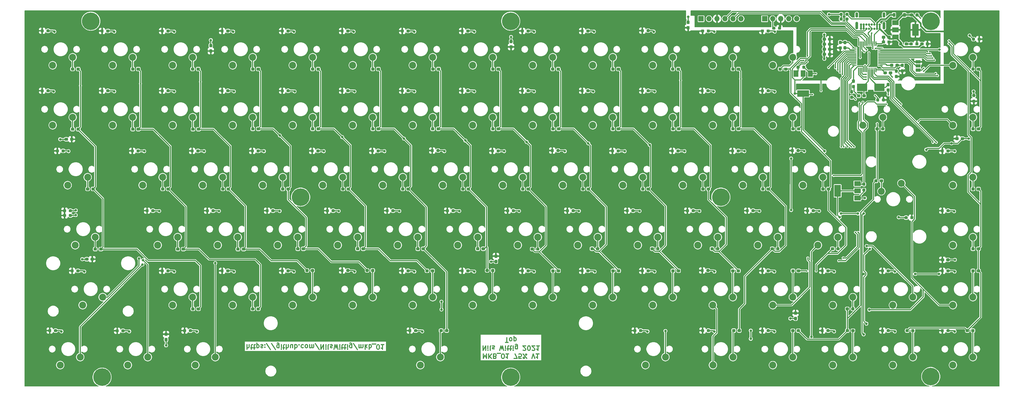
<source format=gbr>
%TF.GenerationSoftware,KiCad,Pcbnew,(5.1.9)-1*%
%TF.CreationDate,2021-03-19T21:04:42+01:00*%
%TF.ProjectId,mkb_01,6d6b625f-3031-42e6-9b69-6361645f7063,rev?*%
%TF.SameCoordinates,Original*%
%TF.FileFunction,Copper,L2,Bot*%
%TF.FilePolarity,Positive*%
%FSLAX46Y46*%
G04 Gerber Fmt 4.6, Leading zero omitted, Abs format (unit mm)*
G04 Created by KiCad (PCBNEW (5.1.9)-1) date 2021-03-19 21:04:42*
%MOMM*%
%LPD*%
G01*
G04 APERTURE LIST*
%TA.AperFunction,NonConductor*%
%ADD10C,0.300000*%
%TD*%
%TA.AperFunction,ComponentPad*%
%ADD11C,2.200000*%
%TD*%
%TA.AperFunction,SMDPad,CuDef*%
%ADD12R,0.900000X1.200000*%
%TD*%
%TA.AperFunction,SMDPad,CuDef*%
%ADD13R,1.500000X1.000000*%
%TD*%
%TA.AperFunction,ComponentPad*%
%ADD14R,1.700000X1.700000*%
%TD*%
%TA.AperFunction,ComponentPad*%
%ADD15O,1.700000X1.700000*%
%TD*%
%TA.AperFunction,SMDPad,CuDef*%
%ADD16R,2.000000X3.800000*%
%TD*%
%TA.AperFunction,SMDPad,CuDef*%
%ADD17R,2.000000X1.500000*%
%TD*%
%TA.AperFunction,SMDPad,CuDef*%
%ADD18R,1.500000X2.000000*%
%TD*%
%TA.AperFunction,SMDPad,CuDef*%
%ADD19R,3.800000X2.000000*%
%TD*%
%TA.AperFunction,ComponentPad*%
%ADD20C,0.700000*%
%TD*%
%TA.AperFunction,ComponentPad*%
%ADD21O,0.900000X2.400000*%
%TD*%
%TA.AperFunction,ComponentPad*%
%ADD22O,0.900000X1.700000*%
%TD*%
%TA.AperFunction,ComponentPad*%
%ADD23C,3.600000*%
%TD*%
%TA.AperFunction,ConnectorPad*%
%ADD24C,5.600000*%
%TD*%
%TA.AperFunction,SMDPad,CuDef*%
%ADD25R,3.325000X2.400000*%
%TD*%
%TA.AperFunction,ViaPad*%
%ADD26C,0.500000*%
%TD*%
%TA.AperFunction,ViaPad*%
%ADD27C,0.800000*%
%TD*%
%TA.AperFunction,Conductor*%
%ADD28C,0.300000*%
%TD*%
%TA.AperFunction,Conductor*%
%ADD29C,0.500000*%
%TD*%
%TA.AperFunction,Conductor*%
%ADD30C,0.200000*%
%TD*%
%TA.AperFunction,Conductor*%
%ADD31C,0.150000*%
%TD*%
G04 APERTURE END LIST*
D10*
X123921428Y-162446428D02*
X123921428Y-163946428D01*
X124564285Y-162446428D02*
X124564285Y-163232142D01*
X124492857Y-163375000D01*
X124350000Y-163446428D01*
X124135714Y-163446428D01*
X123992857Y-163375000D01*
X123921428Y-163303571D01*
X125064285Y-163446428D02*
X125635714Y-163446428D01*
X125278571Y-163946428D02*
X125278571Y-162660714D01*
X125350000Y-162517857D01*
X125492857Y-162446428D01*
X125635714Y-162446428D01*
X125921428Y-163446428D02*
X126492857Y-163446428D01*
X126135714Y-163946428D02*
X126135714Y-162660714D01*
X126207142Y-162517857D01*
X126350000Y-162446428D01*
X126492857Y-162446428D01*
X126992857Y-163446428D02*
X126992857Y-161946428D01*
X126992857Y-163375000D02*
X127135714Y-163446428D01*
X127421428Y-163446428D01*
X127564285Y-163375000D01*
X127635714Y-163303571D01*
X127707142Y-163160714D01*
X127707142Y-162732142D01*
X127635714Y-162589285D01*
X127564285Y-162517857D01*
X127421428Y-162446428D01*
X127135714Y-162446428D01*
X126992857Y-162517857D01*
X128278571Y-162517857D02*
X128421428Y-162446428D01*
X128707142Y-162446428D01*
X128850000Y-162517857D01*
X128921428Y-162660714D01*
X128921428Y-162732142D01*
X128850000Y-162875000D01*
X128707142Y-162946428D01*
X128492857Y-162946428D01*
X128350000Y-163017857D01*
X128278571Y-163160714D01*
X128278571Y-163232142D01*
X128350000Y-163375000D01*
X128492857Y-163446428D01*
X128707142Y-163446428D01*
X128850000Y-163375000D01*
X129564285Y-162589285D02*
X129635714Y-162517857D01*
X129564285Y-162446428D01*
X129492857Y-162517857D01*
X129564285Y-162589285D01*
X129564285Y-162446428D01*
X129564285Y-163375000D02*
X129635714Y-163303571D01*
X129564285Y-163232142D01*
X129492857Y-163303571D01*
X129564285Y-163375000D01*
X129564285Y-163232142D01*
X131350000Y-164017857D02*
X130064285Y-162089285D01*
X132921428Y-164017857D02*
X131635714Y-162089285D01*
X134064285Y-163446428D02*
X134064285Y-162232142D01*
X133992857Y-162089285D01*
X133921428Y-162017857D01*
X133778571Y-161946428D01*
X133564285Y-161946428D01*
X133421428Y-162017857D01*
X134064285Y-162517857D02*
X133921428Y-162446428D01*
X133635714Y-162446428D01*
X133492857Y-162517857D01*
X133421428Y-162589285D01*
X133350000Y-162732142D01*
X133350000Y-163160714D01*
X133421428Y-163303571D01*
X133492857Y-163375000D01*
X133635714Y-163446428D01*
X133921428Y-163446428D01*
X134064285Y-163375000D01*
X134778571Y-162446428D02*
X134778571Y-163446428D01*
X134778571Y-163946428D02*
X134707142Y-163875000D01*
X134778571Y-163803571D01*
X134850000Y-163875000D01*
X134778571Y-163946428D01*
X134778571Y-163803571D01*
X135278571Y-163446428D02*
X135850000Y-163446428D01*
X135492857Y-163946428D02*
X135492857Y-162660714D01*
X135564285Y-162517857D01*
X135707142Y-162446428D01*
X135850000Y-162446428D01*
X136350000Y-162446428D02*
X136350000Y-163946428D01*
X136992857Y-162446428D02*
X136992857Y-163232142D01*
X136921428Y-163375000D01*
X136778571Y-163446428D01*
X136564285Y-163446428D01*
X136421428Y-163375000D01*
X136350000Y-163303571D01*
X138350000Y-163446428D02*
X138350000Y-162446428D01*
X137707142Y-163446428D02*
X137707142Y-162660714D01*
X137778571Y-162517857D01*
X137921428Y-162446428D01*
X138135714Y-162446428D01*
X138278571Y-162517857D01*
X138350000Y-162589285D01*
X139064285Y-162446428D02*
X139064285Y-163946428D01*
X139064285Y-163375000D02*
X139207142Y-163446428D01*
X139492857Y-163446428D01*
X139635714Y-163375000D01*
X139707142Y-163303571D01*
X139778571Y-163160714D01*
X139778571Y-162732142D01*
X139707142Y-162589285D01*
X139635714Y-162517857D01*
X139492857Y-162446428D01*
X139207142Y-162446428D01*
X139064285Y-162517857D01*
X140421428Y-162589285D02*
X140492857Y-162517857D01*
X140421428Y-162446428D01*
X140350000Y-162517857D01*
X140421428Y-162589285D01*
X140421428Y-162446428D01*
X141778571Y-162517857D02*
X141635714Y-162446428D01*
X141350000Y-162446428D01*
X141207142Y-162517857D01*
X141135714Y-162589285D01*
X141064285Y-162732142D01*
X141064285Y-163160714D01*
X141135714Y-163303571D01*
X141207142Y-163375000D01*
X141350000Y-163446428D01*
X141635714Y-163446428D01*
X141778571Y-163375000D01*
X142635714Y-162446428D02*
X142492857Y-162517857D01*
X142421428Y-162589285D01*
X142350000Y-162732142D01*
X142350000Y-163160714D01*
X142421428Y-163303571D01*
X142492857Y-163375000D01*
X142635714Y-163446428D01*
X142850000Y-163446428D01*
X142992857Y-163375000D01*
X143064285Y-163303571D01*
X143135714Y-163160714D01*
X143135714Y-162732142D01*
X143064285Y-162589285D01*
X142992857Y-162517857D01*
X142850000Y-162446428D01*
X142635714Y-162446428D01*
X143778571Y-162446428D02*
X143778571Y-163446428D01*
X143778571Y-163303571D02*
X143850000Y-163375000D01*
X143992857Y-163446428D01*
X144207142Y-163446428D01*
X144350000Y-163375000D01*
X144421428Y-163232142D01*
X144421428Y-162446428D01*
X144421428Y-163232142D02*
X144492857Y-163375000D01*
X144635714Y-163446428D01*
X144850000Y-163446428D01*
X144992857Y-163375000D01*
X145064285Y-163232142D01*
X145064285Y-162446428D01*
X146850000Y-164017857D02*
X145564285Y-162089285D01*
X147350000Y-162446428D02*
X147350000Y-163946428D01*
X148207142Y-162446428D01*
X148207142Y-163946428D01*
X148921428Y-162446428D02*
X148921428Y-163446428D01*
X148921428Y-163946428D02*
X148850000Y-163875000D01*
X148921428Y-163803571D01*
X148992857Y-163875000D01*
X148921428Y-163946428D01*
X148921428Y-163803571D01*
X149850000Y-162446428D02*
X149707142Y-162517857D01*
X149635714Y-162660714D01*
X149635714Y-163946428D01*
X150350000Y-162517857D02*
X150492857Y-162446428D01*
X150778571Y-162446428D01*
X150921428Y-162517857D01*
X150992857Y-162660714D01*
X150992857Y-162732142D01*
X150921428Y-162875000D01*
X150778571Y-162946428D01*
X150564285Y-162946428D01*
X150421428Y-163017857D01*
X150350000Y-163160714D01*
X150350000Y-163232142D01*
X150421428Y-163375000D01*
X150564285Y-163446428D01*
X150778571Y-163446428D01*
X150921428Y-163375000D01*
X151492857Y-163946428D02*
X151850000Y-162446428D01*
X152135714Y-163517857D01*
X152421428Y-162446428D01*
X152778571Y-163946428D01*
X153350000Y-162446428D02*
X153350000Y-163446428D01*
X153350000Y-163946428D02*
X153278571Y-163875000D01*
X153350000Y-163803571D01*
X153421428Y-163875000D01*
X153350000Y-163946428D01*
X153350000Y-163803571D01*
X153850000Y-163446428D02*
X154421428Y-163446428D01*
X154064285Y-163946428D02*
X154064285Y-162660714D01*
X154135714Y-162517857D01*
X154278571Y-162446428D01*
X154421428Y-162446428D01*
X154707142Y-163446428D02*
X155278571Y-163446428D01*
X154921428Y-163946428D02*
X154921428Y-162660714D01*
X154992857Y-162517857D01*
X155135714Y-162446428D01*
X155278571Y-162446428D01*
X155778571Y-162446428D02*
X155778571Y-163446428D01*
X155778571Y-163946428D02*
X155707142Y-163875000D01*
X155778571Y-163803571D01*
X155850000Y-163875000D01*
X155778571Y-163946428D01*
X155778571Y-163803571D01*
X157135714Y-163446428D02*
X157135714Y-162232142D01*
X157064285Y-162089285D01*
X156992857Y-162017857D01*
X156850000Y-161946428D01*
X156635714Y-161946428D01*
X156492857Y-162017857D01*
X157135714Y-162517857D02*
X156992857Y-162446428D01*
X156707142Y-162446428D01*
X156564285Y-162517857D01*
X156492857Y-162589285D01*
X156421428Y-162732142D01*
X156421428Y-163160714D01*
X156492857Y-163303571D01*
X156564285Y-163375000D01*
X156707142Y-163446428D01*
X156992857Y-163446428D01*
X157135714Y-163375000D01*
X158921428Y-164017857D02*
X157635714Y-162089285D01*
X159421428Y-162446428D02*
X159421428Y-163446428D01*
X159421428Y-163303571D02*
X159492857Y-163375000D01*
X159635714Y-163446428D01*
X159850000Y-163446428D01*
X159992857Y-163375000D01*
X160064285Y-163232142D01*
X160064285Y-162446428D01*
X160064285Y-163232142D02*
X160135714Y-163375000D01*
X160278571Y-163446428D01*
X160492857Y-163446428D01*
X160635714Y-163375000D01*
X160707142Y-163232142D01*
X160707142Y-162446428D01*
X161421428Y-162446428D02*
X161421428Y-163946428D01*
X161564285Y-163017857D02*
X161992857Y-162446428D01*
X161992857Y-163446428D02*
X161421428Y-162875000D01*
X162635714Y-162446428D02*
X162635714Y-163946428D01*
X162635714Y-163375000D02*
X162778571Y-163446428D01*
X163064285Y-163446428D01*
X163207142Y-163375000D01*
X163278571Y-163303571D01*
X163350000Y-163160714D01*
X163350000Y-162732142D01*
X163278571Y-162589285D01*
X163207142Y-162517857D01*
X163064285Y-162446428D01*
X162778571Y-162446428D01*
X162635714Y-162517857D01*
X163635714Y-162303571D02*
X164778571Y-162303571D01*
X165421428Y-163946428D02*
X165564285Y-163946428D01*
X165707142Y-163875000D01*
X165778571Y-163803571D01*
X165850000Y-163660714D01*
X165921428Y-163375000D01*
X165921428Y-163017857D01*
X165850000Y-162732142D01*
X165778571Y-162589285D01*
X165707142Y-162517857D01*
X165564285Y-162446428D01*
X165421428Y-162446428D01*
X165278571Y-162517857D01*
X165207142Y-162589285D01*
X165135714Y-162732142D01*
X165064285Y-163017857D01*
X165064285Y-163375000D01*
X165135714Y-163660714D01*
X165207142Y-163803571D01*
X165278571Y-163875000D01*
X165421428Y-163946428D01*
X167350000Y-162446428D02*
X166492857Y-162446428D01*
X166921428Y-162446428D02*
X166921428Y-163946428D01*
X166778571Y-163732142D01*
X166635714Y-163589285D01*
X166492857Y-163517857D01*
X198914285Y-165371428D02*
X198914285Y-166871428D01*
X199414285Y-165800000D01*
X199914285Y-166871428D01*
X199914285Y-165371428D01*
X200628571Y-165371428D02*
X200628571Y-166871428D01*
X201485714Y-165371428D02*
X200842857Y-166228571D01*
X201485714Y-166871428D02*
X200628571Y-166014285D01*
X202628571Y-166157142D02*
X202842857Y-166085714D01*
X202914285Y-166014285D01*
X202985714Y-165871428D01*
X202985714Y-165657142D01*
X202914285Y-165514285D01*
X202842857Y-165442857D01*
X202700000Y-165371428D01*
X202128571Y-165371428D01*
X202128571Y-166871428D01*
X202628571Y-166871428D01*
X202771428Y-166800000D01*
X202842857Y-166728571D01*
X202914285Y-166585714D01*
X202914285Y-166442857D01*
X202842857Y-166300000D01*
X202771428Y-166228571D01*
X202628571Y-166157142D01*
X202128571Y-166157142D01*
X203271428Y-165228571D02*
X204414285Y-165228571D01*
X205057142Y-166871428D02*
X205200000Y-166871428D01*
X205342857Y-166800000D01*
X205414285Y-166728571D01*
X205485714Y-166585714D01*
X205557142Y-166300000D01*
X205557142Y-165942857D01*
X205485714Y-165657142D01*
X205414285Y-165514285D01*
X205342857Y-165442857D01*
X205200000Y-165371428D01*
X205057142Y-165371428D01*
X204914285Y-165442857D01*
X204842857Y-165514285D01*
X204771428Y-165657142D01*
X204700000Y-165942857D01*
X204700000Y-166300000D01*
X204771428Y-166585714D01*
X204842857Y-166728571D01*
X204914285Y-166800000D01*
X205057142Y-166871428D01*
X206985714Y-165371428D02*
X206128571Y-165371428D01*
X206557142Y-165371428D02*
X206557142Y-166871428D01*
X206414285Y-166657142D01*
X206271428Y-166514285D01*
X206128571Y-166442857D01*
X208628571Y-166871428D02*
X209628571Y-166871428D01*
X208985714Y-165371428D01*
X210914285Y-166871428D02*
X210200000Y-166871428D01*
X210128571Y-166157142D01*
X210200000Y-166228571D01*
X210342857Y-166300000D01*
X210700000Y-166300000D01*
X210842857Y-166228571D01*
X210914285Y-166157142D01*
X210985714Y-166014285D01*
X210985714Y-165657142D01*
X210914285Y-165514285D01*
X210842857Y-165442857D01*
X210700000Y-165371428D01*
X210342857Y-165371428D01*
X210200000Y-165442857D01*
X210128571Y-165514285D01*
X211557142Y-165371428D02*
X212700000Y-166871428D01*
X211771428Y-166871428D02*
X211914285Y-166800000D01*
X211985714Y-166657142D01*
X211914285Y-166514285D01*
X211771428Y-166442857D01*
X211628571Y-166514285D01*
X211557142Y-166657142D01*
X211628571Y-166800000D01*
X211771428Y-166871428D01*
X212628571Y-165442857D02*
X212700000Y-165585714D01*
X212628571Y-165728571D01*
X212485714Y-165800000D01*
X212342857Y-165728571D01*
X212271428Y-165585714D01*
X212342857Y-165442857D01*
X212485714Y-165371428D01*
X212628571Y-165442857D01*
X214271428Y-166871428D02*
X214771428Y-165371428D01*
X215271428Y-166871428D01*
X216557142Y-165371428D02*
X215700000Y-165371428D01*
X216128571Y-165371428D02*
X216128571Y-166871428D01*
X215985714Y-166657142D01*
X215842857Y-166514285D01*
X215700000Y-166442857D01*
X198807142Y-162821428D02*
X198807142Y-164321428D01*
X199664285Y-162821428D01*
X199664285Y-164321428D01*
X200378571Y-162821428D02*
X200378571Y-163821428D01*
X200378571Y-164321428D02*
X200307142Y-164250000D01*
X200378571Y-164178571D01*
X200450000Y-164250000D01*
X200378571Y-164321428D01*
X200378571Y-164178571D01*
X201307142Y-162821428D02*
X201164285Y-162892857D01*
X201092857Y-163035714D01*
X201092857Y-164321428D01*
X201807142Y-162892857D02*
X201950000Y-162821428D01*
X202235714Y-162821428D01*
X202378571Y-162892857D01*
X202450000Y-163035714D01*
X202450000Y-163107142D01*
X202378571Y-163250000D01*
X202235714Y-163321428D01*
X202021428Y-163321428D01*
X201878571Y-163392857D01*
X201807142Y-163535714D01*
X201807142Y-163607142D01*
X201878571Y-163750000D01*
X202021428Y-163821428D01*
X202235714Y-163821428D01*
X202378571Y-163750000D01*
X204092857Y-164321428D02*
X204450000Y-162821428D01*
X204735714Y-163892857D01*
X205021428Y-162821428D01*
X205378571Y-164321428D01*
X205950000Y-162821428D02*
X205950000Y-163821428D01*
X205950000Y-164321428D02*
X205878571Y-164250000D01*
X205950000Y-164178571D01*
X206021428Y-164250000D01*
X205950000Y-164321428D01*
X205950000Y-164178571D01*
X206450000Y-163821428D02*
X207021428Y-163821428D01*
X206664285Y-164321428D02*
X206664285Y-163035714D01*
X206735714Y-162892857D01*
X206878571Y-162821428D01*
X207021428Y-162821428D01*
X207307142Y-163821428D02*
X207878571Y-163821428D01*
X207521428Y-164321428D02*
X207521428Y-163035714D01*
X207592857Y-162892857D01*
X207735714Y-162821428D01*
X207878571Y-162821428D01*
X208378571Y-162821428D02*
X208378571Y-163821428D01*
X208378571Y-164321428D02*
X208307142Y-164250000D01*
X208378571Y-164178571D01*
X208450000Y-164250000D01*
X208378571Y-164321428D01*
X208378571Y-164178571D01*
X209735714Y-163821428D02*
X209735714Y-162607142D01*
X209664285Y-162464285D01*
X209592857Y-162392857D01*
X209450000Y-162321428D01*
X209235714Y-162321428D01*
X209092857Y-162392857D01*
X209735714Y-162892857D02*
X209592857Y-162821428D01*
X209307142Y-162821428D01*
X209164285Y-162892857D01*
X209092857Y-162964285D01*
X209021428Y-163107142D01*
X209021428Y-163535714D01*
X209092857Y-163678571D01*
X209164285Y-163750000D01*
X209307142Y-163821428D01*
X209592857Y-163821428D01*
X209735714Y-163750000D01*
X211521428Y-164178571D02*
X211592857Y-164250000D01*
X211735714Y-164321428D01*
X212092857Y-164321428D01*
X212235714Y-164250000D01*
X212307142Y-164178571D01*
X212378571Y-164035714D01*
X212378571Y-163892857D01*
X212307142Y-163678571D01*
X211450000Y-162821428D01*
X212378571Y-162821428D01*
X213307142Y-164321428D02*
X213450000Y-164321428D01*
X213592857Y-164250000D01*
X213664285Y-164178571D01*
X213735714Y-164035714D01*
X213807142Y-163750000D01*
X213807142Y-163392857D01*
X213735714Y-163107142D01*
X213664285Y-162964285D01*
X213592857Y-162892857D01*
X213450000Y-162821428D01*
X213307142Y-162821428D01*
X213164285Y-162892857D01*
X213092857Y-162964285D01*
X213021428Y-163107142D01*
X212950000Y-163392857D01*
X212950000Y-163750000D01*
X213021428Y-164035714D01*
X213092857Y-164178571D01*
X213164285Y-164250000D01*
X213307142Y-164321428D01*
X214378571Y-164178571D02*
X214450000Y-164250000D01*
X214592857Y-164321428D01*
X214950000Y-164321428D01*
X215092857Y-164250000D01*
X215164285Y-164178571D01*
X215235714Y-164035714D01*
X215235714Y-163892857D01*
X215164285Y-163678571D01*
X214307142Y-162821428D01*
X215235714Y-162821428D01*
X216664285Y-162821428D02*
X215807142Y-162821428D01*
X216235714Y-162821428D02*
X216235714Y-164321428D01*
X216092857Y-164107142D01*
X215950000Y-163964285D01*
X215807142Y-163892857D01*
X205914285Y-161771428D02*
X206771428Y-161771428D01*
X206342857Y-160271428D02*
X206342857Y-161771428D01*
X207485714Y-160271428D02*
X207342857Y-160342857D01*
X207271428Y-160414285D01*
X207200000Y-160557142D01*
X207200000Y-160985714D01*
X207271428Y-161128571D01*
X207342857Y-161200000D01*
X207485714Y-161271428D01*
X207700000Y-161271428D01*
X207842857Y-161200000D01*
X207914285Y-161128571D01*
X207985714Y-160985714D01*
X207985714Y-160557142D01*
X207914285Y-160414285D01*
X207842857Y-160342857D01*
X207700000Y-160271428D01*
X207485714Y-160271428D01*
X208628571Y-161271428D02*
X208628571Y-159771428D01*
X208628571Y-161200000D02*
X208771428Y-161271428D01*
X209057142Y-161271428D01*
X209200000Y-161200000D01*
X209271428Y-161128571D01*
X209342857Y-160985714D01*
X209342857Y-160557142D01*
X209271428Y-160414285D01*
X209200000Y-160342857D01*
X209057142Y-160271428D01*
X208771428Y-160271428D01*
X208628571Y-160342857D01*
%TO.P,C6,1*%
%TO.N,Net-(C6-Pad1)*%
%TA.AperFunction,SMDPad,CuDef*%
G36*
G01*
X330800000Y-73462500D02*
X330800000Y-73937500D01*
G75*
G02*
X330562500Y-74175000I-237500J0D01*
G01*
X329962500Y-74175000D01*
G75*
G02*
X329725000Y-73937500I0J237500D01*
G01*
X329725000Y-73462500D01*
G75*
G02*
X329962500Y-73225000I237500J0D01*
G01*
X330562500Y-73225000D01*
G75*
G02*
X330800000Y-73462500I0J-237500D01*
G01*
G37*
%TD.AperFunction*%
%TO.P,C6,2*%
%TO.N,GND*%
%TA.AperFunction,SMDPad,CuDef*%
G36*
G01*
X329075000Y-73462500D02*
X329075000Y-73937500D01*
G75*
G02*
X328837500Y-74175000I-237500J0D01*
G01*
X328237500Y-74175000D01*
G75*
G02*
X328000000Y-73937500I0J237500D01*
G01*
X328000000Y-73462500D01*
G75*
G02*
X328237500Y-73225000I237500J0D01*
G01*
X328837500Y-73225000D01*
G75*
G02*
X329075000Y-73462500I0J-237500D01*
G01*
G37*
%TD.AperFunction*%
%TD*%
%TO.P,C3,1*%
%TO.N,Net-(C3-Pad1)*%
%TA.AperFunction,SMDPad,CuDef*%
G36*
G01*
X313462500Y-65900000D02*
X313937500Y-65900000D01*
G75*
G02*
X314175000Y-66137500I0J-237500D01*
G01*
X314175000Y-66737500D01*
G75*
G02*
X313937500Y-66975000I-237500J0D01*
G01*
X313462500Y-66975000D01*
G75*
G02*
X313225000Y-66737500I0J237500D01*
G01*
X313225000Y-66137500D01*
G75*
G02*
X313462500Y-65900000I237500J0D01*
G01*
G37*
%TD.AperFunction*%
%TO.P,C3,2*%
%TO.N,GND*%
%TA.AperFunction,SMDPad,CuDef*%
G36*
G01*
X313462500Y-67625000D02*
X313937500Y-67625000D01*
G75*
G02*
X314175000Y-67862500I0J-237500D01*
G01*
X314175000Y-68462500D01*
G75*
G02*
X313937500Y-68700000I-237500J0D01*
G01*
X313462500Y-68700000D01*
G75*
G02*
X313225000Y-68462500I0J237500D01*
G01*
X313225000Y-67862500D01*
G75*
G02*
X313462500Y-67625000I237500J0D01*
G01*
G37*
%TD.AperFunction*%
%TD*%
D11*
%TO.P,F2,1*%
%TO.N,PA0*%
X100300000Y-73700000D03*
%TO.P,F2,2*%
%TO.N,Net-(D13-Pad1)*%
X106650000Y-71160000D03*
%TD*%
%TO.P,^1,1*%
%TO.N,PA1*%
X62200000Y-92750000D03*
%TO.P,^1,2*%
%TO.N,Net-(D4-Pad1)*%
X68550000Y-90210000D03*
%TD*%
%TO.P,A1,2*%
%TO.N,Net-(A1-Pad2)*%
X101900000Y-128310000D03*
%TO.P,A1,1*%
%TO.N,PA3*%
X95550000Y-130850000D03*
%TD*%
%TO.P,ALT1,1*%
%TO.N,GND*%
X107470000Y-168950000D03*
%TO.P,ALT1,2*%
%TO.N,PA15*%
X113820000Y-166410000D03*
%TD*%
%TO.P,ALTGR1,1*%
%TO.N,GND*%
X250350000Y-168950000D03*
%TO.P,ALTGR1,2*%
%TO.N,PA5*%
X256700000Y-166410000D03*
%TD*%
%TO.P,B1,1*%
%TO.N,PA4*%
X195545000Y-149900000D03*
%TO.P,B1,2*%
%TO.N,Net-(B1-Pad2)*%
X201895000Y-147360000D03*
%TD*%
%TO.P,BACKSLASH1,2*%
%TO.N,Net-(BACKSLASH1-Pad2)*%
X297150000Y-90210000D03*
%TO.P,BACKSLASH1,1*%
%TO.N,PA1*%
X290800000Y-92750000D03*
%TD*%
%TO.P,BACKSPACE1,1*%
%TO.N,PA1*%
X319375000Y-92750000D03*
%TO.P,BACKSPACE1,2*%
%TO.N,Net-(BACKSPACE1-Pad2)*%
X325725000Y-90210000D03*
%TD*%
%TO.P,C1,2*%
%TO.N,GND*%
%TA.AperFunction,SMDPad,CuDef*%
G36*
G01*
X336025000Y-57937500D02*
X336025000Y-57462500D01*
G75*
G02*
X336262500Y-57225000I237500J0D01*
G01*
X336862500Y-57225000D01*
G75*
G02*
X337100000Y-57462500I0J-237500D01*
G01*
X337100000Y-57937500D01*
G75*
G02*
X336862500Y-58175000I-237500J0D01*
G01*
X336262500Y-58175000D01*
G75*
G02*
X336025000Y-57937500I0J237500D01*
G01*
G37*
%TD.AperFunction*%
%TO.P,C1,1*%
%TO.N,5V*%
%TA.AperFunction,SMDPad,CuDef*%
G36*
G01*
X334300000Y-57937500D02*
X334300000Y-57462500D01*
G75*
G02*
X334537500Y-57225000I237500J0D01*
G01*
X335137500Y-57225000D01*
G75*
G02*
X335375000Y-57462500I0J-237500D01*
G01*
X335375000Y-57937500D01*
G75*
G02*
X335137500Y-58175000I-237500J0D01*
G01*
X334537500Y-58175000D01*
G75*
G02*
X334300000Y-57937500I0J237500D01*
G01*
G37*
%TD.AperFunction*%
%TD*%
%TO.P,C2,2*%
%TO.N,GND*%
%TA.AperFunction,SMDPad,CuDef*%
G36*
G01*
X327625000Y-76337500D02*
X327625000Y-75862500D01*
G75*
G02*
X327862500Y-75625000I237500J0D01*
G01*
X328462500Y-75625000D01*
G75*
G02*
X328700000Y-75862500I0J-237500D01*
G01*
X328700000Y-76337500D01*
G75*
G02*
X328462500Y-76575000I-237500J0D01*
G01*
X327862500Y-76575000D01*
G75*
G02*
X327625000Y-76337500I0J237500D01*
G01*
G37*
%TD.AperFunction*%
%TO.P,C2,1*%
%TO.N,Net-(C2-Pad1)*%
%TA.AperFunction,SMDPad,CuDef*%
G36*
G01*
X325900000Y-76337500D02*
X325900000Y-75862500D01*
G75*
G02*
X326137500Y-75625000I237500J0D01*
G01*
X326737500Y-75625000D01*
G75*
G02*
X326975000Y-75862500I0J-237500D01*
G01*
X326975000Y-76337500D01*
G75*
G02*
X326737500Y-76575000I-237500J0D01*
G01*
X326137500Y-76575000D01*
G75*
G02*
X325900000Y-76337500I0J237500D01*
G01*
G37*
%TD.AperFunction*%
%TD*%
%TO.P,C4,1*%
%TO.N,3V3*%
%TA.AperFunction,SMDPad,CuDef*%
G36*
G01*
X340400000Y-66662500D02*
X340400000Y-67137500D01*
G75*
G02*
X340162500Y-67375000I-237500J0D01*
G01*
X339562500Y-67375000D01*
G75*
G02*
X339325000Y-67137500I0J237500D01*
G01*
X339325000Y-66662500D01*
G75*
G02*
X339562500Y-66425000I237500J0D01*
G01*
X340162500Y-66425000D01*
G75*
G02*
X340400000Y-66662500I0J-237500D01*
G01*
G37*
%TD.AperFunction*%
%TO.P,C4,2*%
%TO.N,GND*%
%TA.AperFunction,SMDPad,CuDef*%
G36*
G01*
X338675000Y-66662500D02*
X338675000Y-67137500D01*
G75*
G02*
X338437500Y-67375000I-237500J0D01*
G01*
X337837500Y-67375000D01*
G75*
G02*
X337600000Y-67137500I0J237500D01*
G01*
X337600000Y-66662500D01*
G75*
G02*
X337837500Y-66425000I237500J0D01*
G01*
X338437500Y-66425000D01*
G75*
G02*
X338675000Y-66662500I0J-237500D01*
G01*
G37*
%TD.AperFunction*%
%TD*%
%TO.P,C5,2*%
%TO.N,GND*%
%TA.AperFunction,SMDPad,CuDef*%
G36*
G01*
X327125000Y-65037500D02*
X327125000Y-64562500D01*
G75*
G02*
X327362500Y-64325000I237500J0D01*
G01*
X327962500Y-64325000D01*
G75*
G02*
X328200000Y-64562500I0J-237500D01*
G01*
X328200000Y-65037500D01*
G75*
G02*
X327962500Y-65275000I-237500J0D01*
G01*
X327362500Y-65275000D01*
G75*
G02*
X327125000Y-65037500I0J237500D01*
G01*
G37*
%TD.AperFunction*%
%TO.P,C5,1*%
%TO.N,Net-(C5-Pad1)*%
%TA.AperFunction,SMDPad,CuDef*%
G36*
G01*
X325400000Y-65037500D02*
X325400000Y-64562500D01*
G75*
G02*
X325637500Y-64325000I237500J0D01*
G01*
X326237500Y-64325000D01*
G75*
G02*
X326475000Y-64562500I0J-237500D01*
G01*
X326475000Y-65037500D01*
G75*
G02*
X326237500Y-65275000I-237500J0D01*
G01*
X325637500Y-65275000D01*
G75*
G02*
X325400000Y-65037500I0J237500D01*
G01*
G37*
%TD.AperFunction*%
%TD*%
%TO.P,C7,1*%
%TO.N,Net-(C7-Pad1)*%
%TA.AperFunction,SMDPad,CuDef*%
G36*
G01*
X316162500Y-78200000D02*
X316637500Y-78200000D01*
G75*
G02*
X316875000Y-78437500I0J-237500D01*
G01*
X316875000Y-79037500D01*
G75*
G02*
X316637500Y-79275000I-237500J0D01*
G01*
X316162500Y-79275000D01*
G75*
G02*
X315925000Y-79037500I0J237500D01*
G01*
X315925000Y-78437500D01*
G75*
G02*
X316162500Y-78200000I237500J0D01*
G01*
G37*
%TD.AperFunction*%
%TO.P,C7,2*%
%TO.N,GND*%
%TA.AperFunction,SMDPad,CuDef*%
G36*
G01*
X316162500Y-79925000D02*
X316637500Y-79925000D01*
G75*
G02*
X316875000Y-80162500I0J-237500D01*
G01*
X316875000Y-80762500D01*
G75*
G02*
X316637500Y-81000000I-237500J0D01*
G01*
X316162500Y-81000000D01*
G75*
G02*
X315925000Y-80762500I0J237500D01*
G01*
X315925000Y-80162500D01*
G75*
G02*
X316162500Y-79925000I237500J0D01*
G01*
G37*
%TD.AperFunction*%
%TD*%
%TO.P,C8,2*%
%TO.N,Net-(C8-Pad2)*%
X163795000Y-147360000D03*
%TO.P,C8,1*%
%TO.N,PA4*%
X157445000Y-149900000D03*
%TD*%
%TO.P,CAPS1,1*%
%TO.N,PA3*%
X69350000Y-130850000D03*
%TO.P,CAPS1,2*%
%TO.N,Net-(CAPS1-Pad2)*%
X75700000Y-128310000D03*
%TD*%
%TO.P,COMMA1,2*%
%TO.N,Net-(COMMA1-Pad2)*%
X259045000Y-147360000D03*
%TO.P,COMMA1,1*%
%TO.N,PA4*%
X252695000Y-149900000D03*
%TD*%
D12*
%TO.P,D1,1*%
%TO.N,5V*%
X332550000Y-57700000D03*
%TO.P,D1,2*%
%TO.N,Net-(D1-Pad2)*%
X329250000Y-57700000D03*
%TD*%
%TO.P,D2,1*%
%TO.N,GND*%
%TA.AperFunction,SMDPad,CuDef*%
G36*
G01*
X330900000Y-67137500D02*
X330900000Y-66662500D01*
G75*
G02*
X331137500Y-66425000I237500J0D01*
G01*
X331712500Y-66425000D01*
G75*
G02*
X331950000Y-66662500I0J-237500D01*
G01*
X331950000Y-67137500D01*
G75*
G02*
X331712500Y-67375000I-237500J0D01*
G01*
X331137500Y-67375000D01*
G75*
G02*
X330900000Y-67137500I0J237500D01*
G01*
G37*
%TD.AperFunction*%
%TO.P,D2,2*%
%TO.N,Net-(D2-Pad2)*%
%TA.AperFunction,SMDPad,CuDef*%
G36*
G01*
X332650000Y-67137500D02*
X332650000Y-66662500D01*
G75*
G02*
X332887500Y-66425000I237500J0D01*
G01*
X333462500Y-66425000D01*
G75*
G02*
X333700000Y-66662500I0J-237500D01*
G01*
X333700000Y-67137500D01*
G75*
G02*
X333462500Y-67375000I-237500J0D01*
G01*
X332887500Y-67375000D01*
G75*
G02*
X332650000Y-67137500I0J237500D01*
G01*
G37*
%TD.AperFunction*%
%TD*%
%TO.P,D3,1*%
%TO.N,Net-(D3-Pad1)*%
%TA.AperFunction,SMDPad,CuDef*%
G36*
G01*
X68000000Y-75137500D02*
X68000000Y-74662500D01*
G75*
G02*
X68237500Y-74425000I237500J0D01*
G01*
X68812500Y-74425000D01*
G75*
G02*
X69050000Y-74662500I0J-237500D01*
G01*
X69050000Y-75137500D01*
G75*
G02*
X68812500Y-75375000I-237500J0D01*
G01*
X68237500Y-75375000D01*
G75*
G02*
X68000000Y-75137500I0J237500D01*
G01*
G37*
%TD.AperFunction*%
%TO.P,D3,2*%
%TO.N,PB0*%
%TA.AperFunction,SMDPad,CuDef*%
G36*
G01*
X69750000Y-75137500D02*
X69750000Y-74662500D01*
G75*
G02*
X69987500Y-74425000I237500J0D01*
G01*
X70562500Y-74425000D01*
G75*
G02*
X70800000Y-74662500I0J-237500D01*
G01*
X70800000Y-75137500D01*
G75*
G02*
X70562500Y-75375000I-237500J0D01*
G01*
X69987500Y-75375000D01*
G75*
G02*
X69750000Y-75137500I0J237500D01*
G01*
G37*
%TD.AperFunction*%
%TD*%
%TO.P,D4,2*%
%TO.N,PB0*%
%TA.AperFunction,SMDPad,CuDef*%
G36*
G01*
X69750000Y-94237500D02*
X69750000Y-93762500D01*
G75*
G02*
X69987500Y-93525000I237500J0D01*
G01*
X70562500Y-93525000D01*
G75*
G02*
X70800000Y-93762500I0J-237500D01*
G01*
X70800000Y-94237500D01*
G75*
G02*
X70562500Y-94475000I-237500J0D01*
G01*
X69987500Y-94475000D01*
G75*
G02*
X69750000Y-94237500I0J237500D01*
G01*
G37*
%TD.AperFunction*%
%TO.P,D4,1*%
%TO.N,Net-(D4-Pad1)*%
%TA.AperFunction,SMDPad,CuDef*%
G36*
G01*
X68000000Y-94237500D02*
X68000000Y-93762500D01*
G75*
G02*
X68237500Y-93525000I237500J0D01*
G01*
X68812500Y-93525000D01*
G75*
G02*
X69050000Y-93762500I0J-237500D01*
G01*
X69050000Y-94237500D01*
G75*
G02*
X68812500Y-94475000I-237500J0D01*
G01*
X68237500Y-94475000D01*
G75*
G02*
X68000000Y-94237500I0J237500D01*
G01*
G37*
%TD.AperFunction*%
%TD*%
%TO.P,D5,1*%
%TO.N,Net-(D5-Pad1)*%
%TA.AperFunction,SMDPad,CuDef*%
G36*
G01*
X72775000Y-113237500D02*
X72775000Y-112762500D01*
G75*
G02*
X73012500Y-112525000I237500J0D01*
G01*
X73587500Y-112525000D01*
G75*
G02*
X73825000Y-112762500I0J-237500D01*
G01*
X73825000Y-113237500D01*
G75*
G02*
X73587500Y-113475000I-237500J0D01*
G01*
X73012500Y-113475000D01*
G75*
G02*
X72775000Y-113237500I0J237500D01*
G01*
G37*
%TD.AperFunction*%
%TO.P,D5,2*%
%TO.N,PB0*%
%TA.AperFunction,SMDPad,CuDef*%
G36*
G01*
X74525000Y-113237500D02*
X74525000Y-112762500D01*
G75*
G02*
X74762500Y-112525000I237500J0D01*
G01*
X75337500Y-112525000D01*
G75*
G02*
X75575000Y-112762500I0J-237500D01*
G01*
X75575000Y-113237500D01*
G75*
G02*
X75337500Y-113475000I-237500J0D01*
G01*
X74762500Y-113475000D01*
G75*
G02*
X74525000Y-113237500I0J237500D01*
G01*
G37*
%TD.AperFunction*%
%TD*%
%TO.P,D6,2*%
%TO.N,PB0*%
%TA.AperFunction,SMDPad,CuDef*%
G36*
G01*
X76950000Y-132337500D02*
X76950000Y-131862500D01*
G75*
G02*
X77187500Y-131625000I237500J0D01*
G01*
X77762500Y-131625000D01*
G75*
G02*
X78000000Y-131862500I0J-237500D01*
G01*
X78000000Y-132337500D01*
G75*
G02*
X77762500Y-132575000I-237500J0D01*
G01*
X77187500Y-132575000D01*
G75*
G02*
X76950000Y-132337500I0J237500D01*
G01*
G37*
%TD.AperFunction*%
%TO.P,D6,1*%
%TO.N,Net-(CAPS1-Pad2)*%
%TA.AperFunction,SMDPad,CuDef*%
G36*
G01*
X75200000Y-132337500D02*
X75200000Y-131862500D01*
G75*
G02*
X75437500Y-131625000I237500J0D01*
G01*
X76012500Y-131625000D01*
G75*
G02*
X76250000Y-131862500I0J-237500D01*
G01*
X76250000Y-132337500D01*
G75*
G02*
X76012500Y-132575000I-237500J0D01*
G01*
X75437500Y-132575000D01*
G75*
G02*
X75200000Y-132337500I0J237500D01*
G01*
G37*
%TD.AperFunction*%
%TD*%
%TO.P,D7,2*%
%TO.N,PB0*%
%TA.AperFunction,SMDPad,CuDef*%
G36*
G01*
X107920000Y-151337500D02*
X107920000Y-150862500D01*
G75*
G02*
X108157500Y-150625000I237500J0D01*
G01*
X108732500Y-150625000D01*
G75*
G02*
X108970000Y-150862500I0J-237500D01*
G01*
X108970000Y-151337500D01*
G75*
G02*
X108732500Y-151575000I-237500J0D01*
G01*
X108157500Y-151575000D01*
G75*
G02*
X107920000Y-151337500I0J237500D01*
G01*
G37*
%TD.AperFunction*%
%TO.P,D7,1*%
%TO.N,Net-(D7-Pad1)*%
%TA.AperFunction,SMDPad,CuDef*%
G36*
G01*
X106170000Y-151337500D02*
X106170000Y-150862500D01*
G75*
G02*
X106407500Y-150625000I237500J0D01*
G01*
X106982500Y-150625000D01*
G75*
G02*
X107220000Y-150862500I0J-237500D01*
G01*
X107220000Y-151337500D01*
G75*
G02*
X106982500Y-151575000I-237500J0D01*
G01*
X106407500Y-151575000D01*
G75*
G02*
X106170000Y-151337500I0J237500D01*
G01*
G37*
%TD.AperFunction*%
%TD*%
%TO.P,D8,2*%
%TO.N,PB1*%
%TA.AperFunction,SMDPad,CuDef*%
G36*
G01*
X88850000Y-75137500D02*
X88850000Y-74662500D01*
G75*
G02*
X89087500Y-74425000I237500J0D01*
G01*
X89662500Y-74425000D01*
G75*
G02*
X89900000Y-74662500I0J-237500D01*
G01*
X89900000Y-75137500D01*
G75*
G02*
X89662500Y-75375000I-237500J0D01*
G01*
X89087500Y-75375000D01*
G75*
G02*
X88850000Y-75137500I0J237500D01*
G01*
G37*
%TD.AperFunction*%
%TO.P,D8,1*%
%TO.N,Net-(D8-Pad1)*%
%TA.AperFunction,SMDPad,CuDef*%
G36*
G01*
X87100000Y-75137500D02*
X87100000Y-74662500D01*
G75*
G02*
X87337500Y-74425000I237500J0D01*
G01*
X87912500Y-74425000D01*
G75*
G02*
X88150000Y-74662500I0J-237500D01*
G01*
X88150000Y-75137500D01*
G75*
G02*
X87912500Y-75375000I-237500J0D01*
G01*
X87337500Y-75375000D01*
G75*
G02*
X87100000Y-75137500I0J237500D01*
G01*
G37*
%TD.AperFunction*%
%TD*%
%TO.P,D9,2*%
%TO.N,PB1*%
%TA.AperFunction,SMDPad,CuDef*%
G36*
G01*
X88850000Y-94237500D02*
X88850000Y-93762500D01*
G75*
G02*
X89087500Y-93525000I237500J0D01*
G01*
X89662500Y-93525000D01*
G75*
G02*
X89900000Y-93762500I0J-237500D01*
G01*
X89900000Y-94237500D01*
G75*
G02*
X89662500Y-94475000I-237500J0D01*
G01*
X89087500Y-94475000D01*
G75*
G02*
X88850000Y-94237500I0J237500D01*
G01*
G37*
%TD.AperFunction*%
%TO.P,D9,1*%
%TO.N,Net-(D9-Pad1)*%
%TA.AperFunction,SMDPad,CuDef*%
G36*
G01*
X87100000Y-94237500D02*
X87100000Y-93762500D01*
G75*
G02*
X87337500Y-93525000I237500J0D01*
G01*
X87912500Y-93525000D01*
G75*
G02*
X88150000Y-93762500I0J-237500D01*
G01*
X88150000Y-94237500D01*
G75*
G02*
X87912500Y-94475000I-237500J0D01*
G01*
X87337500Y-94475000D01*
G75*
G02*
X87100000Y-94237500I0J237500D01*
G01*
G37*
%TD.AperFunction*%
%TD*%
%TO.P,D10,2*%
%TO.N,PB1*%
%TA.AperFunction,SMDPad,CuDef*%
G36*
G01*
X98350000Y-113237500D02*
X98350000Y-112762500D01*
G75*
G02*
X98587500Y-112525000I237500J0D01*
G01*
X99162500Y-112525000D01*
G75*
G02*
X99400000Y-112762500I0J-237500D01*
G01*
X99400000Y-113237500D01*
G75*
G02*
X99162500Y-113475000I-237500J0D01*
G01*
X98587500Y-113475000D01*
G75*
G02*
X98350000Y-113237500I0J237500D01*
G01*
G37*
%TD.AperFunction*%
%TO.P,D10,1*%
%TO.N,Net-(D10-Pad1)*%
%TA.AperFunction,SMDPad,CuDef*%
G36*
G01*
X96600000Y-113237500D02*
X96600000Y-112762500D01*
G75*
G02*
X96837500Y-112525000I237500J0D01*
G01*
X97412500Y-112525000D01*
G75*
G02*
X97650000Y-112762500I0J-237500D01*
G01*
X97650000Y-113237500D01*
G75*
G02*
X97412500Y-113475000I-237500J0D01*
G01*
X96837500Y-113475000D01*
G75*
G02*
X96600000Y-113237500I0J237500D01*
G01*
G37*
%TD.AperFunction*%
%TD*%
%TO.P,D11,1*%
%TO.N,Net-(A1-Pad2)*%
%TA.AperFunction,SMDPad,CuDef*%
G36*
G01*
X101400000Y-132337500D02*
X101400000Y-131862500D01*
G75*
G02*
X101637500Y-131625000I237500J0D01*
G01*
X102212500Y-131625000D01*
G75*
G02*
X102450000Y-131862500I0J-237500D01*
G01*
X102450000Y-132337500D01*
G75*
G02*
X102212500Y-132575000I-237500J0D01*
G01*
X101637500Y-132575000D01*
G75*
G02*
X101400000Y-132337500I0J237500D01*
G01*
G37*
%TD.AperFunction*%
%TO.P,D11,2*%
%TO.N,PB1*%
%TA.AperFunction,SMDPad,CuDef*%
G36*
G01*
X103150000Y-132337500D02*
X103150000Y-131862500D01*
G75*
G02*
X103387500Y-131625000I237500J0D01*
G01*
X103962500Y-131625000D01*
G75*
G02*
X104200000Y-131862500I0J-237500D01*
G01*
X104200000Y-132337500D01*
G75*
G02*
X103962500Y-132575000I-237500J0D01*
G01*
X103387500Y-132575000D01*
G75*
G02*
X103150000Y-132337500I0J237500D01*
G01*
G37*
%TD.AperFunction*%
%TD*%
%TO.P,D12,1*%
%TO.N,Net-(D12-Pad1)*%
%TA.AperFunction,SMDPad,CuDef*%
G36*
G01*
X125170000Y-151337500D02*
X125170000Y-150862500D01*
G75*
G02*
X125407500Y-150625000I237500J0D01*
G01*
X125982500Y-150625000D01*
G75*
G02*
X126220000Y-150862500I0J-237500D01*
G01*
X126220000Y-151337500D01*
G75*
G02*
X125982500Y-151575000I-237500J0D01*
G01*
X125407500Y-151575000D01*
G75*
G02*
X125170000Y-151337500I0J237500D01*
G01*
G37*
%TD.AperFunction*%
%TO.P,D12,2*%
%TO.N,PB1*%
%TA.AperFunction,SMDPad,CuDef*%
G36*
G01*
X126920000Y-151337500D02*
X126920000Y-150862500D01*
G75*
G02*
X127157500Y-150625000I237500J0D01*
G01*
X127732500Y-150625000D01*
G75*
G02*
X127970000Y-150862500I0J-237500D01*
G01*
X127970000Y-151337500D01*
G75*
G02*
X127732500Y-151575000I-237500J0D01*
G01*
X127157500Y-151575000D01*
G75*
G02*
X126920000Y-151337500I0J237500D01*
G01*
G37*
%TD.AperFunction*%
%TD*%
%TO.P,D13,2*%
%TO.N,PB2*%
%TA.AperFunction,SMDPad,CuDef*%
G36*
G01*
X107850000Y-75137500D02*
X107850000Y-74662500D01*
G75*
G02*
X108087500Y-74425000I237500J0D01*
G01*
X108662500Y-74425000D01*
G75*
G02*
X108900000Y-74662500I0J-237500D01*
G01*
X108900000Y-75137500D01*
G75*
G02*
X108662500Y-75375000I-237500J0D01*
G01*
X108087500Y-75375000D01*
G75*
G02*
X107850000Y-75137500I0J237500D01*
G01*
G37*
%TD.AperFunction*%
%TO.P,D13,1*%
%TO.N,Net-(D13-Pad1)*%
%TA.AperFunction,SMDPad,CuDef*%
G36*
G01*
X106100000Y-75137500D02*
X106100000Y-74662500D01*
G75*
G02*
X106337500Y-74425000I237500J0D01*
G01*
X106912500Y-74425000D01*
G75*
G02*
X107150000Y-74662500I0J-237500D01*
G01*
X107150000Y-75137500D01*
G75*
G02*
X106912500Y-75375000I-237500J0D01*
G01*
X106337500Y-75375000D01*
G75*
G02*
X106100000Y-75137500I0J237500D01*
G01*
G37*
%TD.AperFunction*%
%TD*%
%TO.P,D14,1*%
%TO.N,Net-(D14-Pad1)*%
%TA.AperFunction,SMDPad,CuDef*%
G36*
G01*
X106200000Y-94237500D02*
X106200000Y-93762500D01*
G75*
G02*
X106437500Y-93525000I237500J0D01*
G01*
X107012500Y-93525000D01*
G75*
G02*
X107250000Y-93762500I0J-237500D01*
G01*
X107250000Y-94237500D01*
G75*
G02*
X107012500Y-94475000I-237500J0D01*
G01*
X106437500Y-94475000D01*
G75*
G02*
X106200000Y-94237500I0J237500D01*
G01*
G37*
%TD.AperFunction*%
%TO.P,D14,2*%
%TO.N,PB2*%
%TA.AperFunction,SMDPad,CuDef*%
G36*
G01*
X107950000Y-94237500D02*
X107950000Y-93762500D01*
G75*
G02*
X108187500Y-93525000I237500J0D01*
G01*
X108762500Y-93525000D01*
G75*
G02*
X109000000Y-93762500I0J-237500D01*
G01*
X109000000Y-94237500D01*
G75*
G02*
X108762500Y-94475000I-237500J0D01*
G01*
X108187500Y-94475000D01*
G75*
G02*
X107950000Y-94237500I0J237500D01*
G01*
G37*
%TD.AperFunction*%
%TD*%
%TO.P,D15,1*%
%TO.N,Net-(D15-Pad1)*%
%TA.AperFunction,SMDPad,CuDef*%
G36*
G01*
X115700000Y-113237500D02*
X115700000Y-112762500D01*
G75*
G02*
X115937500Y-112525000I237500J0D01*
G01*
X116512500Y-112525000D01*
G75*
G02*
X116750000Y-112762500I0J-237500D01*
G01*
X116750000Y-113237500D01*
G75*
G02*
X116512500Y-113475000I-237500J0D01*
G01*
X115937500Y-113475000D01*
G75*
G02*
X115700000Y-113237500I0J237500D01*
G01*
G37*
%TD.AperFunction*%
%TO.P,D15,2*%
%TO.N,PB2*%
%TA.AperFunction,SMDPad,CuDef*%
G36*
G01*
X117450000Y-113237500D02*
X117450000Y-112762500D01*
G75*
G02*
X117687500Y-112525000I237500J0D01*
G01*
X118262500Y-112525000D01*
G75*
G02*
X118500000Y-112762500I0J-237500D01*
G01*
X118500000Y-113237500D01*
G75*
G02*
X118262500Y-113475000I-237500J0D01*
G01*
X117687500Y-113475000D01*
G75*
G02*
X117450000Y-113237500I0J237500D01*
G01*
G37*
%TD.AperFunction*%
%TD*%
%TO.P,D16,2*%
%TO.N,PB2*%
%TA.AperFunction,SMDPad,CuDef*%
G36*
G01*
X122250000Y-132337500D02*
X122250000Y-131862500D01*
G75*
G02*
X122487500Y-131625000I237500J0D01*
G01*
X123062500Y-131625000D01*
G75*
G02*
X123300000Y-131862500I0J-237500D01*
G01*
X123300000Y-132337500D01*
G75*
G02*
X123062500Y-132575000I-237500J0D01*
G01*
X122487500Y-132575000D01*
G75*
G02*
X122250000Y-132337500I0J237500D01*
G01*
G37*
%TD.AperFunction*%
%TO.P,D16,1*%
%TO.N,Net-(D16-Pad1)*%
%TA.AperFunction,SMDPad,CuDef*%
G36*
G01*
X120500000Y-132337500D02*
X120500000Y-131862500D01*
G75*
G02*
X120737500Y-131625000I237500J0D01*
G01*
X121312500Y-131625000D01*
G75*
G02*
X121550000Y-131862500I0J-237500D01*
G01*
X121550000Y-132337500D01*
G75*
G02*
X121312500Y-132575000I-237500J0D01*
G01*
X120737500Y-132575000D01*
G75*
G02*
X120500000Y-132337500I0J237500D01*
G01*
G37*
%TD.AperFunction*%
%TD*%
%TO.P,D17,2*%
%TO.N,PB2*%
%TA.AperFunction,SMDPad,CuDef*%
G36*
G01*
X143450000Y-138662500D02*
X143450000Y-139137500D01*
G75*
G02*
X143212500Y-139375000I-237500J0D01*
G01*
X142637500Y-139375000D01*
G75*
G02*
X142400000Y-139137500I0J237500D01*
G01*
X142400000Y-138662500D01*
G75*
G02*
X142637500Y-138425000I237500J0D01*
G01*
X143212500Y-138425000D01*
G75*
G02*
X143450000Y-138662500I0J-237500D01*
G01*
G37*
%TD.AperFunction*%
%TO.P,D17,1*%
%TO.N,Net-(D17-Pad1)*%
%TA.AperFunction,SMDPad,CuDef*%
G36*
G01*
X145200000Y-138662500D02*
X145200000Y-139137500D01*
G75*
G02*
X144962500Y-139375000I-237500J0D01*
G01*
X144387500Y-139375000D01*
G75*
G02*
X144150000Y-139137500I0J237500D01*
G01*
X144150000Y-138662500D01*
G75*
G02*
X144387500Y-138425000I237500J0D01*
G01*
X144962500Y-138425000D01*
G75*
G02*
X145200000Y-138662500I0J-237500D01*
G01*
G37*
%TD.AperFunction*%
%TD*%
D11*
%TO.P,D18,1*%
%TO.N,PA3*%
X133650000Y-130850000D03*
%TO.P,D18,2*%
%TO.N,Net-(D18-Pad2)*%
X140000000Y-128310000D03*
%TD*%
%TO.P,D19,2*%
%TO.N,PB3*%
%TA.AperFunction,SMDPad,CuDef*%
G36*
G01*
X126950000Y-75137500D02*
X126950000Y-74662500D01*
G75*
G02*
X127187500Y-74425000I237500J0D01*
G01*
X127762500Y-74425000D01*
G75*
G02*
X128000000Y-74662500I0J-237500D01*
G01*
X128000000Y-75137500D01*
G75*
G02*
X127762500Y-75375000I-237500J0D01*
G01*
X127187500Y-75375000D01*
G75*
G02*
X126950000Y-75137500I0J237500D01*
G01*
G37*
%TD.AperFunction*%
%TO.P,D19,1*%
%TO.N,Net-(D19-Pad1)*%
%TA.AperFunction,SMDPad,CuDef*%
G36*
G01*
X125200000Y-75137500D02*
X125200000Y-74662500D01*
G75*
G02*
X125437500Y-74425000I237500J0D01*
G01*
X126012500Y-74425000D01*
G75*
G02*
X126250000Y-74662500I0J-237500D01*
G01*
X126250000Y-75137500D01*
G75*
G02*
X126012500Y-75375000I-237500J0D01*
G01*
X125437500Y-75375000D01*
G75*
G02*
X125200000Y-75137500I0J237500D01*
G01*
G37*
%TD.AperFunction*%
%TD*%
%TO.P,D20,1*%
%TO.N,Net-(D20-Pad1)*%
%TA.AperFunction,SMDPad,CuDef*%
G36*
G01*
X125200000Y-94137500D02*
X125200000Y-93662500D01*
G75*
G02*
X125437500Y-93425000I237500J0D01*
G01*
X126012500Y-93425000D01*
G75*
G02*
X126250000Y-93662500I0J-237500D01*
G01*
X126250000Y-94137500D01*
G75*
G02*
X126012500Y-94375000I-237500J0D01*
G01*
X125437500Y-94375000D01*
G75*
G02*
X125200000Y-94137500I0J237500D01*
G01*
G37*
%TD.AperFunction*%
%TO.P,D20,2*%
%TO.N,PB3*%
%TA.AperFunction,SMDPad,CuDef*%
G36*
G01*
X126950000Y-94137500D02*
X126950000Y-93662500D01*
G75*
G02*
X127187500Y-93425000I237500J0D01*
G01*
X127762500Y-93425000D01*
G75*
G02*
X128000000Y-93662500I0J-237500D01*
G01*
X128000000Y-94137500D01*
G75*
G02*
X127762500Y-94375000I-237500J0D01*
G01*
X127187500Y-94375000D01*
G75*
G02*
X126950000Y-94137500I0J237500D01*
G01*
G37*
%TD.AperFunction*%
%TD*%
%TO.P,D21,2*%
%TO.N,PB3*%
%TA.AperFunction,SMDPad,CuDef*%
G36*
G01*
X136450000Y-113237500D02*
X136450000Y-112762500D01*
G75*
G02*
X136687500Y-112525000I237500J0D01*
G01*
X137262500Y-112525000D01*
G75*
G02*
X137500000Y-112762500I0J-237500D01*
G01*
X137500000Y-113237500D01*
G75*
G02*
X137262500Y-113475000I-237500J0D01*
G01*
X136687500Y-113475000D01*
G75*
G02*
X136450000Y-113237500I0J237500D01*
G01*
G37*
%TD.AperFunction*%
%TO.P,D21,1*%
%TO.N,Net-(D21-Pad1)*%
%TA.AperFunction,SMDPad,CuDef*%
G36*
G01*
X134700000Y-113237500D02*
X134700000Y-112762500D01*
G75*
G02*
X134937500Y-112525000I237500J0D01*
G01*
X135512500Y-112525000D01*
G75*
G02*
X135750000Y-112762500I0J-237500D01*
G01*
X135750000Y-113237500D01*
G75*
G02*
X135512500Y-113475000I-237500J0D01*
G01*
X134937500Y-113475000D01*
G75*
G02*
X134700000Y-113237500I0J237500D01*
G01*
G37*
%TD.AperFunction*%
%TD*%
%TO.P,D22,2*%
%TO.N,PB3*%
%TA.AperFunction,SMDPad,CuDef*%
G36*
G01*
X141250000Y-132237500D02*
X141250000Y-131762500D01*
G75*
G02*
X141487500Y-131525000I237500J0D01*
G01*
X142062500Y-131525000D01*
G75*
G02*
X142300000Y-131762500I0J-237500D01*
G01*
X142300000Y-132237500D01*
G75*
G02*
X142062500Y-132475000I-237500J0D01*
G01*
X141487500Y-132475000D01*
G75*
G02*
X141250000Y-132237500I0J237500D01*
G01*
G37*
%TD.AperFunction*%
%TO.P,D22,1*%
%TO.N,Net-(D18-Pad2)*%
%TA.AperFunction,SMDPad,CuDef*%
G36*
G01*
X139500000Y-132237500D02*
X139500000Y-131762500D01*
G75*
G02*
X139737500Y-131525000I237500J0D01*
G01*
X140312500Y-131525000D01*
G75*
G02*
X140550000Y-131762500I0J-237500D01*
G01*
X140550000Y-132237500D01*
G75*
G02*
X140312500Y-132475000I-237500J0D01*
G01*
X139737500Y-132475000D01*
G75*
G02*
X139500000Y-132237500I0J237500D01*
G01*
G37*
%TD.AperFunction*%
%TD*%
%TO.P,D23,1*%
%TO.N,Net-(C8-Pad2)*%
%TA.AperFunction,SMDPad,CuDef*%
G36*
G01*
X164300000Y-138662500D02*
X164300000Y-139137500D01*
G75*
G02*
X164062500Y-139375000I-237500J0D01*
G01*
X163487500Y-139375000D01*
G75*
G02*
X163250000Y-139137500I0J237500D01*
G01*
X163250000Y-138662500D01*
G75*
G02*
X163487500Y-138425000I237500J0D01*
G01*
X164062500Y-138425000D01*
G75*
G02*
X164300000Y-138662500I0J-237500D01*
G01*
G37*
%TD.AperFunction*%
%TO.P,D23,2*%
%TO.N,PB3*%
%TA.AperFunction,SMDPad,CuDef*%
G36*
G01*
X162550000Y-138662500D02*
X162550000Y-139137500D01*
G75*
G02*
X162312500Y-139375000I-237500J0D01*
G01*
X161737500Y-139375000D01*
G75*
G02*
X161500000Y-139137500I0J237500D01*
G01*
X161500000Y-138662500D01*
G75*
G02*
X161737500Y-138425000I237500J0D01*
G01*
X162312500Y-138425000D01*
G75*
G02*
X162550000Y-138662500I0J-237500D01*
G01*
G37*
%TD.AperFunction*%
%TD*%
%TO.P,D24,2*%
%TO.N,PB4*%
%TA.AperFunction,SMDPad,CuDef*%
G36*
G01*
X145950000Y-75137500D02*
X145950000Y-74662500D01*
G75*
G02*
X146187500Y-74425000I237500J0D01*
G01*
X146762500Y-74425000D01*
G75*
G02*
X147000000Y-74662500I0J-237500D01*
G01*
X147000000Y-75137500D01*
G75*
G02*
X146762500Y-75375000I-237500J0D01*
G01*
X146187500Y-75375000D01*
G75*
G02*
X145950000Y-75137500I0J237500D01*
G01*
G37*
%TD.AperFunction*%
%TO.P,D24,1*%
%TO.N,Net-(D24-Pad1)*%
%TA.AperFunction,SMDPad,CuDef*%
G36*
G01*
X144200000Y-75137500D02*
X144200000Y-74662500D01*
G75*
G02*
X144437500Y-74425000I237500J0D01*
G01*
X145012500Y-74425000D01*
G75*
G02*
X145250000Y-74662500I0J-237500D01*
G01*
X145250000Y-75137500D01*
G75*
G02*
X145012500Y-75375000I-237500J0D01*
G01*
X144437500Y-75375000D01*
G75*
G02*
X144200000Y-75137500I0J237500D01*
G01*
G37*
%TD.AperFunction*%
%TD*%
%TO.P,D25,2*%
%TO.N,PB4*%
%TA.AperFunction,SMDPad,CuDef*%
G36*
G01*
X145950000Y-94137500D02*
X145950000Y-93662500D01*
G75*
G02*
X146187500Y-93425000I237500J0D01*
G01*
X146762500Y-93425000D01*
G75*
G02*
X147000000Y-93662500I0J-237500D01*
G01*
X147000000Y-94137500D01*
G75*
G02*
X146762500Y-94375000I-237500J0D01*
G01*
X146187500Y-94375000D01*
G75*
G02*
X145950000Y-94137500I0J237500D01*
G01*
G37*
%TD.AperFunction*%
%TO.P,D25,1*%
%TO.N,Net-(D25-Pad1)*%
%TA.AperFunction,SMDPad,CuDef*%
G36*
G01*
X144200000Y-94137500D02*
X144200000Y-93662500D01*
G75*
G02*
X144437500Y-93425000I237500J0D01*
G01*
X145012500Y-93425000D01*
G75*
G02*
X145250000Y-93662500I0J-237500D01*
G01*
X145250000Y-94137500D01*
G75*
G02*
X145012500Y-94375000I-237500J0D01*
G01*
X144437500Y-94375000D01*
G75*
G02*
X144200000Y-94137500I0J237500D01*
G01*
G37*
%TD.AperFunction*%
%TD*%
%TO.P,D26,1*%
%TO.N,Net-(D26-Pad1)*%
%TA.AperFunction,SMDPad,CuDef*%
G36*
G01*
X153800000Y-113237500D02*
X153800000Y-112762500D01*
G75*
G02*
X154037500Y-112525000I237500J0D01*
G01*
X154612500Y-112525000D01*
G75*
G02*
X154850000Y-112762500I0J-237500D01*
G01*
X154850000Y-113237500D01*
G75*
G02*
X154612500Y-113475000I-237500J0D01*
G01*
X154037500Y-113475000D01*
G75*
G02*
X153800000Y-113237500I0J237500D01*
G01*
G37*
%TD.AperFunction*%
%TO.P,D26,2*%
%TO.N,PB4*%
%TA.AperFunction,SMDPad,CuDef*%
G36*
G01*
X155550000Y-113237500D02*
X155550000Y-112762500D01*
G75*
G02*
X155787500Y-112525000I237500J0D01*
G01*
X156362500Y-112525000D01*
G75*
G02*
X156600000Y-112762500I0J-237500D01*
G01*
X156600000Y-113237500D01*
G75*
G02*
X156362500Y-113475000I-237500J0D01*
G01*
X155787500Y-113475000D01*
G75*
G02*
X155550000Y-113237500I0J237500D01*
G01*
G37*
%TD.AperFunction*%
%TD*%
%TO.P,D27,2*%
%TO.N,PB4*%
%TA.AperFunction,SMDPad,CuDef*%
G36*
G01*
X160250000Y-132237500D02*
X160250000Y-131762500D01*
G75*
G02*
X160487500Y-131525000I237500J0D01*
G01*
X161062500Y-131525000D01*
G75*
G02*
X161300000Y-131762500I0J-237500D01*
G01*
X161300000Y-132237500D01*
G75*
G02*
X161062500Y-132475000I-237500J0D01*
G01*
X160487500Y-132475000D01*
G75*
G02*
X160250000Y-132237500I0J237500D01*
G01*
G37*
%TD.AperFunction*%
%TO.P,D27,1*%
%TO.N,Net-(D27-Pad1)*%
%TA.AperFunction,SMDPad,CuDef*%
G36*
G01*
X158500000Y-132237500D02*
X158500000Y-131762500D01*
G75*
G02*
X158737500Y-131525000I237500J0D01*
G01*
X159312500Y-131525000D01*
G75*
G02*
X159550000Y-131762500I0J-237500D01*
G01*
X159550000Y-132237500D01*
G75*
G02*
X159312500Y-132475000I-237500J0D01*
G01*
X158737500Y-132475000D01*
G75*
G02*
X158500000Y-132237500I0J237500D01*
G01*
G37*
%TD.AperFunction*%
%TD*%
%TO.P,D28,2*%
%TO.N,PB4*%
%TA.AperFunction,SMDPad,CuDef*%
G36*
G01*
X181550000Y-138762500D02*
X181550000Y-139237500D01*
G75*
G02*
X181312500Y-139475000I-237500J0D01*
G01*
X180737500Y-139475000D01*
G75*
G02*
X180500000Y-139237500I0J237500D01*
G01*
X180500000Y-138762500D01*
G75*
G02*
X180737500Y-138525000I237500J0D01*
G01*
X181312500Y-138525000D01*
G75*
G02*
X181550000Y-138762500I0J-237500D01*
G01*
G37*
%TD.AperFunction*%
%TO.P,D28,1*%
%TO.N,Net-(D28-Pad1)*%
%TA.AperFunction,SMDPad,CuDef*%
G36*
G01*
X183300000Y-138762500D02*
X183300000Y-139237500D01*
G75*
G02*
X183062500Y-139475000I-237500J0D01*
G01*
X182487500Y-139475000D01*
G75*
G02*
X182250000Y-139237500I0J237500D01*
G01*
X182250000Y-138762500D01*
G75*
G02*
X182487500Y-138525000I237500J0D01*
G01*
X183062500Y-138525000D01*
G75*
G02*
X183300000Y-138762500I0J-237500D01*
G01*
G37*
%TD.AperFunction*%
%TD*%
%TO.P,D29,1*%
%TO.N,Net-(D29-Pad1)*%
%TA.AperFunction,SMDPad,CuDef*%
G36*
G01*
X163300000Y-75137500D02*
X163300000Y-74662500D01*
G75*
G02*
X163537500Y-74425000I237500J0D01*
G01*
X164112500Y-74425000D01*
G75*
G02*
X164350000Y-74662500I0J-237500D01*
G01*
X164350000Y-75137500D01*
G75*
G02*
X164112500Y-75375000I-237500J0D01*
G01*
X163537500Y-75375000D01*
G75*
G02*
X163300000Y-75137500I0J237500D01*
G01*
G37*
%TD.AperFunction*%
%TO.P,D29,2*%
%TO.N,PB5*%
%TA.AperFunction,SMDPad,CuDef*%
G36*
G01*
X165050000Y-75137500D02*
X165050000Y-74662500D01*
G75*
G02*
X165287500Y-74425000I237500J0D01*
G01*
X165862500Y-74425000D01*
G75*
G02*
X166100000Y-74662500I0J-237500D01*
G01*
X166100000Y-75137500D01*
G75*
G02*
X165862500Y-75375000I-237500J0D01*
G01*
X165287500Y-75375000D01*
G75*
G02*
X165050000Y-75137500I0J237500D01*
G01*
G37*
%TD.AperFunction*%
%TD*%
%TO.P,D30,1*%
%TO.N,Net-(D30-Pad1)*%
%TA.AperFunction,SMDPad,CuDef*%
G36*
G01*
X163300000Y-94137500D02*
X163300000Y-93662500D01*
G75*
G02*
X163537500Y-93425000I237500J0D01*
G01*
X164112500Y-93425000D01*
G75*
G02*
X164350000Y-93662500I0J-237500D01*
G01*
X164350000Y-94137500D01*
G75*
G02*
X164112500Y-94375000I-237500J0D01*
G01*
X163537500Y-94375000D01*
G75*
G02*
X163300000Y-94137500I0J237500D01*
G01*
G37*
%TD.AperFunction*%
%TO.P,D30,2*%
%TO.N,PB5*%
%TA.AperFunction,SMDPad,CuDef*%
G36*
G01*
X165050000Y-94137500D02*
X165050000Y-93662500D01*
G75*
G02*
X165287500Y-93425000I237500J0D01*
G01*
X165862500Y-93425000D01*
G75*
G02*
X166100000Y-93662500I0J-237500D01*
G01*
X166100000Y-94137500D01*
G75*
G02*
X165862500Y-94375000I-237500J0D01*
G01*
X165287500Y-94375000D01*
G75*
G02*
X165050000Y-94137500I0J237500D01*
G01*
G37*
%TD.AperFunction*%
%TD*%
%TO.P,D31,2*%
%TO.N,PB5*%
%TA.AperFunction,SMDPad,CuDef*%
G36*
G01*
X174550000Y-113237500D02*
X174550000Y-112762500D01*
G75*
G02*
X174787500Y-112525000I237500J0D01*
G01*
X175362500Y-112525000D01*
G75*
G02*
X175600000Y-112762500I0J-237500D01*
G01*
X175600000Y-113237500D01*
G75*
G02*
X175362500Y-113475000I-237500J0D01*
G01*
X174787500Y-113475000D01*
G75*
G02*
X174550000Y-113237500I0J237500D01*
G01*
G37*
%TD.AperFunction*%
%TO.P,D31,1*%
%TO.N,Net-(D31-Pad1)*%
%TA.AperFunction,SMDPad,CuDef*%
G36*
G01*
X172800000Y-113237500D02*
X172800000Y-112762500D01*
G75*
G02*
X173037500Y-112525000I237500J0D01*
G01*
X173612500Y-112525000D01*
G75*
G02*
X173850000Y-112762500I0J-237500D01*
G01*
X173850000Y-113237500D01*
G75*
G02*
X173612500Y-113475000I-237500J0D01*
G01*
X173037500Y-113475000D01*
G75*
G02*
X172800000Y-113237500I0J237500D01*
G01*
G37*
%TD.AperFunction*%
%TD*%
%TO.P,D32,1*%
%TO.N,Net-(D32-Pad1)*%
%TA.AperFunction,SMDPad,CuDef*%
G36*
G01*
X177600000Y-132237500D02*
X177600000Y-131762500D01*
G75*
G02*
X177837500Y-131525000I237500J0D01*
G01*
X178412500Y-131525000D01*
G75*
G02*
X178650000Y-131762500I0J-237500D01*
G01*
X178650000Y-132237500D01*
G75*
G02*
X178412500Y-132475000I-237500J0D01*
G01*
X177837500Y-132475000D01*
G75*
G02*
X177600000Y-132237500I0J237500D01*
G01*
G37*
%TD.AperFunction*%
%TO.P,D32,2*%
%TO.N,PB5*%
%TA.AperFunction,SMDPad,CuDef*%
G36*
G01*
X179350000Y-132237500D02*
X179350000Y-131762500D01*
G75*
G02*
X179587500Y-131525000I237500J0D01*
G01*
X180162500Y-131525000D01*
G75*
G02*
X180400000Y-131762500I0J-237500D01*
G01*
X180400000Y-132237500D01*
G75*
G02*
X180162500Y-132475000I-237500J0D01*
G01*
X179587500Y-132475000D01*
G75*
G02*
X179350000Y-132237500I0J237500D01*
G01*
G37*
%TD.AperFunction*%
%TD*%
%TO.P,D33,1*%
%TO.N,Net-(B1-Pad2)*%
%TA.AperFunction,SMDPad,CuDef*%
G36*
G01*
X202400000Y-138662500D02*
X202400000Y-139137500D01*
G75*
G02*
X202162500Y-139375000I-237500J0D01*
G01*
X201587500Y-139375000D01*
G75*
G02*
X201350000Y-139137500I0J237500D01*
G01*
X201350000Y-138662500D01*
G75*
G02*
X201587500Y-138425000I237500J0D01*
G01*
X202162500Y-138425000D01*
G75*
G02*
X202400000Y-138662500I0J-237500D01*
G01*
G37*
%TD.AperFunction*%
%TO.P,D33,2*%
%TO.N,PB6*%
%TA.AperFunction,SMDPad,CuDef*%
G36*
G01*
X200650000Y-138662500D02*
X200650000Y-139137500D01*
G75*
G02*
X200412500Y-139375000I-237500J0D01*
G01*
X199837500Y-139375000D01*
G75*
G02*
X199600000Y-139137500I0J237500D01*
G01*
X199600000Y-138662500D01*
G75*
G02*
X199837500Y-138425000I237500J0D01*
G01*
X200412500Y-138425000D01*
G75*
G02*
X200650000Y-138662500I0J-237500D01*
G01*
G37*
%TD.AperFunction*%
%TD*%
%TO.P,D34,2*%
%TO.N,PB6*%
%TA.AperFunction,SMDPad,CuDef*%
G36*
G01*
X184150000Y-75137500D02*
X184150000Y-74662500D01*
G75*
G02*
X184387500Y-74425000I237500J0D01*
G01*
X184962500Y-74425000D01*
G75*
G02*
X185200000Y-74662500I0J-237500D01*
G01*
X185200000Y-75137500D01*
G75*
G02*
X184962500Y-75375000I-237500J0D01*
G01*
X184387500Y-75375000D01*
G75*
G02*
X184150000Y-75137500I0J237500D01*
G01*
G37*
%TD.AperFunction*%
%TO.P,D34,1*%
%TO.N,Net-(D34-Pad1)*%
%TA.AperFunction,SMDPad,CuDef*%
G36*
G01*
X182400000Y-75137500D02*
X182400000Y-74662500D01*
G75*
G02*
X182637500Y-74425000I237500J0D01*
G01*
X183212500Y-74425000D01*
G75*
G02*
X183450000Y-74662500I0J-237500D01*
G01*
X183450000Y-75137500D01*
G75*
G02*
X183212500Y-75375000I-237500J0D01*
G01*
X182637500Y-75375000D01*
G75*
G02*
X182400000Y-75137500I0J237500D01*
G01*
G37*
%TD.AperFunction*%
%TD*%
%TO.P,D35,1*%
%TO.N,Net-(D35-Pad1)*%
%TA.AperFunction,SMDPad,CuDef*%
G36*
G01*
X182300000Y-94137500D02*
X182300000Y-93662500D01*
G75*
G02*
X182537500Y-93425000I237500J0D01*
G01*
X183112500Y-93425000D01*
G75*
G02*
X183350000Y-93662500I0J-237500D01*
G01*
X183350000Y-94137500D01*
G75*
G02*
X183112500Y-94375000I-237500J0D01*
G01*
X182537500Y-94375000D01*
G75*
G02*
X182300000Y-94137500I0J237500D01*
G01*
G37*
%TD.AperFunction*%
%TO.P,D35,2*%
%TO.N,PB6*%
%TA.AperFunction,SMDPad,CuDef*%
G36*
G01*
X184050000Y-94137500D02*
X184050000Y-93662500D01*
G75*
G02*
X184287500Y-93425000I237500J0D01*
G01*
X184862500Y-93425000D01*
G75*
G02*
X185100000Y-93662500I0J-237500D01*
G01*
X185100000Y-94137500D01*
G75*
G02*
X184862500Y-94375000I-237500J0D01*
G01*
X184287500Y-94375000D01*
G75*
G02*
X184050000Y-94137500I0J237500D01*
G01*
G37*
%TD.AperFunction*%
%TD*%
%TO.P,D36,1*%
%TO.N,Net-(D36-Pad1)*%
%TA.AperFunction,SMDPad,CuDef*%
G36*
G01*
X191900000Y-113237500D02*
X191900000Y-112762500D01*
G75*
G02*
X192137500Y-112525000I237500J0D01*
G01*
X192712500Y-112525000D01*
G75*
G02*
X192950000Y-112762500I0J-237500D01*
G01*
X192950000Y-113237500D01*
G75*
G02*
X192712500Y-113475000I-237500J0D01*
G01*
X192137500Y-113475000D01*
G75*
G02*
X191900000Y-113237500I0J237500D01*
G01*
G37*
%TD.AperFunction*%
%TO.P,D36,2*%
%TO.N,PB6*%
%TA.AperFunction,SMDPad,CuDef*%
G36*
G01*
X193650000Y-113237500D02*
X193650000Y-112762500D01*
G75*
G02*
X193887500Y-112525000I237500J0D01*
G01*
X194462500Y-112525000D01*
G75*
G02*
X194700000Y-112762500I0J-237500D01*
G01*
X194700000Y-113237500D01*
G75*
G02*
X194462500Y-113475000I-237500J0D01*
G01*
X193887500Y-113475000D01*
G75*
G02*
X193650000Y-113237500I0J237500D01*
G01*
G37*
%TD.AperFunction*%
%TD*%
%TO.P,D37,2*%
%TO.N,PB6*%
%TA.AperFunction,SMDPad,CuDef*%
G36*
G01*
X198350000Y-132237500D02*
X198350000Y-131762500D01*
G75*
G02*
X198587500Y-131525000I237500J0D01*
G01*
X199162500Y-131525000D01*
G75*
G02*
X199400000Y-131762500I0J-237500D01*
G01*
X199400000Y-132237500D01*
G75*
G02*
X199162500Y-132475000I-237500J0D01*
G01*
X198587500Y-132475000D01*
G75*
G02*
X198350000Y-132237500I0J237500D01*
G01*
G37*
%TD.AperFunction*%
%TO.P,D37,1*%
%TO.N,Net-(D37-Pad1)*%
%TA.AperFunction,SMDPad,CuDef*%
G36*
G01*
X196600000Y-132237500D02*
X196600000Y-131762500D01*
G75*
G02*
X196837500Y-131525000I237500J0D01*
G01*
X197412500Y-131525000D01*
G75*
G02*
X197650000Y-131762500I0J-237500D01*
G01*
X197650000Y-132237500D01*
G75*
G02*
X197412500Y-132475000I-237500J0D01*
G01*
X196837500Y-132475000D01*
G75*
G02*
X196600000Y-132237500I0J237500D01*
G01*
G37*
%TD.AperFunction*%
%TD*%
%TO.P,D38,2*%
%TO.N,PB5*%
%TA.AperFunction,SMDPad,CuDef*%
G36*
G01*
X186740000Y-158237500D02*
X186740000Y-157762500D01*
G75*
G02*
X186977500Y-157525000I237500J0D01*
G01*
X187552500Y-157525000D01*
G75*
G02*
X187790000Y-157762500I0J-237500D01*
G01*
X187790000Y-158237500D01*
G75*
G02*
X187552500Y-158475000I-237500J0D01*
G01*
X186977500Y-158475000D01*
G75*
G02*
X186740000Y-158237500I0J237500D01*
G01*
G37*
%TD.AperFunction*%
%TO.P,D38,1*%
%TO.N,Net-(D38-Pad1)*%
%TA.AperFunction,SMDPad,CuDef*%
G36*
G01*
X184990000Y-158237500D02*
X184990000Y-157762500D01*
G75*
G02*
X185227500Y-157525000I237500J0D01*
G01*
X185802500Y-157525000D01*
G75*
G02*
X186040000Y-157762500I0J-237500D01*
G01*
X186040000Y-158237500D01*
G75*
G02*
X185802500Y-158475000I-237500J0D01*
G01*
X185227500Y-158475000D01*
G75*
G02*
X184990000Y-158237500I0J237500D01*
G01*
G37*
%TD.AperFunction*%
%TD*%
%TO.P,D39,2*%
%TO.N,PB7*%
%TA.AperFunction,SMDPad,CuDef*%
G36*
G01*
X203150000Y-75137500D02*
X203150000Y-74662500D01*
G75*
G02*
X203387500Y-74425000I237500J0D01*
G01*
X203962500Y-74425000D01*
G75*
G02*
X204200000Y-74662500I0J-237500D01*
G01*
X204200000Y-75137500D01*
G75*
G02*
X203962500Y-75375000I-237500J0D01*
G01*
X203387500Y-75375000D01*
G75*
G02*
X203150000Y-75137500I0J237500D01*
G01*
G37*
%TD.AperFunction*%
%TO.P,D39,1*%
%TO.N,Net-(D39-Pad1)*%
%TA.AperFunction,SMDPad,CuDef*%
G36*
G01*
X201400000Y-75137500D02*
X201400000Y-74662500D01*
G75*
G02*
X201637500Y-74425000I237500J0D01*
G01*
X202212500Y-74425000D01*
G75*
G02*
X202450000Y-74662500I0J-237500D01*
G01*
X202450000Y-75137500D01*
G75*
G02*
X202212500Y-75375000I-237500J0D01*
G01*
X201637500Y-75375000D01*
G75*
G02*
X201400000Y-75137500I0J237500D01*
G01*
G37*
%TD.AperFunction*%
%TD*%
%TO.P,D40,1*%
%TO.N,Net-(D40-Pad1)*%
%TA.AperFunction,SMDPad,CuDef*%
G36*
G01*
X201400000Y-94137500D02*
X201400000Y-93662500D01*
G75*
G02*
X201637500Y-93425000I237500J0D01*
G01*
X202212500Y-93425000D01*
G75*
G02*
X202450000Y-93662500I0J-237500D01*
G01*
X202450000Y-94137500D01*
G75*
G02*
X202212500Y-94375000I-237500J0D01*
G01*
X201637500Y-94375000D01*
G75*
G02*
X201400000Y-94137500I0J237500D01*
G01*
G37*
%TD.AperFunction*%
%TO.P,D40,2*%
%TO.N,PB7*%
%TA.AperFunction,SMDPad,CuDef*%
G36*
G01*
X203150000Y-94137500D02*
X203150000Y-93662500D01*
G75*
G02*
X203387500Y-93425000I237500J0D01*
G01*
X203962500Y-93425000D01*
G75*
G02*
X204200000Y-93662500I0J-237500D01*
G01*
X204200000Y-94137500D01*
G75*
G02*
X203962500Y-94375000I-237500J0D01*
G01*
X203387500Y-94375000D01*
G75*
G02*
X203150000Y-94137500I0J237500D01*
G01*
G37*
%TD.AperFunction*%
%TD*%
%TO.P,D41,2*%
%TO.N,PB7*%
%TA.AperFunction,SMDPad,CuDef*%
G36*
G01*
X212650000Y-113237500D02*
X212650000Y-112762500D01*
G75*
G02*
X212887500Y-112525000I237500J0D01*
G01*
X213462500Y-112525000D01*
G75*
G02*
X213700000Y-112762500I0J-237500D01*
G01*
X213700000Y-113237500D01*
G75*
G02*
X213462500Y-113475000I-237500J0D01*
G01*
X212887500Y-113475000D01*
G75*
G02*
X212650000Y-113237500I0J237500D01*
G01*
G37*
%TD.AperFunction*%
%TO.P,D41,1*%
%TO.N,Net-(D41-Pad1)*%
%TA.AperFunction,SMDPad,CuDef*%
G36*
G01*
X210900000Y-113237500D02*
X210900000Y-112762500D01*
G75*
G02*
X211137500Y-112525000I237500J0D01*
G01*
X211712500Y-112525000D01*
G75*
G02*
X211950000Y-112762500I0J-237500D01*
G01*
X211950000Y-113237500D01*
G75*
G02*
X211712500Y-113475000I-237500J0D01*
G01*
X211137500Y-113475000D01*
G75*
G02*
X210900000Y-113237500I0J237500D01*
G01*
G37*
%TD.AperFunction*%
%TD*%
%TO.P,D42,1*%
%TO.N,Net-(D42-Pad1)*%
%TA.AperFunction,SMDPad,CuDef*%
G36*
G01*
X216700000Y-131862500D02*
X216700000Y-132337500D01*
G75*
G02*
X216462500Y-132575000I-237500J0D01*
G01*
X215887500Y-132575000D01*
G75*
G02*
X215650000Y-132337500I0J237500D01*
G01*
X215650000Y-131862500D01*
G75*
G02*
X215887500Y-131625000I237500J0D01*
G01*
X216462500Y-131625000D01*
G75*
G02*
X216700000Y-131862500I0J-237500D01*
G01*
G37*
%TD.AperFunction*%
%TO.P,D42,2*%
%TO.N,PB7*%
%TA.AperFunction,SMDPad,CuDef*%
G36*
G01*
X214950000Y-131862500D02*
X214950000Y-132337500D01*
G75*
G02*
X214712500Y-132575000I-237500J0D01*
G01*
X214137500Y-132575000D01*
G75*
G02*
X213900000Y-132337500I0J237500D01*
G01*
X213900000Y-131862500D01*
G75*
G02*
X214137500Y-131625000I237500J0D01*
G01*
X214712500Y-131625000D01*
G75*
G02*
X214950000Y-131862500I0J-237500D01*
G01*
G37*
%TD.AperFunction*%
%TD*%
%TO.P,D43,1*%
%TO.N,Net-(D43-Pad1)*%
%TA.AperFunction,SMDPad,CuDef*%
G36*
G01*
X220470000Y-139237500D02*
X220470000Y-138762500D01*
G75*
G02*
X220707500Y-138525000I237500J0D01*
G01*
X221282500Y-138525000D01*
G75*
G02*
X221520000Y-138762500I0J-237500D01*
G01*
X221520000Y-139237500D01*
G75*
G02*
X221282500Y-139475000I-237500J0D01*
G01*
X220707500Y-139475000D01*
G75*
G02*
X220470000Y-139237500I0J237500D01*
G01*
G37*
%TD.AperFunction*%
%TO.P,D43,2*%
%TO.N,PB7*%
%TA.AperFunction,SMDPad,CuDef*%
G36*
G01*
X222220000Y-139237500D02*
X222220000Y-138762500D01*
G75*
G02*
X222457500Y-138525000I237500J0D01*
G01*
X223032500Y-138525000D01*
G75*
G02*
X223270000Y-138762500I0J-237500D01*
G01*
X223270000Y-139237500D01*
G75*
G02*
X223032500Y-139475000I-237500J0D01*
G01*
X222457500Y-139475000D01*
G75*
G02*
X222220000Y-139237500I0J237500D01*
G01*
G37*
%TD.AperFunction*%
%TD*%
%TO.P,D44,1*%
%TO.N,Net-(D44-Pad1)*%
%TA.AperFunction,SMDPad,CuDef*%
G36*
G01*
X220400000Y-75137500D02*
X220400000Y-74662500D01*
G75*
G02*
X220637500Y-74425000I237500J0D01*
G01*
X221212500Y-74425000D01*
G75*
G02*
X221450000Y-74662500I0J-237500D01*
G01*
X221450000Y-75137500D01*
G75*
G02*
X221212500Y-75375000I-237500J0D01*
G01*
X220637500Y-75375000D01*
G75*
G02*
X220400000Y-75137500I0J237500D01*
G01*
G37*
%TD.AperFunction*%
%TO.P,D44,2*%
%TO.N,PB8*%
%TA.AperFunction,SMDPad,CuDef*%
G36*
G01*
X222150000Y-75137500D02*
X222150000Y-74662500D01*
G75*
G02*
X222387500Y-74425000I237500J0D01*
G01*
X222962500Y-74425000D01*
G75*
G02*
X223200000Y-74662500I0J-237500D01*
G01*
X223200000Y-75137500D01*
G75*
G02*
X222962500Y-75375000I-237500J0D01*
G01*
X222387500Y-75375000D01*
G75*
G02*
X222150000Y-75137500I0J237500D01*
G01*
G37*
%TD.AperFunction*%
%TD*%
%TO.P,D45,2*%
%TO.N,PB8*%
%TA.AperFunction,SMDPad,CuDef*%
G36*
G01*
X222250000Y-94137500D02*
X222250000Y-93662500D01*
G75*
G02*
X222487500Y-93425000I237500J0D01*
G01*
X223062500Y-93425000D01*
G75*
G02*
X223300000Y-93662500I0J-237500D01*
G01*
X223300000Y-94137500D01*
G75*
G02*
X223062500Y-94375000I-237500J0D01*
G01*
X222487500Y-94375000D01*
G75*
G02*
X222250000Y-94137500I0J237500D01*
G01*
G37*
%TD.AperFunction*%
%TO.P,D45,1*%
%TO.N,Net-(D45-Pad1)*%
%TA.AperFunction,SMDPad,CuDef*%
G36*
G01*
X220500000Y-94137500D02*
X220500000Y-93662500D01*
G75*
G02*
X220737500Y-93425000I237500J0D01*
G01*
X221312500Y-93425000D01*
G75*
G02*
X221550000Y-93662500I0J-237500D01*
G01*
X221550000Y-94137500D01*
G75*
G02*
X221312500Y-94375000I-237500J0D01*
G01*
X220737500Y-94375000D01*
G75*
G02*
X220500000Y-94137500I0J237500D01*
G01*
G37*
%TD.AperFunction*%
%TD*%
%TO.P,D46,1*%
%TO.N,Net-(D46-Pad1)*%
%TA.AperFunction,SMDPad,CuDef*%
G36*
G01*
X230000000Y-113237500D02*
X230000000Y-112762500D01*
G75*
G02*
X230237500Y-112525000I237500J0D01*
G01*
X230812500Y-112525000D01*
G75*
G02*
X231050000Y-112762500I0J-237500D01*
G01*
X231050000Y-113237500D01*
G75*
G02*
X230812500Y-113475000I-237500J0D01*
G01*
X230237500Y-113475000D01*
G75*
G02*
X230000000Y-113237500I0J237500D01*
G01*
G37*
%TD.AperFunction*%
%TO.P,D46,2*%
%TO.N,PB8*%
%TA.AperFunction,SMDPad,CuDef*%
G36*
G01*
X231750000Y-113237500D02*
X231750000Y-112762500D01*
G75*
G02*
X231987500Y-112525000I237500J0D01*
G01*
X232562500Y-112525000D01*
G75*
G02*
X232800000Y-112762500I0J-237500D01*
G01*
X232800000Y-113237500D01*
G75*
G02*
X232562500Y-113475000I-237500J0D01*
G01*
X231987500Y-113475000D01*
G75*
G02*
X231750000Y-113237500I0J237500D01*
G01*
G37*
%TD.AperFunction*%
%TD*%
%TO.P,D47,2*%
%TO.N,PB8*%
%TA.AperFunction,SMDPad,CuDef*%
G36*
G01*
X233950000Y-131762500D02*
X233950000Y-132237500D01*
G75*
G02*
X233712500Y-132475000I-237500J0D01*
G01*
X233137500Y-132475000D01*
G75*
G02*
X232900000Y-132237500I0J237500D01*
G01*
X232900000Y-131762500D01*
G75*
G02*
X233137500Y-131525000I237500J0D01*
G01*
X233712500Y-131525000D01*
G75*
G02*
X233950000Y-131762500I0J-237500D01*
G01*
G37*
%TD.AperFunction*%
%TO.P,D47,1*%
%TO.N,Net-(D47-Pad1)*%
%TA.AperFunction,SMDPad,CuDef*%
G36*
G01*
X235700000Y-131762500D02*
X235700000Y-132237500D01*
G75*
G02*
X235462500Y-132475000I-237500J0D01*
G01*
X234887500Y-132475000D01*
G75*
G02*
X234650000Y-132237500I0J237500D01*
G01*
X234650000Y-131762500D01*
G75*
G02*
X234887500Y-131525000I237500J0D01*
G01*
X235462500Y-131525000D01*
G75*
G02*
X235700000Y-131762500I0J-237500D01*
G01*
G37*
%TD.AperFunction*%
%TD*%
%TO.P,D48,2*%
%TO.N,PB8*%
%TA.AperFunction,SMDPad,CuDef*%
G36*
G01*
X241320000Y-139237500D02*
X241320000Y-138762500D01*
G75*
G02*
X241557500Y-138525000I237500J0D01*
G01*
X242132500Y-138525000D01*
G75*
G02*
X242370000Y-138762500I0J-237500D01*
G01*
X242370000Y-139237500D01*
G75*
G02*
X242132500Y-139475000I-237500J0D01*
G01*
X241557500Y-139475000D01*
G75*
G02*
X241320000Y-139237500I0J237500D01*
G01*
G37*
%TD.AperFunction*%
%TO.P,D48,1*%
%TO.N,Net-(D48-Pad1)*%
%TA.AperFunction,SMDPad,CuDef*%
G36*
G01*
X239570000Y-139237500D02*
X239570000Y-138762500D01*
G75*
G02*
X239807500Y-138525000I237500J0D01*
G01*
X240382500Y-138525000D01*
G75*
G02*
X240620000Y-138762500I0J-237500D01*
G01*
X240620000Y-139237500D01*
G75*
G02*
X240382500Y-139475000I-237500J0D01*
G01*
X239807500Y-139475000D01*
G75*
G02*
X239570000Y-139237500I0J237500D01*
G01*
G37*
%TD.AperFunction*%
%TD*%
%TO.P,D49,1*%
%TO.N,Net-(D49-Pad1)*%
%TA.AperFunction,SMDPad,CuDef*%
G36*
G01*
X239500000Y-75137500D02*
X239500000Y-74662500D01*
G75*
G02*
X239737500Y-74425000I237500J0D01*
G01*
X240312500Y-74425000D01*
G75*
G02*
X240550000Y-74662500I0J-237500D01*
G01*
X240550000Y-75137500D01*
G75*
G02*
X240312500Y-75375000I-237500J0D01*
G01*
X239737500Y-75375000D01*
G75*
G02*
X239500000Y-75137500I0J237500D01*
G01*
G37*
%TD.AperFunction*%
%TO.P,D49,2*%
%TO.N,PB9*%
%TA.AperFunction,SMDPad,CuDef*%
G36*
G01*
X241250000Y-75137500D02*
X241250000Y-74662500D01*
G75*
G02*
X241487500Y-74425000I237500J0D01*
G01*
X242062500Y-74425000D01*
G75*
G02*
X242300000Y-74662500I0J-237500D01*
G01*
X242300000Y-75137500D01*
G75*
G02*
X242062500Y-75375000I-237500J0D01*
G01*
X241487500Y-75375000D01*
G75*
G02*
X241250000Y-75137500I0J237500D01*
G01*
G37*
%TD.AperFunction*%
%TD*%
%TO.P,D50,1*%
%TO.N,Net-(D50-Pad1)*%
%TA.AperFunction,SMDPad,CuDef*%
G36*
G01*
X239500000Y-94137500D02*
X239500000Y-93662500D01*
G75*
G02*
X239737500Y-93425000I237500J0D01*
G01*
X240312500Y-93425000D01*
G75*
G02*
X240550000Y-93662500I0J-237500D01*
G01*
X240550000Y-94137500D01*
G75*
G02*
X240312500Y-94375000I-237500J0D01*
G01*
X239737500Y-94375000D01*
G75*
G02*
X239500000Y-94137500I0J237500D01*
G01*
G37*
%TD.AperFunction*%
%TO.P,D50,2*%
%TO.N,PB9*%
%TA.AperFunction,SMDPad,CuDef*%
G36*
G01*
X241250000Y-94137500D02*
X241250000Y-93662500D01*
G75*
G02*
X241487500Y-93425000I237500J0D01*
G01*
X242062500Y-93425000D01*
G75*
G02*
X242300000Y-93662500I0J-237500D01*
G01*
X242300000Y-94137500D01*
G75*
G02*
X242062500Y-94375000I-237500J0D01*
G01*
X241487500Y-94375000D01*
G75*
G02*
X241250000Y-94137500I0J237500D01*
G01*
G37*
%TD.AperFunction*%
%TD*%
%TO.P,D51,1*%
%TO.N,Net-(D51-Pad1)*%
%TA.AperFunction,SMDPad,CuDef*%
G36*
G01*
X249000000Y-113237500D02*
X249000000Y-112762500D01*
G75*
G02*
X249237500Y-112525000I237500J0D01*
G01*
X249812500Y-112525000D01*
G75*
G02*
X250050000Y-112762500I0J-237500D01*
G01*
X250050000Y-113237500D01*
G75*
G02*
X249812500Y-113475000I-237500J0D01*
G01*
X249237500Y-113475000D01*
G75*
G02*
X249000000Y-113237500I0J237500D01*
G01*
G37*
%TD.AperFunction*%
%TO.P,D51,2*%
%TO.N,PB9*%
%TA.AperFunction,SMDPad,CuDef*%
G36*
G01*
X250750000Y-113237500D02*
X250750000Y-112762500D01*
G75*
G02*
X250987500Y-112525000I237500J0D01*
G01*
X251562500Y-112525000D01*
G75*
G02*
X251800000Y-112762500I0J-237500D01*
G01*
X251800000Y-113237500D01*
G75*
G02*
X251562500Y-113475000I-237500J0D01*
G01*
X250987500Y-113475000D01*
G75*
G02*
X250750000Y-113237500I0J237500D01*
G01*
G37*
%TD.AperFunction*%
%TD*%
%TO.P,D52,1*%
%TO.N,Net-(D52-Pad1)*%
%TA.AperFunction,SMDPad,CuDef*%
G36*
G01*
X254800000Y-131762500D02*
X254800000Y-132237500D01*
G75*
G02*
X254562500Y-132475000I-237500J0D01*
G01*
X253987500Y-132475000D01*
G75*
G02*
X253750000Y-132237500I0J237500D01*
G01*
X253750000Y-131762500D01*
G75*
G02*
X253987500Y-131525000I237500J0D01*
G01*
X254562500Y-131525000D01*
G75*
G02*
X254800000Y-131762500I0J-237500D01*
G01*
G37*
%TD.AperFunction*%
%TO.P,D52,2*%
%TO.N,PB9*%
%TA.AperFunction,SMDPad,CuDef*%
G36*
G01*
X253050000Y-131762500D02*
X253050000Y-132237500D01*
G75*
G02*
X252812500Y-132475000I-237500J0D01*
G01*
X252237500Y-132475000D01*
G75*
G02*
X252000000Y-132237500I0J237500D01*
G01*
X252000000Y-131762500D01*
G75*
G02*
X252237500Y-131525000I237500J0D01*
G01*
X252812500Y-131525000D01*
G75*
G02*
X253050000Y-131762500I0J-237500D01*
G01*
G37*
%TD.AperFunction*%
%TD*%
%TO.P,D53,1*%
%TO.N,Net-(COMMA1-Pad2)*%
%TA.AperFunction,SMDPad,CuDef*%
G36*
G01*
X258570000Y-139237500D02*
X258570000Y-138762500D01*
G75*
G02*
X258807500Y-138525000I237500J0D01*
G01*
X259382500Y-138525000D01*
G75*
G02*
X259620000Y-138762500I0J-237500D01*
G01*
X259620000Y-139237500D01*
G75*
G02*
X259382500Y-139475000I-237500J0D01*
G01*
X258807500Y-139475000D01*
G75*
G02*
X258570000Y-139237500I0J237500D01*
G01*
G37*
%TD.AperFunction*%
%TO.P,D53,2*%
%TO.N,PB9*%
%TA.AperFunction,SMDPad,CuDef*%
G36*
G01*
X260320000Y-139237500D02*
X260320000Y-138762500D01*
G75*
G02*
X260557500Y-138525000I237500J0D01*
G01*
X261132500Y-138525000D01*
G75*
G02*
X261370000Y-138762500I0J-237500D01*
G01*
X261370000Y-139237500D01*
G75*
G02*
X261132500Y-139475000I-237500J0D01*
G01*
X260557500Y-139475000D01*
G75*
G02*
X260320000Y-139237500I0J237500D01*
G01*
G37*
%TD.AperFunction*%
%TD*%
%TO.P,D54,2*%
%TO.N,PB10*%
%TA.AperFunction,SMDPad,CuDef*%
G36*
G01*
X260250000Y-75137500D02*
X260250000Y-74662500D01*
G75*
G02*
X260487500Y-74425000I237500J0D01*
G01*
X261062500Y-74425000D01*
G75*
G02*
X261300000Y-74662500I0J-237500D01*
G01*
X261300000Y-75137500D01*
G75*
G02*
X261062500Y-75375000I-237500J0D01*
G01*
X260487500Y-75375000D01*
G75*
G02*
X260250000Y-75137500I0J237500D01*
G01*
G37*
%TD.AperFunction*%
%TO.P,D54,1*%
%TO.N,Net-(D54-Pad1)*%
%TA.AperFunction,SMDPad,CuDef*%
G36*
G01*
X258500000Y-75137500D02*
X258500000Y-74662500D01*
G75*
G02*
X258737500Y-74425000I237500J0D01*
G01*
X259312500Y-74425000D01*
G75*
G02*
X259550000Y-74662500I0J-237500D01*
G01*
X259550000Y-75137500D01*
G75*
G02*
X259312500Y-75375000I-237500J0D01*
G01*
X258737500Y-75375000D01*
G75*
G02*
X258500000Y-75137500I0J237500D01*
G01*
G37*
%TD.AperFunction*%
%TD*%
%TO.P,D55,2*%
%TO.N,PB10*%
%TA.AperFunction,SMDPad,CuDef*%
G36*
G01*
X260350000Y-94137500D02*
X260350000Y-93662500D01*
G75*
G02*
X260587500Y-93425000I237500J0D01*
G01*
X261162500Y-93425000D01*
G75*
G02*
X261400000Y-93662500I0J-237500D01*
G01*
X261400000Y-94137500D01*
G75*
G02*
X261162500Y-94375000I-237500J0D01*
G01*
X260587500Y-94375000D01*
G75*
G02*
X260350000Y-94137500I0J237500D01*
G01*
G37*
%TD.AperFunction*%
%TO.P,D55,1*%
%TO.N,Net-(D55-Pad1)*%
%TA.AperFunction,SMDPad,CuDef*%
G36*
G01*
X258600000Y-94137500D02*
X258600000Y-93662500D01*
G75*
G02*
X258837500Y-93425000I237500J0D01*
G01*
X259412500Y-93425000D01*
G75*
G02*
X259650000Y-93662500I0J-237500D01*
G01*
X259650000Y-94137500D01*
G75*
G02*
X259412500Y-94375000I-237500J0D01*
G01*
X258837500Y-94375000D01*
G75*
G02*
X258600000Y-94137500I0J237500D01*
G01*
G37*
%TD.AperFunction*%
%TD*%
%TO.P,D56,2*%
%TO.N,PB10*%
%TA.AperFunction,SMDPad,CuDef*%
G36*
G01*
X269850000Y-113237500D02*
X269850000Y-112762500D01*
G75*
G02*
X270087500Y-112525000I237500J0D01*
G01*
X270662500Y-112525000D01*
G75*
G02*
X270900000Y-112762500I0J-237500D01*
G01*
X270900000Y-113237500D01*
G75*
G02*
X270662500Y-113475000I-237500J0D01*
G01*
X270087500Y-113475000D01*
G75*
G02*
X269850000Y-113237500I0J237500D01*
G01*
G37*
%TD.AperFunction*%
%TO.P,D56,1*%
%TO.N,Net-(D56-Pad1)*%
%TA.AperFunction,SMDPad,CuDef*%
G36*
G01*
X268100000Y-113237500D02*
X268100000Y-112762500D01*
G75*
G02*
X268337500Y-112525000I237500J0D01*
G01*
X268912500Y-112525000D01*
G75*
G02*
X269150000Y-112762500I0J-237500D01*
G01*
X269150000Y-113237500D01*
G75*
G02*
X268912500Y-113475000I-237500J0D01*
G01*
X268337500Y-113475000D01*
G75*
G02*
X268100000Y-113237500I0J237500D01*
G01*
G37*
%TD.AperFunction*%
%TD*%
%TO.P,D57,2*%
%TO.N,PB10*%
%TA.AperFunction,SMDPad,CuDef*%
G36*
G01*
X272050000Y-131762500D02*
X272050000Y-132237500D01*
G75*
G02*
X271812500Y-132475000I-237500J0D01*
G01*
X271237500Y-132475000D01*
G75*
G02*
X271000000Y-132237500I0J237500D01*
G01*
X271000000Y-131762500D01*
G75*
G02*
X271237500Y-131525000I237500J0D01*
G01*
X271812500Y-131525000D01*
G75*
G02*
X272050000Y-131762500I0J-237500D01*
G01*
G37*
%TD.AperFunction*%
%TO.P,D57,1*%
%TO.N,Net-(D57-Pad1)*%
%TA.AperFunction,SMDPad,CuDef*%
G36*
G01*
X273800000Y-131762500D02*
X273800000Y-132237500D01*
G75*
G02*
X273562500Y-132475000I-237500J0D01*
G01*
X272987500Y-132475000D01*
G75*
G02*
X272750000Y-132237500I0J237500D01*
G01*
X272750000Y-131762500D01*
G75*
G02*
X272987500Y-131525000I237500J0D01*
G01*
X273562500Y-131525000D01*
G75*
G02*
X273800000Y-131762500I0J-237500D01*
G01*
G37*
%TD.AperFunction*%
%TD*%
%TO.P,D58,2*%
%TO.N,PB10*%
%TA.AperFunction,SMDPad,CuDef*%
G36*
G01*
X279320000Y-139237500D02*
X279320000Y-138762500D01*
G75*
G02*
X279557500Y-138525000I237500J0D01*
G01*
X280132500Y-138525000D01*
G75*
G02*
X280370000Y-138762500I0J-237500D01*
G01*
X280370000Y-139237500D01*
G75*
G02*
X280132500Y-139475000I-237500J0D01*
G01*
X279557500Y-139475000D01*
G75*
G02*
X279320000Y-139237500I0J237500D01*
G01*
G37*
%TD.AperFunction*%
%TO.P,D58,1*%
%TO.N,Net-(D58-Pad1)*%
%TA.AperFunction,SMDPad,CuDef*%
G36*
G01*
X277570000Y-139237500D02*
X277570000Y-138762500D01*
G75*
G02*
X277807500Y-138525000I237500J0D01*
G01*
X278382500Y-138525000D01*
G75*
G02*
X278620000Y-138762500I0J-237500D01*
G01*
X278620000Y-139237500D01*
G75*
G02*
X278382500Y-139475000I-237500J0D01*
G01*
X277807500Y-139475000D01*
G75*
G02*
X277570000Y-139237500I0J237500D01*
G01*
G37*
%TD.AperFunction*%
%TD*%
%TO.P,D59,2*%
%TO.N,PB11*%
%TA.AperFunction,SMDPad,CuDef*%
G36*
G01*
X279350000Y-75137500D02*
X279350000Y-74662500D01*
G75*
G02*
X279587500Y-74425000I237500J0D01*
G01*
X280162500Y-74425000D01*
G75*
G02*
X280400000Y-74662500I0J-237500D01*
G01*
X280400000Y-75137500D01*
G75*
G02*
X280162500Y-75375000I-237500J0D01*
G01*
X279587500Y-75375000D01*
G75*
G02*
X279350000Y-75137500I0J237500D01*
G01*
G37*
%TD.AperFunction*%
%TO.P,D59,1*%
%TO.N,Net-(D59-Pad1)*%
%TA.AperFunction,SMDPad,CuDef*%
G36*
G01*
X277600000Y-75137500D02*
X277600000Y-74662500D01*
G75*
G02*
X277837500Y-74425000I237500J0D01*
G01*
X278412500Y-74425000D01*
G75*
G02*
X278650000Y-74662500I0J-237500D01*
G01*
X278650000Y-75137500D01*
G75*
G02*
X278412500Y-75375000I-237500J0D01*
G01*
X277837500Y-75375000D01*
G75*
G02*
X277600000Y-75137500I0J237500D01*
G01*
G37*
%TD.AperFunction*%
%TD*%
%TO.P,D60,1*%
%TO.N,Net-(D60-Pad1)*%
%TA.AperFunction,SMDPad,CuDef*%
G36*
G01*
X277600000Y-94137500D02*
X277600000Y-93662500D01*
G75*
G02*
X277837500Y-93425000I237500J0D01*
G01*
X278412500Y-93425000D01*
G75*
G02*
X278650000Y-93662500I0J-237500D01*
G01*
X278650000Y-94137500D01*
G75*
G02*
X278412500Y-94375000I-237500J0D01*
G01*
X277837500Y-94375000D01*
G75*
G02*
X277600000Y-94137500I0J237500D01*
G01*
G37*
%TD.AperFunction*%
%TO.P,D60,2*%
%TO.N,PB11*%
%TA.AperFunction,SMDPad,CuDef*%
G36*
G01*
X279350000Y-94137500D02*
X279350000Y-93662500D01*
G75*
G02*
X279587500Y-93425000I237500J0D01*
G01*
X280162500Y-93425000D01*
G75*
G02*
X280400000Y-93662500I0J-237500D01*
G01*
X280400000Y-94137500D01*
G75*
G02*
X280162500Y-94375000I-237500J0D01*
G01*
X279587500Y-94375000D01*
G75*
G02*
X279350000Y-94137500I0J237500D01*
G01*
G37*
%TD.AperFunction*%
%TD*%
%TO.P,D61,1*%
%TO.N,Net-(D61-Pad1)*%
%TA.AperFunction,SMDPad,CuDef*%
G36*
G01*
X287100000Y-113237500D02*
X287100000Y-112762500D01*
G75*
G02*
X287337500Y-112525000I237500J0D01*
G01*
X287912500Y-112525000D01*
G75*
G02*
X288150000Y-112762500I0J-237500D01*
G01*
X288150000Y-113237500D01*
G75*
G02*
X287912500Y-113475000I-237500J0D01*
G01*
X287337500Y-113475000D01*
G75*
G02*
X287100000Y-113237500I0J237500D01*
G01*
G37*
%TD.AperFunction*%
%TO.P,D61,2*%
%TO.N,PB11*%
%TA.AperFunction,SMDPad,CuDef*%
G36*
G01*
X288850000Y-113237500D02*
X288850000Y-112762500D01*
G75*
G02*
X289087500Y-112525000I237500J0D01*
G01*
X289662500Y-112525000D01*
G75*
G02*
X289900000Y-112762500I0J-237500D01*
G01*
X289900000Y-113237500D01*
G75*
G02*
X289662500Y-113475000I-237500J0D01*
G01*
X289087500Y-113475000D01*
G75*
G02*
X288850000Y-113237500I0J237500D01*
G01*
G37*
%TD.AperFunction*%
%TD*%
%TO.P,D62,1*%
%TO.N,Net-(D62-Pad1)*%
%TA.AperFunction,SMDPad,CuDef*%
G36*
G01*
X292900000Y-131762500D02*
X292900000Y-132237500D01*
G75*
G02*
X292662500Y-132475000I-237500J0D01*
G01*
X292087500Y-132475000D01*
G75*
G02*
X291850000Y-132237500I0J237500D01*
G01*
X291850000Y-131762500D01*
G75*
G02*
X292087500Y-131525000I237500J0D01*
G01*
X292662500Y-131525000D01*
G75*
G02*
X292900000Y-131762500I0J-237500D01*
G01*
G37*
%TD.AperFunction*%
%TO.P,D62,2*%
%TO.N,PB11*%
%TA.AperFunction,SMDPad,CuDef*%
G36*
G01*
X291150000Y-131762500D02*
X291150000Y-132237500D01*
G75*
G02*
X290912500Y-132475000I-237500J0D01*
G01*
X290337500Y-132475000D01*
G75*
G02*
X290100000Y-132237500I0J237500D01*
G01*
X290100000Y-131762500D01*
G75*
G02*
X290337500Y-131525000I237500J0D01*
G01*
X290912500Y-131525000D01*
G75*
G02*
X291150000Y-131762500I0J-237500D01*
G01*
G37*
%TD.AperFunction*%
%TD*%
%TO.P,D63,1*%
%TO.N,Net-(D63-Pad1)*%
%TA.AperFunction,SMDPad,CuDef*%
G36*
G01*
X296670000Y-139237500D02*
X296670000Y-138762500D01*
G75*
G02*
X296907500Y-138525000I237500J0D01*
G01*
X297482500Y-138525000D01*
G75*
G02*
X297720000Y-138762500I0J-237500D01*
G01*
X297720000Y-139237500D01*
G75*
G02*
X297482500Y-139475000I-237500J0D01*
G01*
X296907500Y-139475000D01*
G75*
G02*
X296670000Y-139237500I0J237500D01*
G01*
G37*
%TD.AperFunction*%
%TO.P,D63,2*%
%TO.N,PB12*%
%TA.AperFunction,SMDPad,CuDef*%
G36*
G01*
X298420000Y-139237500D02*
X298420000Y-138762500D01*
G75*
G02*
X298657500Y-138525000I237500J0D01*
G01*
X299232500Y-138525000D01*
G75*
G02*
X299470000Y-138762500I0J-237500D01*
G01*
X299470000Y-139237500D01*
G75*
G02*
X299232500Y-139475000I-237500J0D01*
G01*
X298657500Y-139475000D01*
G75*
G02*
X298420000Y-139237500I0J237500D01*
G01*
G37*
%TD.AperFunction*%
%TD*%
%TO.P,D64,1*%
%TO.N,Net-(D64-Pad1)*%
%TA.AperFunction,SMDPad,CuDef*%
G36*
G01*
X292600000Y-75137500D02*
X292600000Y-74662500D01*
G75*
G02*
X292837500Y-74425000I237500J0D01*
G01*
X293412500Y-74425000D01*
G75*
G02*
X293650000Y-74662500I0J-237500D01*
G01*
X293650000Y-75137500D01*
G75*
G02*
X293412500Y-75375000I-237500J0D01*
G01*
X292837500Y-75375000D01*
G75*
G02*
X292600000Y-75137500I0J237500D01*
G01*
G37*
%TD.AperFunction*%
%TO.P,D64,2*%
%TO.N,PB12*%
%TA.AperFunction,SMDPad,CuDef*%
G36*
G01*
X294350000Y-75137500D02*
X294350000Y-74662500D01*
G75*
G02*
X294587500Y-74425000I237500J0D01*
G01*
X295162500Y-74425000D01*
G75*
G02*
X295400000Y-74662500I0J-237500D01*
G01*
X295400000Y-75137500D01*
G75*
G02*
X295162500Y-75375000I-237500J0D01*
G01*
X294587500Y-75375000D01*
G75*
G02*
X294350000Y-75137500I0J237500D01*
G01*
G37*
%TD.AperFunction*%
%TD*%
%TO.P,D65,1*%
%TO.N,Net-(BACKSLASH1-Pad2)*%
%TA.AperFunction,SMDPad,CuDef*%
G36*
G01*
X296700000Y-94137500D02*
X296700000Y-93662500D01*
G75*
G02*
X296937500Y-93425000I237500J0D01*
G01*
X297512500Y-93425000D01*
G75*
G02*
X297750000Y-93662500I0J-237500D01*
G01*
X297750000Y-94137500D01*
G75*
G02*
X297512500Y-94375000I-237500J0D01*
G01*
X296937500Y-94375000D01*
G75*
G02*
X296700000Y-94137500I0J237500D01*
G01*
G37*
%TD.AperFunction*%
%TO.P,D65,2*%
%TO.N,PB12*%
%TA.AperFunction,SMDPad,CuDef*%
G36*
G01*
X298450000Y-94137500D02*
X298450000Y-93662500D01*
G75*
G02*
X298687500Y-93425000I237500J0D01*
G01*
X299262500Y-93425000D01*
G75*
G02*
X299500000Y-93662500I0J-237500D01*
G01*
X299500000Y-94137500D01*
G75*
G02*
X299262500Y-94375000I-237500J0D01*
G01*
X298687500Y-94375000D01*
G75*
G02*
X298450000Y-94137500I0J237500D01*
G01*
G37*
%TD.AperFunction*%
%TD*%
%TO.P,D66,2*%
%TO.N,PB12*%
%TA.AperFunction,SMDPad,CuDef*%
G36*
G01*
X307950000Y-113237500D02*
X307950000Y-112762500D01*
G75*
G02*
X308187500Y-112525000I237500J0D01*
G01*
X308762500Y-112525000D01*
G75*
G02*
X309000000Y-112762500I0J-237500D01*
G01*
X309000000Y-113237500D01*
G75*
G02*
X308762500Y-113475000I-237500J0D01*
G01*
X308187500Y-113475000D01*
G75*
G02*
X307950000Y-113237500I0J237500D01*
G01*
G37*
%TD.AperFunction*%
%TO.P,D66,1*%
%TO.N,Net-(D66-Pad1)*%
%TA.AperFunction,SMDPad,CuDef*%
G36*
G01*
X306200000Y-113237500D02*
X306200000Y-112762500D01*
G75*
G02*
X306437500Y-112525000I237500J0D01*
G01*
X307012500Y-112525000D01*
G75*
G02*
X307250000Y-112762500I0J-237500D01*
G01*
X307250000Y-113237500D01*
G75*
G02*
X307012500Y-113475000I-237500J0D01*
G01*
X306437500Y-113475000D01*
G75*
G02*
X306200000Y-113237500I0J237500D01*
G01*
G37*
%TD.AperFunction*%
%TD*%
%TO.P,D67,2*%
%TO.N,PB12*%
%TA.AperFunction,SMDPad,CuDef*%
G36*
G01*
X310250000Y-131762500D02*
X310250000Y-132237500D01*
G75*
G02*
X310012500Y-132475000I-237500J0D01*
G01*
X309437500Y-132475000D01*
G75*
G02*
X309200000Y-132237500I0J237500D01*
G01*
X309200000Y-131762500D01*
G75*
G02*
X309437500Y-131525000I237500J0D01*
G01*
X310012500Y-131525000D01*
G75*
G02*
X310250000Y-131762500I0J-237500D01*
G01*
G37*
%TD.AperFunction*%
%TO.P,D67,1*%
%TO.N,Net-(D67-Pad1)*%
%TA.AperFunction,SMDPad,CuDef*%
G36*
G01*
X312000000Y-131762500D02*
X312000000Y-132237500D01*
G75*
G02*
X311762500Y-132475000I-237500J0D01*
G01*
X311187500Y-132475000D01*
G75*
G02*
X310950000Y-132237500I0J237500D01*
G01*
X310950000Y-131762500D01*
G75*
G02*
X311187500Y-131525000I237500J0D01*
G01*
X311762500Y-131525000D01*
G75*
G02*
X312000000Y-131762500I0J-237500D01*
G01*
G37*
%TD.AperFunction*%
%TD*%
%TO.P,D68,1*%
%TO.N,Net-(D68-Pad1)*%
%TA.AperFunction,SMDPad,CuDef*%
G36*
G01*
X353800000Y-75137500D02*
X353800000Y-74662500D01*
G75*
G02*
X354037500Y-74425000I237500J0D01*
G01*
X354612500Y-74425000D01*
G75*
G02*
X354850000Y-74662500I0J-237500D01*
G01*
X354850000Y-75137500D01*
G75*
G02*
X354612500Y-75375000I-237500J0D01*
G01*
X354037500Y-75375000D01*
G75*
G02*
X353800000Y-75137500I0J237500D01*
G01*
G37*
%TD.AperFunction*%
%TO.P,D68,2*%
%TO.N,PB15*%
%TA.AperFunction,SMDPad,CuDef*%
G36*
G01*
X355550000Y-75137500D02*
X355550000Y-74662500D01*
G75*
G02*
X355787500Y-74425000I237500J0D01*
G01*
X356362500Y-74425000D01*
G75*
G02*
X356600000Y-74662500I0J-237500D01*
G01*
X356600000Y-75137500D01*
G75*
G02*
X356362500Y-75375000I-237500J0D01*
G01*
X355787500Y-75375000D01*
G75*
G02*
X355550000Y-75137500I0J237500D01*
G01*
G37*
%TD.AperFunction*%
%TD*%
%TO.P,D69,2*%
%TO.N,PB13*%
%TA.AperFunction,SMDPad,CuDef*%
G36*
G01*
X324450000Y-93662500D02*
X324450000Y-94137500D01*
G75*
G02*
X324212500Y-94375000I-237500J0D01*
G01*
X323637500Y-94375000D01*
G75*
G02*
X323400000Y-94137500I0J237500D01*
G01*
X323400000Y-93662500D01*
G75*
G02*
X323637500Y-93425000I237500J0D01*
G01*
X324212500Y-93425000D01*
G75*
G02*
X324450000Y-93662500I0J-237500D01*
G01*
G37*
%TD.AperFunction*%
%TO.P,D69,1*%
%TO.N,Net-(BACKSPACE1-Pad2)*%
%TA.AperFunction,SMDPad,CuDef*%
G36*
G01*
X326200000Y-93662500D02*
X326200000Y-94137500D01*
G75*
G02*
X325962500Y-94375000I-237500J0D01*
G01*
X325387500Y-94375000D01*
G75*
G02*
X325150000Y-94137500I0J237500D01*
G01*
X325150000Y-93662500D01*
G75*
G02*
X325387500Y-93425000I237500J0D01*
G01*
X325962500Y-93425000D01*
G75*
G02*
X326200000Y-93662500I0J-237500D01*
G01*
G37*
%TD.AperFunction*%
%TD*%
%TO.P,D70,1*%
%TO.N,Net-(D70-Pad1)*%
%TA.AperFunction,SMDPad,CuDef*%
G36*
G01*
X325800000Y-110162500D02*
X325800000Y-110637500D01*
G75*
G02*
X325562500Y-110875000I-237500J0D01*
G01*
X324987500Y-110875000D01*
G75*
G02*
X324750000Y-110637500I0J237500D01*
G01*
X324750000Y-110162500D01*
G75*
G02*
X324987500Y-109925000I237500J0D01*
G01*
X325562500Y-109925000D01*
G75*
G02*
X325800000Y-110162500I0J-237500D01*
G01*
G37*
%TD.AperFunction*%
%TO.P,D70,2*%
%TO.N,PB13*%
%TA.AperFunction,SMDPad,CuDef*%
G36*
G01*
X324050000Y-110162500D02*
X324050000Y-110637500D01*
G75*
G02*
X323812500Y-110875000I-237500J0D01*
G01*
X323237500Y-110875000D01*
G75*
G02*
X323000000Y-110637500I0J237500D01*
G01*
X323000000Y-110162500D01*
G75*
G02*
X323237500Y-109925000I237500J0D01*
G01*
X323812500Y-109925000D01*
G75*
G02*
X324050000Y-110162500I0J-237500D01*
G01*
G37*
%TD.AperFunction*%
%TD*%
%TO.P,D71,1*%
%TO.N,Net-(D71-Pad1)*%
%TA.AperFunction,SMDPad,CuDef*%
G36*
G01*
X316710000Y-150852500D02*
X316710000Y-151327500D01*
G75*
G02*
X316472500Y-151565000I-237500J0D01*
G01*
X315897500Y-151565000D01*
G75*
G02*
X315660000Y-151327500I0J237500D01*
G01*
X315660000Y-150852500D01*
G75*
G02*
X315897500Y-150615000I237500J0D01*
G01*
X316472500Y-150615000D01*
G75*
G02*
X316710000Y-150852500I0J-237500D01*
G01*
G37*
%TD.AperFunction*%
%TO.P,D71,2*%
%TO.N,PB13*%
%TA.AperFunction,SMDPad,CuDef*%
G36*
G01*
X314960000Y-150852500D02*
X314960000Y-151327500D01*
G75*
G02*
X314722500Y-151565000I-237500J0D01*
G01*
X314147500Y-151565000D01*
G75*
G02*
X313910000Y-151327500I0J237500D01*
G01*
X313910000Y-150852500D01*
G75*
G02*
X314147500Y-150615000I237500J0D01*
G01*
X314722500Y-150615000D01*
G75*
G02*
X314960000Y-150852500I0J-237500D01*
G01*
G37*
%TD.AperFunction*%
%TD*%
%TO.P,D72,1*%
%TO.N,Net-(D72-Pad1)*%
%TA.AperFunction,SMDPad,CuDef*%
G36*
G01*
X353800000Y-94137500D02*
X353800000Y-93662500D01*
G75*
G02*
X354037500Y-93425000I237500J0D01*
G01*
X354612500Y-93425000D01*
G75*
G02*
X354850000Y-93662500I0J-237500D01*
G01*
X354850000Y-94137500D01*
G75*
G02*
X354612500Y-94375000I-237500J0D01*
G01*
X354037500Y-94375000D01*
G75*
G02*
X353800000Y-94137500I0J237500D01*
G01*
G37*
%TD.AperFunction*%
%TO.P,D72,2*%
%TO.N,PB15*%
%TA.AperFunction,SMDPad,CuDef*%
G36*
G01*
X355550000Y-94137500D02*
X355550000Y-93662500D01*
G75*
G02*
X355787500Y-93425000I237500J0D01*
G01*
X356362500Y-93425000D01*
G75*
G02*
X356600000Y-93662500I0J-237500D01*
G01*
X356600000Y-94137500D01*
G75*
G02*
X356362500Y-94375000I-237500J0D01*
G01*
X355787500Y-94375000D01*
G75*
G02*
X355550000Y-94137500I0J237500D01*
G01*
G37*
%TD.AperFunction*%
%TD*%
%TO.P,D73,1*%
%TO.N,Net-(D73-Pad1)*%
%TA.AperFunction,SMDPad,CuDef*%
G36*
G01*
X353800000Y-132237500D02*
X353800000Y-131762500D01*
G75*
G02*
X354037500Y-131525000I237500J0D01*
G01*
X354612500Y-131525000D01*
G75*
G02*
X354850000Y-131762500I0J-237500D01*
G01*
X354850000Y-132237500D01*
G75*
G02*
X354612500Y-132475000I-237500J0D01*
G01*
X354037500Y-132475000D01*
G75*
G02*
X353800000Y-132237500I0J237500D01*
G01*
G37*
%TD.AperFunction*%
%TO.P,D73,2*%
%TO.N,PB14*%
%TA.AperFunction,SMDPad,CuDef*%
G36*
G01*
X355550000Y-132237500D02*
X355550000Y-131762500D01*
G75*
G02*
X355787500Y-131525000I237500J0D01*
G01*
X356362500Y-131525000D01*
G75*
G02*
X356600000Y-131762500I0J-237500D01*
G01*
X356600000Y-132237500D01*
G75*
G02*
X356362500Y-132475000I-237500J0D01*
G01*
X355787500Y-132475000D01*
G75*
G02*
X355550000Y-132237500I0J237500D01*
G01*
G37*
%TD.AperFunction*%
%TD*%
%TO.P,D74,2*%
%TO.N,PB14*%
%TA.AperFunction,SMDPad,CuDef*%
G36*
G01*
X333980000Y-157772500D02*
X333980000Y-158247500D01*
G75*
G02*
X333742500Y-158485000I-237500J0D01*
G01*
X333167500Y-158485000D01*
G75*
G02*
X332930000Y-158247500I0J237500D01*
G01*
X332930000Y-157772500D01*
G75*
G02*
X333167500Y-157535000I237500J0D01*
G01*
X333742500Y-157535000D01*
G75*
G02*
X333980000Y-157772500I0J-237500D01*
G01*
G37*
%TD.AperFunction*%
%TO.P,D74,1*%
%TO.N,Net-(D74-Pad1)*%
%TA.AperFunction,SMDPad,CuDef*%
G36*
G01*
X335730000Y-157772500D02*
X335730000Y-158247500D01*
G75*
G02*
X335492500Y-158485000I-237500J0D01*
G01*
X334917500Y-158485000D01*
G75*
G02*
X334680000Y-158247500I0J237500D01*
G01*
X334680000Y-157772500D01*
G75*
G02*
X334917500Y-157535000I237500J0D01*
G01*
X335492500Y-157535000D01*
G75*
G02*
X335730000Y-157772500I0J-237500D01*
G01*
G37*
%TD.AperFunction*%
%TD*%
%TO.P,D75,2*%
%TO.N,PB13*%
%TA.AperFunction,SMDPad,CuDef*%
G36*
G01*
X314980000Y-157772500D02*
X314980000Y-158247500D01*
G75*
G02*
X314742500Y-158485000I-237500J0D01*
G01*
X314167500Y-158485000D01*
G75*
G02*
X313930000Y-158247500I0J237500D01*
G01*
X313930000Y-157772500D01*
G75*
G02*
X314167500Y-157535000I237500J0D01*
G01*
X314742500Y-157535000D01*
G75*
G02*
X314980000Y-157772500I0J-237500D01*
G01*
G37*
%TD.AperFunction*%
%TO.P,D75,1*%
%TO.N,Net-(D75-Pad1)*%
%TA.AperFunction,SMDPad,CuDef*%
G36*
G01*
X316730000Y-157772500D02*
X316730000Y-158247500D01*
G75*
G02*
X316492500Y-158485000I-237500J0D01*
G01*
X315917500Y-158485000D01*
G75*
G02*
X315680000Y-158247500I0J237500D01*
G01*
X315680000Y-157772500D01*
G75*
G02*
X315917500Y-157535000I237500J0D01*
G01*
X316492500Y-157535000D01*
G75*
G02*
X316730000Y-157772500I0J-237500D01*
G01*
G37*
%TD.AperFunction*%
%TD*%
%TO.P,D76,2*%
%TO.N,PB14*%
%TA.AperFunction,SMDPad,CuDef*%
G36*
G01*
X355550000Y-113237500D02*
X355550000Y-112762500D01*
G75*
G02*
X355787500Y-112525000I237500J0D01*
G01*
X356362500Y-112525000D01*
G75*
G02*
X356600000Y-112762500I0J-237500D01*
G01*
X356600000Y-113237500D01*
G75*
G02*
X356362500Y-113475000I-237500J0D01*
G01*
X355787500Y-113475000D01*
G75*
G02*
X355550000Y-113237500I0J237500D01*
G01*
G37*
%TD.AperFunction*%
%TO.P,D76,1*%
%TO.N,Net-(D76-Pad1)*%
%TA.AperFunction,SMDPad,CuDef*%
G36*
G01*
X353800000Y-113237500D02*
X353800000Y-112762500D01*
G75*
G02*
X354037500Y-112525000I237500J0D01*
G01*
X354612500Y-112525000D01*
G75*
G02*
X354850000Y-112762500I0J-237500D01*
G01*
X354850000Y-113237500D01*
G75*
G02*
X354612500Y-113475000I-237500J0D01*
G01*
X354037500Y-113475000D01*
G75*
G02*
X353800000Y-113237500I0J237500D01*
G01*
G37*
%TD.AperFunction*%
%TD*%
%TO.P,D77,2*%
%TO.N,PB14*%
%TA.AperFunction,SMDPad,CuDef*%
G36*
G01*
X355550000Y-139237500D02*
X355550000Y-138762500D01*
G75*
G02*
X355787500Y-138525000I237500J0D01*
G01*
X356362500Y-138525000D01*
G75*
G02*
X356600000Y-138762500I0J-237500D01*
G01*
X356600000Y-139237500D01*
G75*
G02*
X356362500Y-139475000I-237500J0D01*
G01*
X355787500Y-139475000D01*
G75*
G02*
X355550000Y-139237500I0J237500D01*
G01*
G37*
%TD.AperFunction*%
%TO.P,D77,1*%
%TO.N,Net-(D77-Pad1)*%
%TA.AperFunction,SMDPad,CuDef*%
G36*
G01*
X353800000Y-139237500D02*
X353800000Y-138762500D01*
G75*
G02*
X354037500Y-138525000I237500J0D01*
G01*
X354612500Y-138525000D01*
G75*
G02*
X354850000Y-138762500I0J-237500D01*
G01*
X354850000Y-139237500D01*
G75*
G02*
X354612500Y-139475000I-237500J0D01*
G01*
X354037500Y-139475000D01*
G75*
G02*
X353800000Y-139237500I0J237500D01*
G01*
G37*
%TD.AperFunction*%
%TD*%
%TO.P,D78,1*%
%TO.N,Net-(D78-Pad1)*%
%TA.AperFunction,SMDPad,CuDef*%
G36*
G01*
X354800000Y-157762500D02*
X354800000Y-158237500D01*
G75*
G02*
X354562500Y-158475000I-237500J0D01*
G01*
X353987500Y-158475000D01*
G75*
G02*
X353750000Y-158237500I0J237500D01*
G01*
X353750000Y-157762500D01*
G75*
G02*
X353987500Y-157525000I237500J0D01*
G01*
X354562500Y-157525000D01*
G75*
G02*
X354800000Y-157762500I0J-237500D01*
G01*
G37*
%TD.AperFunction*%
%TO.P,D78,2*%
%TO.N,PB14*%
%TA.AperFunction,SMDPad,CuDef*%
G36*
G01*
X353050000Y-157762500D02*
X353050000Y-158237500D01*
G75*
G02*
X352812500Y-158475000I-237500J0D01*
G01*
X352237500Y-158475000D01*
G75*
G02*
X352000000Y-158237500I0J237500D01*
G01*
X352000000Y-157762500D01*
G75*
G02*
X352237500Y-157525000I237500J0D01*
G01*
X352812500Y-157525000D01*
G75*
G02*
X353050000Y-157762500I0J-237500D01*
G01*
G37*
%TD.AperFunction*%
%TD*%
%TO.P,D79,1*%
%TO.N,Net-(D79-Pad1)*%
%TA.AperFunction,SMDPad,CuDef*%
G36*
G01*
X296630000Y-158247500D02*
X296630000Y-157772500D01*
G75*
G02*
X296867500Y-157535000I237500J0D01*
G01*
X297442500Y-157535000D01*
G75*
G02*
X297680000Y-157772500I0J-237500D01*
G01*
X297680000Y-158247500D01*
G75*
G02*
X297442500Y-158485000I-237500J0D01*
G01*
X296867500Y-158485000D01*
G75*
G02*
X296630000Y-158247500I0J237500D01*
G01*
G37*
%TD.AperFunction*%
%TO.P,D79,2*%
%TO.N,PB13*%
%TA.AperFunction,SMDPad,CuDef*%
G36*
G01*
X298380000Y-158247500D02*
X298380000Y-157772500D01*
G75*
G02*
X298617500Y-157535000I237500J0D01*
G01*
X299192500Y-157535000D01*
G75*
G02*
X299430000Y-157772500I0J-237500D01*
G01*
X299430000Y-158247500D01*
G75*
G02*
X299192500Y-158485000I-237500J0D01*
G01*
X298617500Y-158485000D01*
G75*
G02*
X298380000Y-158247500I0J237500D01*
G01*
G37*
%TD.AperFunction*%
%TD*%
%TO.P,DEL1,2*%
%TO.N,Net-(D68-Pad1)*%
X354300000Y-71160000D03*
%TO.P,DEL1,1*%
%TO.N,PA0*%
X347950000Y-73700000D03*
%TD*%
%TO.P,DOWN1,1*%
%TO.N,PA3*%
X309855000Y-168960000D03*
%TO.P,DOWN1,2*%
%TO.N,Net-(D75-Pad1)*%
X316205000Y-166420000D03*
%TD*%
%TO.P,E1,1*%
%TO.N,PA2*%
X128875000Y-111800000D03*
%TO.P,E1,2*%
%TO.N,Net-(D21-Pad1)*%
X135225000Y-109260000D03*
%TD*%
%TO.P,EIGHT1,1*%
%TO.N,PA1*%
X214600000Y-92750000D03*
%TO.P,EIGHT1,2*%
%TO.N,Net-(D45-Pad1)*%
X220950000Y-90210000D03*
%TD*%
%TO.P,END1,2*%
%TO.N,Net-(D73-Pad1)*%
X354300000Y-128310000D03*
%TO.P,END1,1*%
%TO.N,PA1*%
X347950000Y-130850000D03*
%TD*%
%TO.P,ENTER1,1*%
%TO.N,PA2*%
X331600000Y-111175000D03*
%TO.P,ENTER1,2*%
%TO.N,Net-(D70-Pad1)*%
X325250000Y-113715000D03*
%TD*%
%TO.P,ESC1,2*%
%TO.N,Net-(D3-Pad1)*%
X68550000Y-71160000D03*
%TO.P,ESC1,1*%
%TO.N,PA0*%
X62200000Y-73700000D03*
%TD*%
%TO.P,F1,1*%
%TO.N,PA0*%
X81250000Y-73700000D03*
%TO.P,F1,2*%
%TO.N,Net-(D8-Pad1)*%
X87600000Y-71160000D03*
%TD*%
%TO.P,F3,1*%
%TO.N,PA0*%
X119350000Y-73700000D03*
%TO.P,F3,2*%
%TO.N,Net-(D19-Pad1)*%
X125700000Y-71160000D03*
%TD*%
%TO.P,F4,2*%
%TO.N,Net-(D24-Pad1)*%
X144750000Y-71160000D03*
%TO.P,F4,1*%
%TO.N,PA0*%
X138400000Y-73700000D03*
%TD*%
%TO.P,F5,2*%
%TO.N,Net-(D29-Pad1)*%
X163800000Y-71160000D03*
%TO.P,F5,1*%
%TO.N,PA0*%
X157450000Y-73700000D03*
%TD*%
%TO.P,F6,2*%
%TO.N,Net-(D34-Pad1)*%
X182850000Y-71160000D03*
%TO.P,F6,1*%
%TO.N,PA0*%
X176500000Y-73700000D03*
%TD*%
%TO.P,F7,1*%
%TO.N,PA0*%
X195550000Y-73700000D03*
%TO.P,F7,2*%
%TO.N,Net-(D39-Pad1)*%
X201900000Y-71160000D03*
%TD*%
%TO.P,F8,2*%
%TO.N,Net-(D44-Pad1)*%
X220950000Y-71160000D03*
%TO.P,F8,1*%
%TO.N,PA0*%
X214600000Y-73700000D03*
%TD*%
%TO.P,F9,1*%
%TO.N,PA0*%
X233650000Y-73700000D03*
%TO.P,F9,2*%
%TO.N,Net-(D49-Pad1)*%
X240000000Y-71160000D03*
%TD*%
%TO.P,F10,2*%
%TO.N,Net-(D54-Pad1)*%
X259050000Y-71160000D03*
%TO.P,F10,1*%
%TO.N,PA0*%
X252700000Y-73700000D03*
%TD*%
%TO.P,F11,2*%
%TO.N,Net-(D59-Pad1)*%
X278100000Y-71160000D03*
%TO.P,F11,1*%
%TO.N,PA0*%
X271750000Y-73700000D03*
%TD*%
%TO.P,F12,1*%
%TO.N,PA0*%
X290800000Y-73700000D03*
%TO.P,F12,2*%
%TO.N,Net-(D64-Pad1)*%
X297150000Y-71160000D03*
%TD*%
%TO.P,F13,2*%
%TO.N,Net-(D27-Pad1)*%
X159050000Y-128310000D03*
%TO.P,F13,1*%
%TO.N,PA3*%
X152700000Y-130850000D03*
%TD*%
%TO.P,FIVE1,2*%
%TO.N,Net-(D30-Pad1)*%
X163800000Y-90210000D03*
%TO.P,FIVE1,1*%
%TO.N,PA1*%
X157450000Y-92750000D03*
%TD*%
%TO.P,FOUR1,1*%
%TO.N,PA1*%
X138400000Y-92750000D03*
%TO.P,FOUR1,2*%
%TO.N,Net-(D25-Pad1)*%
X144750000Y-90210000D03*
%TD*%
%TO.P,G1,2*%
%TO.N,Net-(D32-Pad1)*%
X178100000Y-128310000D03*
%TO.P,G1,1*%
%TO.N,PA3*%
X171750000Y-130850000D03*
%TD*%
%TO.P,GREATER1,1*%
%TO.N,PA4*%
X100295000Y-149900000D03*
%TO.P,GREATER1,2*%
%TO.N,Net-(D7-Pad1)*%
X106645000Y-147360000D03*
%TD*%
%TO.P,H1,1*%
%TO.N,PA3*%
X190800000Y-130850000D03*
%TO.P,H1,2*%
%TO.N,Net-(D37-Pad1)*%
X197150000Y-128310000D03*
%TD*%
%TO.P,HASH1,2*%
%TO.N,Net-(D67-Pad1)*%
X311450000Y-128310000D03*
%TO.P,HASH1,1*%
%TO.N,PA3*%
X305100000Y-130850000D03*
%TD*%
%TO.P,I1,2*%
%TO.N,Net-(D46-Pad1)*%
X230475000Y-109260000D03*
%TO.P,I1,1*%
%TO.N,PA2*%
X224125000Y-111800000D03*
%TD*%
%TO.P,J2,1*%
%TO.N,PA3*%
X209850000Y-130850000D03*
%TO.P,J2,2*%
%TO.N,Net-(D42-Pad1)*%
X216200000Y-128310000D03*
%TD*%
D13*
%TO.P,JP1,3*%
%TO.N,GND*%
X336900000Y-75200000D03*
%TO.P,JP1,2*%
%TO.N,Net-(JP1-Pad2)*%
X336900000Y-73900000D03*
%TO.P,JP1,1*%
%TO.N,3V3*%
X336900000Y-72600000D03*
%TD*%
D11*
%TO.P,K1,2*%
%TO.N,Net-(D47-Pad1)*%
X235250000Y-128310000D03*
%TO.P,K1,1*%
%TO.N,PA3*%
X228900000Y-130850000D03*
%TD*%
%TO.P,L1,2*%
%TO.N,Net-(D52-Pad1)*%
X254300000Y-128310000D03*
%TO.P,L1,1*%
%TO.N,PA3*%
X247950000Y-130850000D03*
%TD*%
%TO.P,LEFT1,1*%
%TO.N,PA4*%
X290800000Y-168960000D03*
%TO.P,LEFT1,2*%
%TO.N,Net-(D79-Pad1)*%
X297150000Y-166420000D03*
%TD*%
%TO.P,LINE1,2*%
%TO.N,Net-(D63-Pad1)*%
X297145000Y-147360000D03*
%TO.P,LINE1,1*%
%TO.N,PA4*%
X290795000Y-149900000D03*
%TD*%
%TO.P,M1,1*%
%TO.N,PA4*%
X233645000Y-149900000D03*
%TO.P,M1,2*%
%TO.N,Net-(D48-Pad1)*%
X239995000Y-147360000D03*
%TD*%
%TO.P,N1,2*%
%TO.N,Net-(D43-Pad1)*%
X220945000Y-147360000D03*
%TO.P,N1,1*%
%TO.N,PA4*%
X214595000Y-149900000D03*
%TD*%
%TO.P,NINE1,2*%
%TO.N,Net-(D50-Pad1)*%
X240000000Y-90210000D03*
%TO.P,NINE1,1*%
%TO.N,PA1*%
X233650000Y-92750000D03*
%TD*%
%TO.P,O1,2*%
%TO.N,Net-(D51-Pad1)*%
X249525000Y-109260000D03*
%TO.P,O1,1*%
%TO.N,PA2*%
X243175000Y-111800000D03*
%TD*%
%TO.P,ONE1,2*%
%TO.N,Net-(D9-Pad1)*%
X87600000Y-90210000D03*
%TO.P,ONE1,1*%
%TO.N,PA1*%
X81250000Y-92750000D03*
%TD*%
%TO.P,P1,1*%
%TO.N,PA2*%
X262225000Y-111800000D03*
%TO.P,P1,2*%
%TO.N,Net-(D56-Pad1)*%
X268575000Y-109260000D03*
%TD*%
%TO.P,PLUS1,2*%
%TO.N,Net-(D66-Pad1)*%
X306675000Y-109260000D03*
%TO.P,PLUS1,1*%
%TO.N,PA2*%
X300325000Y-111800000D03*
%TD*%
%TO.P,POINT1,1*%
%TO.N,PA4*%
X271745000Y-149900000D03*
%TO.P,POINT1,2*%
%TO.N,Net-(D58-Pad1)*%
X278095000Y-147360000D03*
%TD*%
%TO.P,POS1,2*%
%TO.N,Net-(D76-Pad1)*%
X354300000Y-109260000D03*
%TO.P,POS1,1*%
%TO.N,PA0*%
X347950000Y-111800000D03*
%TD*%
%TO.P,PRINT1,1*%
%TO.N,PA1*%
X347950000Y-92750000D03*
%TO.P,PRINT1,2*%
%TO.N,Net-(D72-Pad1)*%
X354300000Y-90210000D03*
%TD*%
%TO.P,Q1,2*%
%TO.N,Net-(D10-Pad1)*%
X97125000Y-109260000D03*
%TO.P,Q1,1*%
%TO.N,PA2*%
X90775000Y-111800000D03*
%TD*%
%TO.P,R1,1*%
%TO.N,Net-(J1-PadA5)*%
%TA.AperFunction,SMDPad,CuDef*%
G36*
G01*
X314800000Y-58762500D02*
X314800000Y-59237500D01*
G75*
G02*
X314562500Y-59475000I-237500J0D01*
G01*
X314062500Y-59475000D01*
G75*
G02*
X313825000Y-59237500I0J237500D01*
G01*
X313825000Y-58762500D01*
G75*
G02*
X314062500Y-58525000I237500J0D01*
G01*
X314562500Y-58525000D01*
G75*
G02*
X314800000Y-58762500I0J-237500D01*
G01*
G37*
%TD.AperFunction*%
%TO.P,R1,2*%
%TO.N,GND*%
%TA.AperFunction,SMDPad,CuDef*%
G36*
G01*
X312975000Y-58762500D02*
X312975000Y-59237500D01*
G75*
G02*
X312737500Y-59475000I-237500J0D01*
G01*
X312237500Y-59475000D01*
G75*
G02*
X312000000Y-59237500I0J237500D01*
G01*
X312000000Y-58762500D01*
G75*
G02*
X312237500Y-58525000I237500J0D01*
G01*
X312737500Y-58525000D01*
G75*
G02*
X312975000Y-58762500I0J-237500D01*
G01*
G37*
%TD.AperFunction*%
%TD*%
%TO.P,R2,2*%
%TO.N,Net-(J1-PadB5)*%
%TA.AperFunction,SMDPad,CuDef*%
G36*
G01*
X313825000Y-57737500D02*
X313825000Y-57262500D01*
G75*
G02*
X314062500Y-57025000I237500J0D01*
G01*
X314562500Y-57025000D01*
G75*
G02*
X314800000Y-57262500I0J-237500D01*
G01*
X314800000Y-57737500D01*
G75*
G02*
X314562500Y-57975000I-237500J0D01*
G01*
X314062500Y-57975000D01*
G75*
G02*
X313825000Y-57737500I0J237500D01*
G01*
G37*
%TD.AperFunction*%
%TO.P,R2,1*%
%TO.N,GND*%
%TA.AperFunction,SMDPad,CuDef*%
G36*
G01*
X312000000Y-57737500D02*
X312000000Y-57262500D01*
G75*
G02*
X312237500Y-57025000I237500J0D01*
G01*
X312737500Y-57025000D01*
G75*
G02*
X312975000Y-57262500I0J-237500D01*
G01*
X312975000Y-57737500D01*
G75*
G02*
X312737500Y-57975000I-237500J0D01*
G01*
X312237500Y-57975000D01*
G75*
G02*
X312000000Y-57737500I0J237500D01*
G01*
G37*
%TD.AperFunction*%
%TD*%
%TO.P,R3,1*%
%TO.N,3V3*%
%TA.AperFunction,SMDPad,CuDef*%
G36*
G01*
X337000000Y-66662500D02*
X337000000Y-67137500D01*
G75*
G02*
X336762500Y-67375000I-237500J0D01*
G01*
X336262500Y-67375000D01*
G75*
G02*
X336025000Y-67137500I0J237500D01*
G01*
X336025000Y-66662500D01*
G75*
G02*
X336262500Y-66425000I237500J0D01*
G01*
X336762500Y-66425000D01*
G75*
G02*
X337000000Y-66662500I0J-237500D01*
G01*
G37*
%TD.AperFunction*%
%TO.P,R3,2*%
%TO.N,Net-(D2-Pad2)*%
%TA.AperFunction,SMDPad,CuDef*%
G36*
G01*
X335175000Y-66662500D02*
X335175000Y-67137500D01*
G75*
G02*
X334937500Y-67375000I-237500J0D01*
G01*
X334437500Y-67375000D01*
G75*
G02*
X334200000Y-67137500I0J237500D01*
G01*
X334200000Y-66662500D01*
G75*
G02*
X334437500Y-66425000I237500J0D01*
G01*
X334937500Y-66425000D01*
G75*
G02*
X335175000Y-66662500I0J-237500D01*
G01*
G37*
%TD.AperFunction*%
%TD*%
%TO.P,R4,2*%
%TO.N,Net-(D26-Pad1)*%
X154275000Y-109260000D03*
%TO.P,R4,1*%
%TO.N,PA2*%
X147925000Y-111800000D03*
%TD*%
%TO.P,RIGHT1,2*%
%TO.N,Net-(D74-Pad1)*%
X335255000Y-166420000D03*
%TO.P,RIGHT1,1*%
%TO.N,PA4*%
X328905000Y-168960000D03*
%TD*%
%TO.P,S1,1*%
%TO.N,PA3*%
X114600000Y-130850000D03*
%TO.P,S1,2*%
%TO.N,Net-(D16-Pad1)*%
X120950000Y-128310000D03*
%TD*%
%TO.P,SEVEN1,2*%
%TO.N,Net-(D40-Pad1)*%
X201900000Y-90210000D03*
%TO.P,SEVEN1,1*%
%TO.N,PA1*%
X195550000Y-92750000D03*
%TD*%
%TO.P,SIX1,1*%
%TO.N,PA1*%
X176500000Y-92750000D03*
%TO.P,SIX1,2*%
%TO.N,Net-(D35-Pad1)*%
X182850000Y-90210000D03*
%TD*%
%TO.P,SPACE1,1*%
%TO.N,PA4*%
X178910000Y-168950000D03*
%TO.P,SPACE1,2*%
%TO.N,Net-(D38-Pad1)*%
X185260000Y-166410000D03*
%TD*%
D14*
%TO.P,SWD_CONN1,1*%
%TO.N,GND*%
X288200000Y-58900000D03*
D15*
%TO.P,SWD_CONN1,2*%
%TO.N,NRST*%
X290740000Y-58900000D03*
%TO.P,SWD_CONN1,3*%
%TO.N,3V3*%
X293280000Y-58900000D03*
%TO.P,SWD_CONN1,4*%
%TO.N,SWDCLK*%
X295820000Y-58900000D03*
%TO.P,SWD_CONN1,5*%
%TO.N,SWDIO*%
X298360000Y-58900000D03*
%TD*%
D11*
%TO.P,T1,2*%
%TO.N,Net-(D31-Pad1)*%
X173325000Y-109260000D03*
%TO.P,T1,1*%
%TO.N,PA2*%
X166975000Y-111800000D03*
%TD*%
%TO.P,TAB1,2*%
%TO.N,Net-(D5-Pad1)*%
X73310000Y-109260000D03*
%TO.P,TAB1,1*%
%TO.N,PA2*%
X66960000Y-111800000D03*
%TD*%
%TO.P,THREE1,1*%
%TO.N,PA1*%
X119350000Y-92750000D03*
%TO.P,THREE1,2*%
%TO.N,Net-(D20-Pad1)*%
X125700000Y-90210000D03*
%TD*%
%TO.P,TWO1,1*%
%TO.N,PA1*%
X100300000Y-92750000D03*
%TO.P,TWO1,2*%
%TO.N,Net-(D14-Pad1)*%
X106650000Y-90210000D03*
%TD*%
D16*
%TO.P,U1,2*%
%TO.N,3V3*%
X336050000Y-62450000D03*
D17*
X329750000Y-62450000D03*
%TO.P,U1,3*%
%TO.N,5V*%
X329750000Y-60150000D03*
%TO.P,U1,1*%
%TO.N,GND*%
X329750000Y-64750000D03*
%TD*%
D11*
%TO.P,U3,1*%
%TO.N,PA2*%
X205075000Y-111800000D03*
%TO.P,U3,2*%
%TO.N,Net-(D41-Pad1)*%
X211425000Y-109260000D03*
%TD*%
%TO.P,UP1,2*%
%TO.N,Net-(D71-Pad1)*%
X316200000Y-147370000D03*
%TO.P,UP1,1*%
%TO.N,PA2*%
X309850000Y-149910000D03*
%TD*%
D14*
%TO.P,USART_1_CONN1,1*%
%TO.N,GND*%
X268000000Y-58900000D03*
D15*
%TO.P,USART_1_CONN1,2*%
X270540000Y-58900000D03*
%TO.P,USART_1_CONN1,3*%
%TO.N,3V3*%
X273080000Y-58900000D03*
%TO.P,USART_1_CONN1,4*%
%TO.N,USART_1_RX*%
X275620000Y-58900000D03*
%TO.P,USART_1_CONN1,5*%
%TO.N,USART_1_TX*%
X278160000Y-58900000D03*
%TO.P,USART_1_CONN1,6*%
%TO.N,Net-(USART_1_CONN1-Pad6)*%
X280700000Y-58900000D03*
%TD*%
D11*
%TO.P,V1,1*%
%TO.N,PA4*%
X176495000Y-149900000D03*
%TO.P,V1,2*%
%TO.N,Net-(D28-Pad1)*%
X182845000Y-147360000D03*
%TD*%
%TO.P,W1,1*%
%TO.N,PA2*%
X109825000Y-111800000D03*
%TO.P,W1,2*%
%TO.N,Net-(D15-Pad1)*%
X116175000Y-109260000D03*
%TD*%
%TO.P,X1,2*%
%TO.N,Net-(D17-Pad1)*%
X144745000Y-147360000D03*
%TO.P,X1,1*%
%TO.N,PA4*%
X138395000Y-149900000D03*
%TD*%
%TO.P,Y1,1*%
%TO.N,PA4*%
X119345000Y-149900000D03*
%TO.P,Y1,2*%
%TO.N,Net-(D12-Pad1)*%
X125695000Y-147360000D03*
%TD*%
%TO.P,Z1,1*%
%TO.N,PA2*%
X186025000Y-111800000D03*
%TO.P,Z1,2*%
%TO.N,Net-(D36-Pad1)*%
X192375000Y-109260000D03*
%TD*%
%TO.P,ZERO1,1*%
%TO.N,PA1*%
X252700000Y-92750000D03*
%TO.P,ZERO1,2*%
%TO.N,Net-(D55-Pad1)*%
X259050000Y-90210000D03*
%TD*%
%TO.P,\u00DF11111111,1*%
%TO.N,PA1*%
X271750000Y-92750000D03*
%TO.P,\u00DF11111111,2*%
%TO.N,Net-(D60-Pad1)*%
X278100000Y-90210000D03*
%TD*%
%TO.P,\u00C411111111,1*%
%TO.N,PA3*%
X286050000Y-130850000D03*
%TO.P,\u00C411111111,2*%
%TO.N,Net-(D62-Pad1)*%
X292400000Y-128310000D03*
%TD*%
%TO.P,\u00D611111111,1*%
%TO.N,PA3*%
X267000000Y-130850000D03*
%TO.P,\u00D611111111,2*%
%TO.N,Net-(D57-Pad1)*%
X273350000Y-128310000D03*
%TD*%
%TO.P,\u00DC11111111,1*%
%TO.N,PA2*%
X281275000Y-111800000D03*
%TO.P,\u00DC11111111,2*%
%TO.N,Net-(D61-Pad1)*%
X287625000Y-109260000D03*
%TD*%
%TO.P,STRG1,1*%
%TO.N,GND*%
X64600000Y-168950000D03*
%TO.P,STRG1,2*%
%TO.N,PC14*%
X70950000Y-166410000D03*
%TD*%
D18*
%TO.P,Q2,1*%
%TO.N,BACK_LIGHT*%
X298100000Y-76350000D03*
%TO.P,Q2,3*%
%TO.N,GND*%
X302700000Y-76350000D03*
%TO.P,Q2,2*%
%TO.N,LED_GND*%
X300400000Y-76350000D03*
D19*
X300400000Y-82650000D03*
%TD*%
D16*
%TO.P,Q3,2*%
%TO.N,CAPS_LED_GND*%
X311350000Y-113600000D03*
D17*
X317650000Y-113600000D03*
%TO.P,Q3,3*%
%TO.N,GND*%
X317650000Y-115900000D03*
%TO.P,Q3,1*%
%TO.N,CAPS_LIGHT*%
X317650000Y-111300000D03*
%TD*%
%TO.P,R5,1*%
%TO.N,GND*%
%TA.AperFunction,SMDPad,CuDef*%
G36*
G01*
X301100000Y-74062500D02*
X301100000Y-74537500D01*
G75*
G02*
X300862500Y-74775000I-237500J0D01*
G01*
X300362500Y-74775000D01*
G75*
G02*
X300125000Y-74537500I0J237500D01*
G01*
X300125000Y-74062500D01*
G75*
G02*
X300362500Y-73825000I237500J0D01*
G01*
X300862500Y-73825000D01*
G75*
G02*
X301100000Y-74062500I0J-237500D01*
G01*
G37*
%TD.AperFunction*%
%TO.P,R5,2*%
%TO.N,BACK_LIGHT*%
%TA.AperFunction,SMDPad,CuDef*%
G36*
G01*
X299275000Y-74062500D02*
X299275000Y-74537500D01*
G75*
G02*
X299037500Y-74775000I-237500J0D01*
G01*
X298537500Y-74775000D01*
G75*
G02*
X298300000Y-74537500I0J237500D01*
G01*
X298300000Y-74062500D01*
G75*
G02*
X298537500Y-73825000I237500J0D01*
G01*
X299037500Y-73825000D01*
G75*
G02*
X299275000Y-74062500I0J-237500D01*
G01*
G37*
%TD.AperFunction*%
%TD*%
%TO.P,R6,2*%
%TO.N,CAPS_LIGHT*%
%TA.AperFunction,SMDPad,CuDef*%
G36*
G01*
X319937500Y-111975000D02*
X319462500Y-111975000D01*
G75*
G02*
X319225000Y-111737500I0J237500D01*
G01*
X319225000Y-111237500D01*
G75*
G02*
X319462500Y-111000000I237500J0D01*
G01*
X319937500Y-111000000D01*
G75*
G02*
X320175000Y-111237500I0J-237500D01*
G01*
X320175000Y-111737500D01*
G75*
G02*
X319937500Y-111975000I-237500J0D01*
G01*
G37*
%TD.AperFunction*%
%TO.P,R6,1*%
%TO.N,GND*%
%TA.AperFunction,SMDPad,CuDef*%
G36*
G01*
X319937500Y-113800000D02*
X319462500Y-113800000D01*
G75*
G02*
X319225000Y-113562500I0J237500D01*
G01*
X319225000Y-113062500D01*
G75*
G02*
X319462500Y-112825000I237500J0D01*
G01*
X319937500Y-112825000D01*
G75*
G02*
X320175000Y-113062500I0J-237500D01*
G01*
X320175000Y-113562500D01*
G75*
G02*
X319937500Y-113800000I-237500J0D01*
G01*
G37*
%TD.AperFunction*%
%TD*%
%TO.P,R7,2*%
%TO.N,Net-(D80-Pad2)*%
%TA.AperFunction,SMDPad,CuDef*%
G36*
G01*
X131625000Y-120137500D02*
X131625000Y-119662500D01*
G75*
G02*
X131862500Y-119425000I237500J0D01*
G01*
X132362500Y-119425000D01*
G75*
G02*
X132600000Y-119662500I0J-237500D01*
G01*
X132600000Y-120137500D01*
G75*
G02*
X132362500Y-120375000I-237500J0D01*
G01*
X131862500Y-120375000D01*
G75*
G02*
X131625000Y-120137500I0J237500D01*
G01*
G37*
%TD.AperFunction*%
%TO.P,R7,1*%
%TO.N,5V*%
%TA.AperFunction,SMDPad,CuDef*%
G36*
G01*
X129800000Y-120137500D02*
X129800000Y-119662500D01*
G75*
G02*
X130037500Y-119425000I237500J0D01*
G01*
X130537500Y-119425000D01*
G75*
G02*
X130775000Y-119662500I0J-237500D01*
G01*
X130775000Y-120137500D01*
G75*
G02*
X130537500Y-120375000I-237500J0D01*
G01*
X130037500Y-120375000D01*
G75*
G02*
X129800000Y-120137500I0J237500D01*
G01*
G37*
%TD.AperFunction*%
%TD*%
%TO.P,R8,2*%
%TO.N,Net-(D81-Pad2)*%
%TA.AperFunction,SMDPad,CuDef*%
G36*
G01*
X207925000Y-120137500D02*
X207925000Y-119662500D01*
G75*
G02*
X208162500Y-119425000I237500J0D01*
G01*
X208662500Y-119425000D01*
G75*
G02*
X208900000Y-119662500I0J-237500D01*
G01*
X208900000Y-120137500D01*
G75*
G02*
X208662500Y-120375000I-237500J0D01*
G01*
X208162500Y-120375000D01*
G75*
G02*
X207925000Y-120137500I0J237500D01*
G01*
G37*
%TD.AperFunction*%
%TO.P,R8,1*%
%TO.N,5V*%
%TA.AperFunction,SMDPad,CuDef*%
G36*
G01*
X206100000Y-120137500D02*
X206100000Y-119662500D01*
G75*
G02*
X206337500Y-119425000I237500J0D01*
G01*
X206837500Y-119425000D01*
G75*
G02*
X207075000Y-119662500I0J-237500D01*
G01*
X207075000Y-120137500D01*
G75*
G02*
X206837500Y-120375000I-237500J0D01*
G01*
X206337500Y-120375000D01*
G75*
G02*
X206100000Y-120137500I0J237500D01*
G01*
G37*
%TD.AperFunction*%
%TD*%
%TO.P,R9,2*%
%TO.N,Net-(D82-Pad2)*%
%TA.AperFunction,SMDPad,CuDef*%
G36*
G01*
X88825000Y-101137500D02*
X88825000Y-100662500D01*
G75*
G02*
X89062500Y-100425000I237500J0D01*
G01*
X89562500Y-100425000D01*
G75*
G02*
X89800000Y-100662500I0J-237500D01*
G01*
X89800000Y-101137500D01*
G75*
G02*
X89562500Y-101375000I-237500J0D01*
G01*
X89062500Y-101375000D01*
G75*
G02*
X88825000Y-101137500I0J237500D01*
G01*
G37*
%TD.AperFunction*%
%TO.P,R9,1*%
%TO.N,5V*%
%TA.AperFunction,SMDPad,CuDef*%
G36*
G01*
X87000000Y-101137500D02*
X87000000Y-100662500D01*
G75*
G02*
X87237500Y-100425000I237500J0D01*
G01*
X87737500Y-100425000D01*
G75*
G02*
X87975000Y-100662500I0J-237500D01*
G01*
X87975000Y-101137500D01*
G75*
G02*
X87737500Y-101375000I-237500J0D01*
G01*
X87237500Y-101375000D01*
G75*
G02*
X87000000Y-101137500I0J237500D01*
G01*
G37*
%TD.AperFunction*%
%TD*%
%TO.P,R10,2*%
%TO.N,Net-(D83-Pad2)*%
%TA.AperFunction,SMDPad,CuDef*%
G36*
G01*
X65025000Y-101137500D02*
X65025000Y-100662500D01*
G75*
G02*
X65262500Y-100425000I237500J0D01*
G01*
X65762500Y-100425000D01*
G75*
G02*
X66000000Y-100662500I0J-237500D01*
G01*
X66000000Y-101137500D01*
G75*
G02*
X65762500Y-101375000I-237500J0D01*
G01*
X65262500Y-101375000D01*
G75*
G02*
X65025000Y-101137500I0J237500D01*
G01*
G37*
%TD.AperFunction*%
%TO.P,R10,1*%
%TO.N,5V*%
%TA.AperFunction,SMDPad,CuDef*%
G36*
G01*
X63200000Y-101137500D02*
X63200000Y-100662500D01*
G75*
G02*
X63437500Y-100425000I237500J0D01*
G01*
X63937500Y-100425000D01*
G75*
G02*
X64175000Y-100662500I0J-237500D01*
G01*
X64175000Y-101137500D01*
G75*
G02*
X63937500Y-101375000I-237500J0D01*
G01*
X63437500Y-101375000D01*
G75*
G02*
X63200000Y-101137500I0J237500D01*
G01*
G37*
%TD.AperFunction*%
%TD*%
%TO.P,R11,2*%
%TO.N,Net-(D84-Pad2)*%
%TA.AperFunction,SMDPad,CuDef*%
G36*
G01*
X250725000Y-82037500D02*
X250725000Y-81562500D01*
G75*
G02*
X250962500Y-81325000I237500J0D01*
G01*
X251462500Y-81325000D01*
G75*
G02*
X251700000Y-81562500I0J-237500D01*
G01*
X251700000Y-82037500D01*
G75*
G02*
X251462500Y-82275000I-237500J0D01*
G01*
X250962500Y-82275000D01*
G75*
G02*
X250725000Y-82037500I0J237500D01*
G01*
G37*
%TD.AperFunction*%
%TO.P,R11,1*%
%TO.N,5V*%
%TA.AperFunction,SMDPad,CuDef*%
G36*
G01*
X248900000Y-82037500D02*
X248900000Y-81562500D01*
G75*
G02*
X249137500Y-81325000I237500J0D01*
G01*
X249637500Y-81325000D01*
G75*
G02*
X249875000Y-81562500I0J-237500D01*
G01*
X249875000Y-82037500D01*
G75*
G02*
X249637500Y-82275000I-237500J0D01*
G01*
X249137500Y-82275000D01*
G75*
G02*
X248900000Y-82037500I0J237500D01*
G01*
G37*
%TD.AperFunction*%
%TD*%
%TO.P,R12,2*%
%TO.N,Net-(D85-Pad2)*%
%TA.AperFunction,SMDPad,CuDef*%
G36*
G01*
X212625000Y-63037500D02*
X212625000Y-62562500D01*
G75*
G02*
X212862500Y-62325000I237500J0D01*
G01*
X213362500Y-62325000D01*
G75*
G02*
X213600000Y-62562500I0J-237500D01*
G01*
X213600000Y-63037500D01*
G75*
G02*
X213362500Y-63275000I-237500J0D01*
G01*
X212862500Y-63275000D01*
G75*
G02*
X212625000Y-63037500I0J237500D01*
G01*
G37*
%TD.AperFunction*%
%TO.P,R12,1*%
%TO.N,5V*%
%TA.AperFunction,SMDPad,CuDef*%
G36*
G01*
X210800000Y-63037500D02*
X210800000Y-62562500D01*
G75*
G02*
X211037500Y-62325000I237500J0D01*
G01*
X211537500Y-62325000D01*
G75*
G02*
X211775000Y-62562500I0J-237500D01*
G01*
X211775000Y-63037500D01*
G75*
G02*
X211537500Y-63275000I-237500J0D01*
G01*
X211037500Y-63275000D01*
G75*
G02*
X210800000Y-63037500I0J237500D01*
G01*
G37*
%TD.AperFunction*%
%TD*%
%TO.P,R13,1*%
%TO.N,5V*%
%TA.AperFunction,SMDPad,CuDef*%
G36*
G01*
X354837500Y-85600000D02*
X354362500Y-85600000D01*
G75*
G02*
X354125000Y-85362500I0J237500D01*
G01*
X354125000Y-84862500D01*
G75*
G02*
X354362500Y-84625000I237500J0D01*
G01*
X354837500Y-84625000D01*
G75*
G02*
X355075000Y-84862500I0J-237500D01*
G01*
X355075000Y-85362500D01*
G75*
G02*
X354837500Y-85600000I-237500J0D01*
G01*
G37*
%TD.AperFunction*%
%TO.P,R13,2*%
%TO.N,Net-(D86-Pad2)*%
%TA.AperFunction,SMDPad,CuDef*%
G36*
G01*
X354837500Y-83775000D02*
X354362500Y-83775000D01*
G75*
G02*
X354125000Y-83537500I0J237500D01*
G01*
X354125000Y-83037500D01*
G75*
G02*
X354362500Y-82800000I237500J0D01*
G01*
X354837500Y-82800000D01*
G75*
G02*
X355075000Y-83037500I0J-237500D01*
G01*
X355075000Y-83537500D01*
G75*
G02*
X354837500Y-83775000I-237500J0D01*
G01*
G37*
%TD.AperFunction*%
%TD*%
%TO.P,R14,1*%
%TO.N,5V*%
%TA.AperFunction,SMDPad,CuDef*%
G36*
G01*
X287000000Y-158237500D02*
X287000000Y-157762500D01*
G75*
G02*
X287237500Y-157525000I237500J0D01*
G01*
X287737500Y-157525000D01*
G75*
G02*
X287975000Y-157762500I0J-237500D01*
G01*
X287975000Y-158237500D01*
G75*
G02*
X287737500Y-158475000I-237500J0D01*
G01*
X287237500Y-158475000D01*
G75*
G02*
X287000000Y-158237500I0J237500D01*
G01*
G37*
%TD.AperFunction*%
%TO.P,R14,2*%
%TO.N,Net-(D87-Pad2)*%
%TA.AperFunction,SMDPad,CuDef*%
G36*
G01*
X288825000Y-158237500D02*
X288825000Y-157762500D01*
G75*
G02*
X289062500Y-157525000I237500J0D01*
G01*
X289562500Y-157525000D01*
G75*
G02*
X289800000Y-157762500I0J-237500D01*
G01*
X289800000Y-158237500D01*
G75*
G02*
X289562500Y-158475000I-237500J0D01*
G01*
X289062500Y-158475000D01*
G75*
G02*
X288825000Y-158237500I0J237500D01*
G01*
G37*
%TD.AperFunction*%
%TD*%
%TO.P,R15,1*%
%TO.N,5V*%
%TA.AperFunction,SMDPad,CuDef*%
G36*
G01*
X172700000Y-82037500D02*
X172700000Y-81562500D01*
G75*
G02*
X172937500Y-81325000I237500J0D01*
G01*
X173437500Y-81325000D01*
G75*
G02*
X173675000Y-81562500I0J-237500D01*
G01*
X173675000Y-82037500D01*
G75*
G02*
X173437500Y-82275000I-237500J0D01*
G01*
X172937500Y-82275000D01*
G75*
G02*
X172700000Y-82037500I0J237500D01*
G01*
G37*
%TD.AperFunction*%
%TO.P,R15,2*%
%TO.N,Net-(D88-Pad2)*%
%TA.AperFunction,SMDPad,CuDef*%
G36*
G01*
X174525000Y-82037500D02*
X174525000Y-81562500D01*
G75*
G02*
X174762500Y-81325000I237500J0D01*
G01*
X175262500Y-81325000D01*
G75*
G02*
X175500000Y-81562500I0J-237500D01*
G01*
X175500000Y-82037500D01*
G75*
G02*
X175262500Y-82275000I-237500J0D01*
G01*
X174762500Y-82275000D01*
G75*
G02*
X174525000Y-82037500I0J237500D01*
G01*
G37*
%TD.AperFunction*%
%TD*%
%TO.P,R16,1*%
%TO.N,5V*%
%TA.AperFunction,SMDPad,CuDef*%
G36*
G01*
X187000000Y-120137500D02*
X187000000Y-119662500D01*
G75*
G02*
X187237500Y-119425000I237500J0D01*
G01*
X187737500Y-119425000D01*
G75*
G02*
X187975000Y-119662500I0J-237500D01*
G01*
X187975000Y-120137500D01*
G75*
G02*
X187737500Y-120375000I-237500J0D01*
G01*
X187237500Y-120375000D01*
G75*
G02*
X187000000Y-120137500I0J237500D01*
G01*
G37*
%TD.AperFunction*%
%TO.P,R16,2*%
%TO.N,Net-(D89-Pad2)*%
%TA.AperFunction,SMDPad,CuDef*%
G36*
G01*
X188825000Y-120137500D02*
X188825000Y-119662500D01*
G75*
G02*
X189062500Y-119425000I237500J0D01*
G01*
X189562500Y-119425000D01*
G75*
G02*
X189800000Y-119662500I0J-237500D01*
G01*
X189800000Y-120137500D01*
G75*
G02*
X189562500Y-120375000I-237500J0D01*
G01*
X189062500Y-120375000D01*
G75*
G02*
X188825000Y-120137500I0J237500D01*
G01*
G37*
%TD.AperFunction*%
%TD*%
%TO.P,R17,1*%
%TO.N,5V*%
%TA.AperFunction,SMDPad,CuDef*%
G36*
G01*
X96470000Y-139237500D02*
X96470000Y-138762500D01*
G75*
G02*
X96707500Y-138525000I237500J0D01*
G01*
X97207500Y-138525000D01*
G75*
G02*
X97445000Y-138762500I0J-237500D01*
G01*
X97445000Y-139237500D01*
G75*
G02*
X97207500Y-139475000I-237500J0D01*
G01*
X96707500Y-139475000D01*
G75*
G02*
X96470000Y-139237500I0J237500D01*
G01*
G37*
%TD.AperFunction*%
%TO.P,R17,2*%
%TO.N,Net-(D90-Pad2)*%
%TA.AperFunction,SMDPad,CuDef*%
G36*
G01*
X98295000Y-139237500D02*
X98295000Y-138762500D01*
G75*
G02*
X98532500Y-138525000I237500J0D01*
G01*
X99032500Y-138525000D01*
G75*
G02*
X99270000Y-138762500I0J-237500D01*
G01*
X99270000Y-139237500D01*
G75*
G02*
X99032500Y-139475000I-237500J0D01*
G01*
X98532500Y-139475000D01*
G75*
G02*
X98295000Y-139237500I0J237500D01*
G01*
G37*
%TD.AperFunction*%
%TD*%
%TO.P,R18,1*%
%TO.N,5V*%
%TA.AperFunction,SMDPad,CuDef*%
G36*
G01*
X244100000Y-120137500D02*
X244100000Y-119662500D01*
G75*
G02*
X244337500Y-119425000I237500J0D01*
G01*
X244837500Y-119425000D01*
G75*
G02*
X245075000Y-119662500I0J-237500D01*
G01*
X245075000Y-120137500D01*
G75*
G02*
X244837500Y-120375000I-237500J0D01*
G01*
X244337500Y-120375000D01*
G75*
G02*
X244100000Y-120137500I0J237500D01*
G01*
G37*
%TD.AperFunction*%
%TO.P,R18,2*%
%TO.N,Net-(D91-Pad2)*%
%TA.AperFunction,SMDPad,CuDef*%
G36*
G01*
X245925000Y-120137500D02*
X245925000Y-119662500D01*
G75*
G02*
X246162500Y-119425000I237500J0D01*
G01*
X246662500Y-119425000D01*
G75*
G02*
X246900000Y-119662500I0J-237500D01*
G01*
X246900000Y-120137500D01*
G75*
G02*
X246662500Y-120375000I-237500J0D01*
G01*
X246162500Y-120375000D01*
G75*
G02*
X245925000Y-120137500I0J237500D01*
G01*
G37*
%TD.AperFunction*%
%TD*%
%TO.P,R19,2*%
%TO.N,Net-(D92-Pad2)*%
%TA.AperFunction,SMDPad,CuDef*%
G36*
G01*
X288825000Y-82037500D02*
X288825000Y-81562500D01*
G75*
G02*
X289062500Y-81325000I237500J0D01*
G01*
X289562500Y-81325000D01*
G75*
G02*
X289800000Y-81562500I0J-237500D01*
G01*
X289800000Y-82037500D01*
G75*
G02*
X289562500Y-82275000I-237500J0D01*
G01*
X289062500Y-82275000D01*
G75*
G02*
X288825000Y-82037500I0J237500D01*
G01*
G37*
%TD.AperFunction*%
%TO.P,R19,1*%
%TO.N,5V*%
%TA.AperFunction,SMDPad,CuDef*%
G36*
G01*
X287000000Y-82037500D02*
X287000000Y-81562500D01*
G75*
G02*
X287237500Y-81325000I237500J0D01*
G01*
X287737500Y-81325000D01*
G75*
G02*
X287975000Y-81562500I0J-237500D01*
G01*
X287975000Y-82037500D01*
G75*
G02*
X287737500Y-82275000I-237500J0D01*
G01*
X287237500Y-82275000D01*
G75*
G02*
X287000000Y-82037500I0J237500D01*
G01*
G37*
%TD.AperFunction*%
%TD*%
%TO.P,R20,2*%
%TO.N,Net-(D93-Pad2)*%
%TA.AperFunction,SMDPad,CuDef*%
G36*
G01*
X117325000Y-82037500D02*
X117325000Y-81562500D01*
G75*
G02*
X117562500Y-81325000I237500J0D01*
G01*
X118062500Y-81325000D01*
G75*
G02*
X118300000Y-81562500I0J-237500D01*
G01*
X118300000Y-82037500D01*
G75*
G02*
X118062500Y-82275000I-237500J0D01*
G01*
X117562500Y-82275000D01*
G75*
G02*
X117325000Y-82037500I0J237500D01*
G01*
G37*
%TD.AperFunction*%
%TO.P,R20,1*%
%TO.N,5V*%
%TA.AperFunction,SMDPad,CuDef*%
G36*
G01*
X115500000Y-82037500D02*
X115500000Y-81562500D01*
G75*
G02*
X115737500Y-81325000I237500J0D01*
G01*
X116237500Y-81325000D01*
G75*
G02*
X116475000Y-81562500I0J-237500D01*
G01*
X116475000Y-82037500D01*
G75*
G02*
X116237500Y-82275000I-237500J0D01*
G01*
X115737500Y-82275000D01*
G75*
G02*
X115500000Y-82037500I0J237500D01*
G01*
G37*
%TD.AperFunction*%
%TD*%
%TO.P,R21,2*%
%TO.N,Net-(D94-Pad2)*%
%TA.AperFunction,SMDPad,CuDef*%
G36*
G01*
X345925000Y-158237500D02*
X345925000Y-157762500D01*
G75*
G02*
X346162500Y-157525000I237500J0D01*
G01*
X346662500Y-157525000D01*
G75*
G02*
X346900000Y-157762500I0J-237500D01*
G01*
X346900000Y-158237500D01*
G75*
G02*
X346662500Y-158475000I-237500J0D01*
G01*
X346162500Y-158475000D01*
G75*
G02*
X345925000Y-158237500I0J237500D01*
G01*
G37*
%TD.AperFunction*%
%TO.P,R21,1*%
%TO.N,5V*%
%TA.AperFunction,SMDPad,CuDef*%
G36*
G01*
X344100000Y-158237500D02*
X344100000Y-157762500D01*
G75*
G02*
X344337500Y-157525000I237500J0D01*
G01*
X344837500Y-157525000D01*
G75*
G02*
X345075000Y-157762500I0J-237500D01*
G01*
X345075000Y-158237500D01*
G75*
G02*
X344837500Y-158475000I-237500J0D01*
G01*
X344337500Y-158475000D01*
G75*
G02*
X344100000Y-158237500I0J237500D01*
G01*
G37*
%TD.AperFunction*%
%TD*%
%TO.P,R22,2*%
%TO.N,Net-(D95-Pad2)*%
%TA.AperFunction,SMDPad,CuDef*%
G36*
G01*
X333575000Y-121862500D02*
X333575000Y-122337500D01*
G75*
G02*
X333337500Y-122575000I-237500J0D01*
G01*
X332837500Y-122575000D01*
G75*
G02*
X332600000Y-122337500I0J237500D01*
G01*
X332600000Y-121862500D01*
G75*
G02*
X332837500Y-121625000I237500J0D01*
G01*
X333337500Y-121625000D01*
G75*
G02*
X333575000Y-121862500I0J-237500D01*
G01*
G37*
%TD.AperFunction*%
%TO.P,R22,1*%
%TO.N,5V*%
%TA.AperFunction,SMDPad,CuDef*%
G36*
G01*
X335400000Y-121862500D02*
X335400000Y-122337500D01*
G75*
G02*
X335162500Y-122575000I-237500J0D01*
G01*
X334662500Y-122575000D01*
G75*
G02*
X334425000Y-122337500I0J237500D01*
G01*
X334425000Y-121862500D01*
G75*
G02*
X334662500Y-121625000I237500J0D01*
G01*
X335162500Y-121625000D01*
G75*
G02*
X335400000Y-121862500I0J-237500D01*
G01*
G37*
%TD.AperFunction*%
%TD*%
%TO.P,R23,2*%
%TO.N,Net-(D96-Pad2)*%
%TA.AperFunction,SMDPad,CuDef*%
G36*
G01*
X288825000Y-63037500D02*
X288825000Y-62562500D01*
G75*
G02*
X289062500Y-62325000I237500J0D01*
G01*
X289562500Y-62325000D01*
G75*
G02*
X289800000Y-62562500I0J-237500D01*
G01*
X289800000Y-63037500D01*
G75*
G02*
X289562500Y-63275000I-237500J0D01*
G01*
X289062500Y-63275000D01*
G75*
G02*
X288825000Y-63037500I0J237500D01*
G01*
G37*
%TD.AperFunction*%
%TO.P,R23,1*%
%TO.N,5V*%
%TA.AperFunction,SMDPad,CuDef*%
G36*
G01*
X287000000Y-63037500D02*
X287000000Y-62562500D01*
G75*
G02*
X287237500Y-62325000I237500J0D01*
G01*
X287737500Y-62325000D01*
G75*
G02*
X287975000Y-62562500I0J-237500D01*
G01*
X287975000Y-63037500D01*
G75*
G02*
X287737500Y-63275000I-237500J0D01*
G01*
X287237500Y-63275000D01*
G75*
G02*
X287000000Y-63037500I0J237500D01*
G01*
G37*
%TD.AperFunction*%
%TD*%
%TO.P,R24,1*%
%TO.N,5V*%
%TA.AperFunction,SMDPad,CuDef*%
G36*
G01*
X191700000Y-63037500D02*
X191700000Y-62562500D01*
G75*
G02*
X191937500Y-62325000I237500J0D01*
G01*
X192437500Y-62325000D01*
G75*
G02*
X192675000Y-62562500I0J-237500D01*
G01*
X192675000Y-63037500D01*
G75*
G02*
X192437500Y-63275000I-237500J0D01*
G01*
X191937500Y-63275000D01*
G75*
G02*
X191700000Y-63037500I0J237500D01*
G01*
G37*
%TD.AperFunction*%
%TO.P,R24,2*%
%TO.N,Net-(D97-Pad2)*%
%TA.AperFunction,SMDPad,CuDef*%
G36*
G01*
X193525000Y-63037500D02*
X193525000Y-62562500D01*
G75*
G02*
X193762500Y-62325000I237500J0D01*
G01*
X194262500Y-62325000D01*
G75*
G02*
X194500000Y-62562500I0J-237500D01*
G01*
X194500000Y-63037500D01*
G75*
G02*
X194262500Y-63275000I-237500J0D01*
G01*
X193762500Y-63275000D01*
G75*
G02*
X193525000Y-63037500I0J237500D01*
G01*
G37*
%TD.AperFunction*%
%TD*%
%TO.P,R25,2*%
%TO.N,Net-(D98-Pad2)*%
%TA.AperFunction,SMDPad,CuDef*%
G36*
G01*
X326925000Y-158237500D02*
X326925000Y-157762500D01*
G75*
G02*
X327162500Y-157525000I237500J0D01*
G01*
X327662500Y-157525000D01*
G75*
G02*
X327900000Y-157762500I0J-237500D01*
G01*
X327900000Y-158237500D01*
G75*
G02*
X327662500Y-158475000I-237500J0D01*
G01*
X327162500Y-158475000D01*
G75*
G02*
X326925000Y-158237500I0J237500D01*
G01*
G37*
%TD.AperFunction*%
%TO.P,R25,1*%
%TO.N,5V*%
%TA.AperFunction,SMDPad,CuDef*%
G36*
G01*
X325100000Y-158237500D02*
X325100000Y-157762500D01*
G75*
G02*
X325337500Y-157525000I237500J0D01*
G01*
X325837500Y-157525000D01*
G75*
G02*
X326075000Y-157762500I0J-237500D01*
G01*
X326075000Y-158237500D01*
G75*
G02*
X325837500Y-158475000I-237500J0D01*
G01*
X325337500Y-158475000D01*
G75*
G02*
X325100000Y-158237500I0J237500D01*
G01*
G37*
%TD.AperFunction*%
%TD*%
%TO.P,R26,1*%
%TO.N,5V*%
%TA.AperFunction,SMDPad,CuDef*%
G36*
G01*
X301300000Y-120137500D02*
X301300000Y-119662500D01*
G75*
G02*
X301537500Y-119425000I237500J0D01*
G01*
X302037500Y-119425000D01*
G75*
G02*
X302275000Y-119662500I0J-237500D01*
G01*
X302275000Y-120137500D01*
G75*
G02*
X302037500Y-120375000I-237500J0D01*
G01*
X301537500Y-120375000D01*
G75*
G02*
X301300000Y-120137500I0J237500D01*
G01*
G37*
%TD.AperFunction*%
%TO.P,R26,2*%
%TO.N,Net-(D99-Pad2)*%
%TA.AperFunction,SMDPad,CuDef*%
G36*
G01*
X303125000Y-120137500D02*
X303125000Y-119662500D01*
G75*
G02*
X303362500Y-119425000I237500J0D01*
G01*
X303862500Y-119425000D01*
G75*
G02*
X304100000Y-119662500I0J-237500D01*
G01*
X304100000Y-120137500D01*
G75*
G02*
X303862500Y-120375000I-237500J0D01*
G01*
X303362500Y-120375000D01*
G75*
G02*
X303125000Y-120137500I0J237500D01*
G01*
G37*
%TD.AperFunction*%
%TD*%
%TO.P,R27,1*%
%TO.N,5V*%
%TA.AperFunction,SMDPad,CuDef*%
G36*
G01*
X225100000Y-120137500D02*
X225100000Y-119662500D01*
G75*
G02*
X225337500Y-119425000I237500J0D01*
G01*
X225837500Y-119425000D01*
G75*
G02*
X226075000Y-119662500I0J-237500D01*
G01*
X226075000Y-120137500D01*
G75*
G02*
X225837500Y-120375000I-237500J0D01*
G01*
X225337500Y-120375000D01*
G75*
G02*
X225100000Y-120137500I0J237500D01*
G01*
G37*
%TD.AperFunction*%
%TO.P,R27,2*%
%TO.N,Net-(D100-Pad2)*%
%TA.AperFunction,SMDPad,CuDef*%
G36*
G01*
X226925000Y-120137500D02*
X226925000Y-119662500D01*
G75*
G02*
X227162500Y-119425000I237500J0D01*
G01*
X227662500Y-119425000D01*
G75*
G02*
X227900000Y-119662500I0J-237500D01*
G01*
X227900000Y-120137500D01*
G75*
G02*
X227662500Y-120375000I-237500J0D01*
G01*
X227162500Y-120375000D01*
G75*
G02*
X226925000Y-120137500I0J237500D01*
G01*
G37*
%TD.AperFunction*%
%TD*%
%TO.P,R28,1*%
%TO.N,5V*%
%TA.AperFunction,SMDPad,CuDef*%
G36*
G01*
X153600000Y-63037500D02*
X153600000Y-62562500D01*
G75*
G02*
X153837500Y-62325000I237500J0D01*
G01*
X154337500Y-62325000D01*
G75*
G02*
X154575000Y-62562500I0J-237500D01*
G01*
X154575000Y-63037500D01*
G75*
G02*
X154337500Y-63275000I-237500J0D01*
G01*
X153837500Y-63275000D01*
G75*
G02*
X153600000Y-63037500I0J237500D01*
G01*
G37*
%TD.AperFunction*%
%TO.P,R28,2*%
%TO.N,Net-(D101-Pad2)*%
%TA.AperFunction,SMDPad,CuDef*%
G36*
G01*
X155425000Y-63037500D02*
X155425000Y-62562500D01*
G75*
G02*
X155662500Y-62325000I237500J0D01*
G01*
X156162500Y-62325000D01*
G75*
G02*
X156400000Y-62562500I0J-237500D01*
G01*
X156400000Y-63037500D01*
G75*
G02*
X156162500Y-63275000I-237500J0D01*
G01*
X155662500Y-63275000D01*
G75*
G02*
X155425000Y-63037500I0J237500D01*
G01*
G37*
%TD.AperFunction*%
%TD*%
%TO.P,R29,2*%
%TO.N,Net-(D102-Pad2)*%
%TA.AperFunction,SMDPad,CuDef*%
G36*
G01*
X248325000Y-158237500D02*
X248325000Y-157762500D01*
G75*
G02*
X248562500Y-157525000I237500J0D01*
G01*
X249062500Y-157525000D01*
G75*
G02*
X249300000Y-157762500I0J-237500D01*
G01*
X249300000Y-158237500D01*
G75*
G02*
X249062500Y-158475000I-237500J0D01*
G01*
X248562500Y-158475000D01*
G75*
G02*
X248325000Y-158237500I0J237500D01*
G01*
G37*
%TD.AperFunction*%
%TO.P,R29,1*%
%TO.N,5V*%
%TA.AperFunction,SMDPad,CuDef*%
G36*
G01*
X246500000Y-158237500D02*
X246500000Y-157762500D01*
G75*
G02*
X246737500Y-157525000I237500J0D01*
G01*
X247237500Y-157525000D01*
G75*
G02*
X247475000Y-157762500I0J-237500D01*
G01*
X247475000Y-158237500D01*
G75*
G02*
X247237500Y-158475000I-237500J0D01*
G01*
X246737500Y-158475000D01*
G75*
G02*
X246500000Y-158237500I0J237500D01*
G01*
G37*
%TD.AperFunction*%
%TD*%
%TO.P,R30,2*%
%TO.N,Net-(D103-Pad2)*%
%TA.AperFunction,SMDPad,CuDef*%
G36*
G01*
X345925000Y-139237500D02*
X345925000Y-138762500D01*
G75*
G02*
X346162500Y-138525000I237500J0D01*
G01*
X346662500Y-138525000D01*
G75*
G02*
X346900000Y-138762500I0J-237500D01*
G01*
X346900000Y-139237500D01*
G75*
G02*
X346662500Y-139475000I-237500J0D01*
G01*
X346162500Y-139475000D01*
G75*
G02*
X345925000Y-139237500I0J237500D01*
G01*
G37*
%TD.AperFunction*%
%TO.P,R30,1*%
%TO.N,5V*%
%TA.AperFunction,SMDPad,CuDef*%
G36*
G01*
X344100000Y-139237500D02*
X344100000Y-138762500D01*
G75*
G02*
X344337500Y-138525000I237500J0D01*
G01*
X344837500Y-138525000D01*
G75*
G02*
X345075000Y-138762500I0J-237500D01*
G01*
X345075000Y-139237500D01*
G75*
G02*
X344837500Y-139475000I-237500J0D01*
G01*
X344337500Y-139475000D01*
G75*
G02*
X344100000Y-139237500I0J237500D01*
G01*
G37*
%TD.AperFunction*%
%TD*%
%TO.P,R31,2*%
%TO.N,Net-(D104-Pad2)*%
%TA.AperFunction,SMDPad,CuDef*%
G36*
G01*
X250725000Y-62937500D02*
X250725000Y-62462500D01*
G75*
G02*
X250962500Y-62225000I237500J0D01*
G01*
X251462500Y-62225000D01*
G75*
G02*
X251700000Y-62462500I0J-237500D01*
G01*
X251700000Y-62937500D01*
G75*
G02*
X251462500Y-63175000I-237500J0D01*
G01*
X250962500Y-63175000D01*
G75*
G02*
X250725000Y-62937500I0J237500D01*
G01*
G37*
%TD.AperFunction*%
%TO.P,R31,1*%
%TO.N,5V*%
%TA.AperFunction,SMDPad,CuDef*%
G36*
G01*
X248900000Y-62937500D02*
X248900000Y-62462500D01*
G75*
G02*
X249137500Y-62225000I237500J0D01*
G01*
X249637500Y-62225000D01*
G75*
G02*
X249875000Y-62462500I0J-237500D01*
G01*
X249875000Y-62937500D01*
G75*
G02*
X249637500Y-63175000I-237500J0D01*
G01*
X249137500Y-63175000D01*
G75*
G02*
X248900000Y-62937500I0J237500D01*
G01*
G37*
%TD.AperFunction*%
%TD*%
%TO.P,R32,1*%
%TO.N,5V*%
%TA.AperFunction,SMDPad,CuDef*%
G36*
G01*
X153600000Y-82037500D02*
X153600000Y-81562500D01*
G75*
G02*
X153837500Y-81325000I237500J0D01*
G01*
X154337500Y-81325000D01*
G75*
G02*
X154575000Y-81562500I0J-237500D01*
G01*
X154575000Y-82037500D01*
G75*
G02*
X154337500Y-82275000I-237500J0D01*
G01*
X153837500Y-82275000D01*
G75*
G02*
X153600000Y-82037500I0J237500D01*
G01*
G37*
%TD.AperFunction*%
%TO.P,R32,2*%
%TO.N,Net-(D105-Pad2)*%
%TA.AperFunction,SMDPad,CuDef*%
G36*
G01*
X155425000Y-82037500D02*
X155425000Y-81562500D01*
G75*
G02*
X155662500Y-81325000I237500J0D01*
G01*
X156162500Y-81325000D01*
G75*
G02*
X156400000Y-81562500I0J-237500D01*
G01*
X156400000Y-82037500D01*
G75*
G02*
X156162500Y-82275000I-237500J0D01*
G01*
X155662500Y-82275000D01*
G75*
G02*
X155425000Y-82037500I0J237500D01*
G01*
G37*
%TD.AperFunction*%
%TD*%
%TO.P,R33,2*%
%TO.N,Net-(D106-Pad2)*%
%TA.AperFunction,SMDPad,CuDef*%
G36*
G01*
X176925000Y-158237500D02*
X176925000Y-157762500D01*
G75*
G02*
X177162500Y-157525000I237500J0D01*
G01*
X177662500Y-157525000D01*
G75*
G02*
X177900000Y-157762500I0J-237500D01*
G01*
X177900000Y-158237500D01*
G75*
G02*
X177662500Y-158475000I-237500J0D01*
G01*
X177162500Y-158475000D01*
G75*
G02*
X176925000Y-158237500I0J237500D01*
G01*
G37*
%TD.AperFunction*%
%TO.P,R33,1*%
%TO.N,5V*%
%TA.AperFunction,SMDPad,CuDef*%
G36*
G01*
X175100000Y-158237500D02*
X175100000Y-157762500D01*
G75*
G02*
X175337500Y-157525000I237500J0D01*
G01*
X175837500Y-157525000D01*
G75*
G02*
X176075000Y-157762500I0J-237500D01*
G01*
X176075000Y-158237500D01*
G75*
G02*
X175837500Y-158475000I-237500J0D01*
G01*
X175337500Y-158475000D01*
G75*
G02*
X175100000Y-158237500I0J237500D01*
G01*
G37*
%TD.AperFunction*%
%TD*%
%TO.P,R34,2*%
%TO.N,Net-(D107-Pad2)*%
%TA.AperFunction,SMDPad,CuDef*%
G36*
G01*
X67325000Y-121637500D02*
X67325000Y-121162500D01*
G75*
G02*
X67562500Y-120925000I237500J0D01*
G01*
X68062500Y-120925000D01*
G75*
G02*
X68300000Y-121162500I0J-237500D01*
G01*
X68300000Y-121637500D01*
G75*
G02*
X68062500Y-121875000I-237500J0D01*
G01*
X67562500Y-121875000D01*
G75*
G02*
X67325000Y-121637500I0J237500D01*
G01*
G37*
%TD.AperFunction*%
%TO.P,R34,1*%
%TO.N,5V*%
%TA.AperFunction,SMDPad,CuDef*%
G36*
G01*
X65500000Y-121637500D02*
X65500000Y-121162500D01*
G75*
G02*
X65737500Y-120925000I237500J0D01*
G01*
X66237500Y-120925000D01*
G75*
G02*
X66475000Y-121162500I0J-237500D01*
G01*
X66475000Y-121637500D01*
G75*
G02*
X66237500Y-121875000I-237500J0D01*
G01*
X65737500Y-121875000D01*
G75*
G02*
X65500000Y-121637500I0J237500D01*
G01*
G37*
%TD.AperFunction*%
%TD*%
%TO.P,R35,1*%
%TO.N,5V*%
%TA.AperFunction,SMDPad,CuDef*%
G36*
G01*
X267900000Y-139137500D02*
X267900000Y-138662500D01*
G75*
G02*
X268137500Y-138425000I237500J0D01*
G01*
X268637500Y-138425000D01*
G75*
G02*
X268875000Y-138662500I0J-237500D01*
G01*
X268875000Y-139137500D01*
G75*
G02*
X268637500Y-139375000I-237500J0D01*
G01*
X268137500Y-139375000D01*
G75*
G02*
X267900000Y-139137500I0J237500D01*
G01*
G37*
%TD.AperFunction*%
%TO.P,R35,2*%
%TO.N,Net-(D108-Pad2)*%
%TA.AperFunction,SMDPad,CuDef*%
G36*
G01*
X269725000Y-139137500D02*
X269725000Y-138662500D01*
G75*
G02*
X269962500Y-138425000I237500J0D01*
G01*
X270462500Y-138425000D01*
G75*
G02*
X270700000Y-138662500I0J-237500D01*
G01*
X270700000Y-139137500D01*
G75*
G02*
X270462500Y-139375000I-237500J0D01*
G01*
X269962500Y-139375000D01*
G75*
G02*
X269725000Y-139137500I0J237500D01*
G01*
G37*
%TD.AperFunction*%
%TD*%
%TO.P,R36,1*%
%TO.N,5V*%
%TA.AperFunction,SMDPad,CuDef*%
G36*
G01*
X344100000Y-120137500D02*
X344100000Y-119662500D01*
G75*
G02*
X344337500Y-119425000I237500J0D01*
G01*
X344837500Y-119425000D01*
G75*
G02*
X345075000Y-119662500I0J-237500D01*
G01*
X345075000Y-120137500D01*
G75*
G02*
X344837500Y-120375000I-237500J0D01*
G01*
X344337500Y-120375000D01*
G75*
G02*
X344100000Y-120137500I0J237500D01*
G01*
G37*
%TD.AperFunction*%
%TO.P,R36,2*%
%TO.N,Net-(D109-Pad2)*%
%TA.AperFunction,SMDPad,CuDef*%
G36*
G01*
X345925000Y-120137500D02*
X345925000Y-119662500D01*
G75*
G02*
X346162500Y-119425000I237500J0D01*
G01*
X346662500Y-119425000D01*
G75*
G02*
X346900000Y-119662500I0J-237500D01*
G01*
X346900000Y-120137500D01*
G75*
G02*
X346662500Y-120375000I-237500J0D01*
G01*
X346162500Y-120375000D01*
G75*
G02*
X345925000Y-120137500I0J237500D01*
G01*
G37*
%TD.AperFunction*%
%TD*%
%TO.P,R37,1*%
%TO.N,5V*%
%TA.AperFunction,SMDPad,CuDef*%
G36*
G01*
X60800000Y-158237500D02*
X60800000Y-157762500D01*
G75*
G02*
X61037500Y-157525000I237500J0D01*
G01*
X61537500Y-157525000D01*
G75*
G02*
X61775000Y-157762500I0J-237500D01*
G01*
X61775000Y-158237500D01*
G75*
G02*
X61537500Y-158475000I-237500J0D01*
G01*
X61037500Y-158475000D01*
G75*
G02*
X60800000Y-158237500I0J237500D01*
G01*
G37*
%TD.AperFunction*%
%TO.P,R37,2*%
%TO.N,Net-(D110-Pad2)*%
%TA.AperFunction,SMDPad,CuDef*%
G36*
G01*
X62625000Y-158237500D02*
X62625000Y-157762500D01*
G75*
G02*
X62862500Y-157525000I237500J0D01*
G01*
X63362500Y-157525000D01*
G75*
G02*
X63600000Y-157762500I0J-237500D01*
G01*
X63600000Y-158237500D01*
G75*
G02*
X63362500Y-158475000I-237500J0D01*
G01*
X62862500Y-158475000D01*
G75*
G02*
X62625000Y-158237500I0J237500D01*
G01*
G37*
%TD.AperFunction*%
%TD*%
%TO.P,R38,2*%
%TO.N,Net-(D111-Pad2)*%
%TA.AperFunction,SMDPad,CuDef*%
G36*
G01*
X269825000Y-63037500D02*
X269825000Y-62562500D01*
G75*
G02*
X270062500Y-62325000I237500J0D01*
G01*
X270562500Y-62325000D01*
G75*
G02*
X270800000Y-62562500I0J-237500D01*
G01*
X270800000Y-63037500D01*
G75*
G02*
X270562500Y-63275000I-237500J0D01*
G01*
X270062500Y-63275000D01*
G75*
G02*
X269825000Y-63037500I0J237500D01*
G01*
G37*
%TD.AperFunction*%
%TO.P,R38,1*%
%TO.N,5V*%
%TA.AperFunction,SMDPad,CuDef*%
G36*
G01*
X268000000Y-63037500D02*
X268000000Y-62562500D01*
G75*
G02*
X268237500Y-62325000I237500J0D01*
G01*
X268737500Y-62325000D01*
G75*
G02*
X268975000Y-62562500I0J-237500D01*
G01*
X268975000Y-63037500D01*
G75*
G02*
X268737500Y-63275000I-237500J0D01*
G01*
X268237500Y-63275000D01*
G75*
G02*
X268000000Y-63037500I0J237500D01*
G01*
G37*
%TD.AperFunction*%
%TD*%
%TO.P,R39,1*%
%TO.N,5V*%
%TA.AperFunction,SMDPad,CuDef*%
G36*
G01*
X229800000Y-139237500D02*
X229800000Y-138762500D01*
G75*
G02*
X230037500Y-138525000I237500J0D01*
G01*
X230537500Y-138525000D01*
G75*
G02*
X230775000Y-138762500I0J-237500D01*
G01*
X230775000Y-139237500D01*
G75*
G02*
X230537500Y-139475000I-237500J0D01*
G01*
X230037500Y-139475000D01*
G75*
G02*
X229800000Y-139237500I0J237500D01*
G01*
G37*
%TD.AperFunction*%
%TO.P,R39,2*%
%TO.N,Net-(D112-Pad2)*%
%TA.AperFunction,SMDPad,CuDef*%
G36*
G01*
X231625000Y-139237500D02*
X231625000Y-138762500D01*
G75*
G02*
X231862500Y-138525000I237500J0D01*
G01*
X232362500Y-138525000D01*
G75*
G02*
X232600000Y-138762500I0J-237500D01*
G01*
X232600000Y-139237500D01*
G75*
G02*
X232362500Y-139475000I-237500J0D01*
G01*
X231862500Y-139475000D01*
G75*
G02*
X231625000Y-139237500I0J237500D01*
G01*
G37*
%TD.AperFunction*%
%TD*%
%TO.P,R40,2*%
%TO.N,Net-(D113-Pad2)*%
%TA.AperFunction,SMDPad,CuDef*%
G36*
G01*
X307825000Y-158237500D02*
X307825000Y-157762500D01*
G75*
G02*
X308062500Y-157525000I237500J0D01*
G01*
X308562500Y-157525000D01*
G75*
G02*
X308800000Y-157762500I0J-237500D01*
G01*
X308800000Y-158237500D01*
G75*
G02*
X308562500Y-158475000I-237500J0D01*
G01*
X308062500Y-158475000D01*
G75*
G02*
X307825000Y-158237500I0J237500D01*
G01*
G37*
%TD.AperFunction*%
%TO.P,R40,1*%
%TO.N,5V*%
%TA.AperFunction,SMDPad,CuDef*%
G36*
G01*
X306000000Y-158237500D02*
X306000000Y-157762500D01*
G75*
G02*
X306237500Y-157525000I237500J0D01*
G01*
X306737500Y-157525000D01*
G75*
G02*
X306975000Y-157762500I0J-237500D01*
G01*
X306975000Y-158237500D01*
G75*
G02*
X306737500Y-158475000I-237500J0D01*
G01*
X306237500Y-158475000D01*
G75*
G02*
X306000000Y-158237500I0J237500D01*
G01*
G37*
%TD.AperFunction*%
%TD*%
%TO.P,R41,2*%
%TO.N,Net-(D114-Pad2)*%
%TA.AperFunction,SMDPad,CuDef*%
G36*
G01*
X231625000Y-63037500D02*
X231625000Y-62562500D01*
G75*
G02*
X231862500Y-62325000I237500J0D01*
G01*
X232362500Y-62325000D01*
G75*
G02*
X232600000Y-62562500I0J-237500D01*
G01*
X232600000Y-63037500D01*
G75*
G02*
X232362500Y-63275000I-237500J0D01*
G01*
X231862500Y-63275000D01*
G75*
G02*
X231625000Y-63037500I0J237500D01*
G01*
G37*
%TD.AperFunction*%
%TO.P,R41,1*%
%TO.N,5V*%
%TA.AperFunction,SMDPad,CuDef*%
G36*
G01*
X229800000Y-63037500D02*
X229800000Y-62562500D01*
G75*
G02*
X230037500Y-62325000I237500J0D01*
G01*
X230537500Y-62325000D01*
G75*
G02*
X230775000Y-62562500I0J-237500D01*
G01*
X230775000Y-63037500D01*
G75*
G02*
X230537500Y-63275000I-237500J0D01*
G01*
X230037500Y-63275000D01*
G75*
G02*
X229800000Y-63037500I0J237500D01*
G01*
G37*
%TD.AperFunction*%
%TD*%
%TO.P,R42,2*%
%TO.N,Net-(D115-Pad2)*%
%TA.AperFunction,SMDPad,CuDef*%
G36*
G01*
X112625000Y-120137500D02*
X112625000Y-119662500D01*
G75*
G02*
X112862500Y-119425000I237500J0D01*
G01*
X113362500Y-119425000D01*
G75*
G02*
X113600000Y-119662500I0J-237500D01*
G01*
X113600000Y-120137500D01*
G75*
G02*
X113362500Y-120375000I-237500J0D01*
G01*
X112862500Y-120375000D01*
G75*
G02*
X112625000Y-120137500I0J237500D01*
G01*
G37*
%TD.AperFunction*%
%TO.P,R42,1*%
%TO.N,5V*%
%TA.AperFunction,SMDPad,CuDef*%
G36*
G01*
X110800000Y-120137500D02*
X110800000Y-119662500D01*
G75*
G02*
X111037500Y-119425000I237500J0D01*
G01*
X111537500Y-119425000D01*
G75*
G02*
X111775000Y-119662500I0J-237500D01*
G01*
X111775000Y-120137500D01*
G75*
G02*
X111537500Y-120375000I-237500J0D01*
G01*
X111037500Y-120375000D01*
G75*
G02*
X110800000Y-120137500I0J237500D01*
G01*
G37*
%TD.AperFunction*%
%TD*%
%TO.P,R43,1*%
%TO.N,5V*%
%TA.AperFunction,SMDPad,CuDef*%
G36*
G01*
X356800000Y-65162500D02*
X356800000Y-65637500D01*
G75*
G02*
X356562500Y-65875000I-237500J0D01*
G01*
X356062500Y-65875000D01*
G75*
G02*
X355825000Y-65637500I0J237500D01*
G01*
X355825000Y-65162500D01*
G75*
G02*
X356062500Y-64925000I237500J0D01*
G01*
X356562500Y-64925000D01*
G75*
G02*
X356800000Y-65162500I0J-237500D01*
G01*
G37*
%TD.AperFunction*%
%TO.P,R43,2*%
%TO.N,Net-(D116-Pad2)*%
%TA.AperFunction,SMDPad,CuDef*%
G36*
G01*
X354975000Y-65162500D02*
X354975000Y-65637500D01*
G75*
G02*
X354737500Y-65875000I-237500J0D01*
G01*
X354237500Y-65875000D01*
G75*
G02*
X354000000Y-65637500I0J237500D01*
G01*
X354000000Y-65162500D01*
G75*
G02*
X354237500Y-64925000I237500J0D01*
G01*
X354737500Y-64925000D01*
G75*
G02*
X354975000Y-65162500I0J-237500D01*
G01*
G37*
%TD.AperFunction*%
%TD*%
%TO.P,R44,2*%
%TO.N,Net-(D117-Pad2)*%
%TA.AperFunction,SMDPad,CuDef*%
G36*
G01*
X184025000Y-101037500D02*
X184025000Y-100562500D01*
G75*
G02*
X184262500Y-100325000I237500J0D01*
G01*
X184762500Y-100325000D01*
G75*
G02*
X185000000Y-100562500I0J-237500D01*
G01*
X185000000Y-101037500D01*
G75*
G02*
X184762500Y-101275000I-237500J0D01*
G01*
X184262500Y-101275000D01*
G75*
G02*
X184025000Y-101037500I0J237500D01*
G01*
G37*
%TD.AperFunction*%
%TO.P,R44,1*%
%TO.N,5V*%
%TA.AperFunction,SMDPad,CuDef*%
G36*
G01*
X182200000Y-101037500D02*
X182200000Y-100562500D01*
G75*
G02*
X182437500Y-100325000I237500J0D01*
G01*
X182937500Y-100325000D01*
G75*
G02*
X183175000Y-100562500I0J-237500D01*
G01*
X183175000Y-101037500D01*
G75*
G02*
X182937500Y-101275000I-237500J0D01*
G01*
X182437500Y-101275000D01*
G75*
G02*
X182200000Y-101037500I0J237500D01*
G01*
G37*
%TD.AperFunction*%
%TD*%
%TO.P,R45,1*%
%TO.N,5V*%
%TA.AperFunction,SMDPad,CuDef*%
G36*
G01*
X248900000Y-139237500D02*
X248900000Y-138762500D01*
G75*
G02*
X249137500Y-138525000I237500J0D01*
G01*
X249637500Y-138525000D01*
G75*
G02*
X249875000Y-138762500I0J-237500D01*
G01*
X249875000Y-139237500D01*
G75*
G02*
X249637500Y-139475000I-237500J0D01*
G01*
X249137500Y-139475000D01*
G75*
G02*
X248900000Y-139237500I0J237500D01*
G01*
G37*
%TD.AperFunction*%
%TO.P,R45,2*%
%TO.N,Net-(D118-Pad2)*%
%TA.AperFunction,SMDPad,CuDef*%
G36*
G01*
X250725000Y-139237500D02*
X250725000Y-138762500D01*
G75*
G02*
X250962500Y-138525000I237500J0D01*
G01*
X251462500Y-138525000D01*
G75*
G02*
X251700000Y-138762500I0J-237500D01*
G01*
X251700000Y-139237500D01*
G75*
G02*
X251462500Y-139475000I-237500J0D01*
G01*
X250962500Y-139475000D01*
G75*
G02*
X250725000Y-139237500I0J237500D01*
G01*
G37*
%TD.AperFunction*%
%TD*%
%TO.P,R46,1*%
%TO.N,5V*%
%TA.AperFunction,SMDPad,CuDef*%
G36*
G01*
X96500000Y-63037500D02*
X96500000Y-62562500D01*
G75*
G02*
X96737500Y-62325000I237500J0D01*
G01*
X97237500Y-62325000D01*
G75*
G02*
X97475000Y-62562500I0J-237500D01*
G01*
X97475000Y-63037500D01*
G75*
G02*
X97237500Y-63275000I-237500J0D01*
G01*
X96737500Y-63275000D01*
G75*
G02*
X96500000Y-63037500I0J237500D01*
G01*
G37*
%TD.AperFunction*%
%TO.P,R46,2*%
%TO.N,Net-(D119-Pad2)*%
%TA.AperFunction,SMDPad,CuDef*%
G36*
G01*
X98325000Y-63037500D02*
X98325000Y-62562500D01*
G75*
G02*
X98562500Y-62325000I237500J0D01*
G01*
X99062500Y-62325000D01*
G75*
G02*
X99300000Y-62562500I0J-237500D01*
G01*
X99300000Y-63037500D01*
G75*
G02*
X99062500Y-63275000I-237500J0D01*
G01*
X98562500Y-63275000D01*
G75*
G02*
X98325000Y-63037500I0J237500D01*
G01*
G37*
%TD.AperFunction*%
%TD*%
%TO.P,R47,1*%
%TO.N,5V*%
%TA.AperFunction,SMDPad,CuDef*%
G36*
G01*
X210800000Y-139237500D02*
X210800000Y-138762500D01*
G75*
G02*
X211037500Y-138525000I237500J0D01*
G01*
X211537500Y-138525000D01*
G75*
G02*
X211775000Y-138762500I0J-237500D01*
G01*
X211775000Y-139237500D01*
G75*
G02*
X211537500Y-139475000I-237500J0D01*
G01*
X211037500Y-139475000D01*
G75*
G02*
X210800000Y-139237500I0J237500D01*
G01*
G37*
%TD.AperFunction*%
%TO.P,R47,2*%
%TO.N,Net-(D120-Pad2)*%
%TA.AperFunction,SMDPad,CuDef*%
G36*
G01*
X212625000Y-139237500D02*
X212625000Y-138762500D01*
G75*
G02*
X212862500Y-138525000I237500J0D01*
G01*
X213362500Y-138525000D01*
G75*
G02*
X213600000Y-138762500I0J-237500D01*
G01*
X213600000Y-139237500D01*
G75*
G02*
X213362500Y-139475000I-237500J0D01*
G01*
X212862500Y-139475000D01*
G75*
G02*
X212625000Y-139237500I0J237500D01*
G01*
G37*
%TD.AperFunction*%
%TD*%
%TO.P,R48,2*%
%TO.N,Net-(D121-Pad2)*%
%TA.AperFunction,SMDPad,CuDef*%
G36*
G01*
X136425000Y-139237500D02*
X136425000Y-138762500D01*
G75*
G02*
X136662500Y-138525000I237500J0D01*
G01*
X137162500Y-138525000D01*
G75*
G02*
X137400000Y-138762500I0J-237500D01*
G01*
X137400000Y-139237500D01*
G75*
G02*
X137162500Y-139475000I-237500J0D01*
G01*
X136662500Y-139475000D01*
G75*
G02*
X136425000Y-139237500I0J237500D01*
G01*
G37*
%TD.AperFunction*%
%TO.P,R48,1*%
%TO.N,5V*%
%TA.AperFunction,SMDPad,CuDef*%
G36*
G01*
X134600000Y-139237500D02*
X134600000Y-138762500D01*
G75*
G02*
X134837500Y-138525000I237500J0D01*
G01*
X135337500Y-138525000D01*
G75*
G02*
X135575000Y-138762500I0J-237500D01*
G01*
X135575000Y-139237500D01*
G75*
G02*
X135337500Y-139475000I-237500J0D01*
G01*
X134837500Y-139475000D01*
G75*
G02*
X134600000Y-139237500I0J237500D01*
G01*
G37*
%TD.AperFunction*%
%TD*%
%TO.P,R49,1*%
%TO.N,5V*%
%TA.AperFunction,SMDPad,CuDef*%
G36*
G01*
X172700000Y-63037500D02*
X172700000Y-62562500D01*
G75*
G02*
X172937500Y-62325000I237500J0D01*
G01*
X173437500Y-62325000D01*
G75*
G02*
X173675000Y-62562500I0J-237500D01*
G01*
X173675000Y-63037500D01*
G75*
G02*
X173437500Y-63275000I-237500J0D01*
G01*
X172937500Y-63275000D01*
G75*
G02*
X172700000Y-63037500I0J237500D01*
G01*
G37*
%TD.AperFunction*%
%TO.P,R49,2*%
%TO.N,Net-(D122-Pad2)*%
%TA.AperFunction,SMDPad,CuDef*%
G36*
G01*
X174525000Y-63037500D02*
X174525000Y-62562500D01*
G75*
G02*
X174762500Y-62325000I237500J0D01*
G01*
X175262500Y-62325000D01*
G75*
G02*
X175500000Y-62562500I0J-237500D01*
G01*
X175500000Y-63037500D01*
G75*
G02*
X175262500Y-63275000I-237500J0D01*
G01*
X174762500Y-63275000D01*
G75*
G02*
X174525000Y-63037500I0J237500D01*
G01*
G37*
%TD.AperFunction*%
%TD*%
%TO.P,R50,1*%
%TO.N,5V*%
%TA.AperFunction,SMDPad,CuDef*%
G36*
G01*
X267900000Y-82037500D02*
X267900000Y-81562500D01*
G75*
G02*
X268137500Y-81325000I237500J0D01*
G01*
X268637500Y-81325000D01*
G75*
G02*
X268875000Y-81562500I0J-237500D01*
G01*
X268875000Y-82037500D01*
G75*
G02*
X268637500Y-82275000I-237500J0D01*
G01*
X268137500Y-82275000D01*
G75*
G02*
X267900000Y-82037500I0J237500D01*
G01*
G37*
%TD.AperFunction*%
%TO.P,R50,2*%
%TO.N,Net-(D123-Pad2)*%
%TA.AperFunction,SMDPad,CuDef*%
G36*
G01*
X269725000Y-82037500D02*
X269725000Y-81562500D01*
G75*
G02*
X269962500Y-81325000I237500J0D01*
G01*
X270462500Y-81325000D01*
G75*
G02*
X270700000Y-81562500I0J-237500D01*
G01*
X270700000Y-82037500D01*
G75*
G02*
X270462500Y-82275000I-237500J0D01*
G01*
X269962500Y-82275000D01*
G75*
G02*
X269725000Y-82037500I0J237500D01*
G01*
G37*
%TD.AperFunction*%
%TD*%
%TO.P,R51,2*%
%TO.N,Net-(D124-Pad2)*%
%TA.AperFunction,SMDPad,CuDef*%
G36*
G01*
X145925000Y-101137500D02*
X145925000Y-100662500D01*
G75*
G02*
X146162500Y-100425000I237500J0D01*
G01*
X146662500Y-100425000D01*
G75*
G02*
X146900000Y-100662500I0J-237500D01*
G01*
X146900000Y-101137500D01*
G75*
G02*
X146662500Y-101375000I-237500J0D01*
G01*
X146162500Y-101375000D01*
G75*
G02*
X145925000Y-101137500I0J237500D01*
G01*
G37*
%TD.AperFunction*%
%TO.P,R51,1*%
%TO.N,5V*%
%TA.AperFunction,SMDPad,CuDef*%
G36*
G01*
X144100000Y-101137500D02*
X144100000Y-100662500D01*
G75*
G02*
X144337500Y-100425000I237500J0D01*
G01*
X144837500Y-100425000D01*
G75*
G02*
X145075000Y-100662500I0J-237500D01*
G01*
X145075000Y-101137500D01*
G75*
G02*
X144837500Y-101375000I-237500J0D01*
G01*
X144337500Y-101375000D01*
G75*
G02*
X144100000Y-101137500I0J237500D01*
G01*
G37*
%TD.AperFunction*%
%TD*%
%TO.P,R52,2*%
%TO.N,Net-(D125-Pad2)*%
%TA.AperFunction,SMDPad,CuDef*%
G36*
G01*
X260225000Y-101137500D02*
X260225000Y-100662500D01*
G75*
G02*
X260462500Y-100425000I237500J0D01*
G01*
X260962500Y-100425000D01*
G75*
G02*
X261200000Y-100662500I0J-237500D01*
G01*
X261200000Y-101137500D01*
G75*
G02*
X260962500Y-101375000I-237500J0D01*
G01*
X260462500Y-101375000D01*
G75*
G02*
X260225000Y-101137500I0J237500D01*
G01*
G37*
%TD.AperFunction*%
%TO.P,R52,1*%
%TO.N,5V*%
%TA.AperFunction,SMDPad,CuDef*%
G36*
G01*
X258400000Y-101137500D02*
X258400000Y-100662500D01*
G75*
G02*
X258637500Y-100425000I237500J0D01*
G01*
X259137500Y-100425000D01*
G75*
G02*
X259375000Y-100662500I0J-237500D01*
G01*
X259375000Y-101137500D01*
G75*
G02*
X259137500Y-101375000I-237500J0D01*
G01*
X258637500Y-101375000D01*
G75*
G02*
X258400000Y-101137500I0J237500D01*
G01*
G37*
%TD.AperFunction*%
%TD*%
%TO.P,R53,1*%
%TO.N,5V*%
%TA.AperFunction,SMDPad,CuDef*%
G36*
G01*
X77400000Y-63037500D02*
X77400000Y-62562500D01*
G75*
G02*
X77637500Y-62325000I237500J0D01*
G01*
X78137500Y-62325000D01*
G75*
G02*
X78375000Y-62562500I0J-237500D01*
G01*
X78375000Y-63037500D01*
G75*
G02*
X78137500Y-63275000I-237500J0D01*
G01*
X77637500Y-63275000D01*
G75*
G02*
X77400000Y-63037500I0J237500D01*
G01*
G37*
%TD.AperFunction*%
%TO.P,R53,2*%
%TO.N,Net-(D126-Pad2)*%
%TA.AperFunction,SMDPad,CuDef*%
G36*
G01*
X79225000Y-63037500D02*
X79225000Y-62562500D01*
G75*
G02*
X79462500Y-62325000I237500J0D01*
G01*
X79962500Y-62325000D01*
G75*
G02*
X80200000Y-62562500I0J-237500D01*
G01*
X80200000Y-63037500D01*
G75*
G02*
X79962500Y-63275000I-237500J0D01*
G01*
X79462500Y-63275000D01*
G75*
G02*
X79225000Y-63037500I0J237500D01*
G01*
G37*
%TD.AperFunction*%
%TD*%
%TO.P,R54,2*%
%TO.N,Net-(D127-Pad2)*%
%TA.AperFunction,SMDPad,CuDef*%
G36*
G01*
X284025000Y-120137500D02*
X284025000Y-119662500D01*
G75*
G02*
X284262500Y-119425000I237500J0D01*
G01*
X284762500Y-119425000D01*
G75*
G02*
X285000000Y-119662500I0J-237500D01*
G01*
X285000000Y-120137500D01*
G75*
G02*
X284762500Y-120375000I-237500J0D01*
G01*
X284262500Y-120375000D01*
G75*
G02*
X284025000Y-120137500I0J237500D01*
G01*
G37*
%TD.AperFunction*%
%TO.P,R54,1*%
%TO.N,5V*%
%TA.AperFunction,SMDPad,CuDef*%
G36*
G01*
X282200000Y-120137500D02*
X282200000Y-119662500D01*
G75*
G02*
X282437500Y-119425000I237500J0D01*
G01*
X282937500Y-119425000D01*
G75*
G02*
X283175000Y-119662500I0J-237500D01*
G01*
X283175000Y-120137500D01*
G75*
G02*
X282937500Y-120375000I-237500J0D01*
G01*
X282437500Y-120375000D01*
G75*
G02*
X282200000Y-120137500I0J237500D01*
G01*
G37*
%TD.AperFunction*%
%TD*%
%TO.P,R55,1*%
%TO.N,5V*%
%TA.AperFunction,SMDPad,CuDef*%
G36*
G01*
X263200000Y-120137500D02*
X263200000Y-119662500D01*
G75*
G02*
X263437500Y-119425000I237500J0D01*
G01*
X263937500Y-119425000D01*
G75*
G02*
X264175000Y-119662500I0J-237500D01*
G01*
X264175000Y-120137500D01*
G75*
G02*
X263937500Y-120375000I-237500J0D01*
G01*
X263437500Y-120375000D01*
G75*
G02*
X263200000Y-120137500I0J237500D01*
G01*
G37*
%TD.AperFunction*%
%TO.P,R55,2*%
%TO.N,Net-(D128-Pad2)*%
%TA.AperFunction,SMDPad,CuDef*%
G36*
G01*
X265025000Y-120137500D02*
X265025000Y-119662500D01*
G75*
G02*
X265262500Y-119425000I237500J0D01*
G01*
X265762500Y-119425000D01*
G75*
G02*
X266000000Y-119662500I0J-237500D01*
G01*
X266000000Y-120137500D01*
G75*
G02*
X265762500Y-120375000I-237500J0D01*
G01*
X265262500Y-120375000D01*
G75*
G02*
X265025000Y-120137500I0J237500D01*
G01*
G37*
%TD.AperFunction*%
%TD*%
%TO.P,R56,1*%
%TO.N,5V*%
%TA.AperFunction,SMDPad,CuDef*%
G36*
G01*
X229800000Y-82037500D02*
X229800000Y-81562500D01*
G75*
G02*
X230037500Y-81325000I237500J0D01*
G01*
X230537500Y-81325000D01*
G75*
G02*
X230775000Y-81562500I0J-237500D01*
G01*
X230775000Y-82037500D01*
G75*
G02*
X230537500Y-82275000I-237500J0D01*
G01*
X230037500Y-82275000D01*
G75*
G02*
X229800000Y-82037500I0J237500D01*
G01*
G37*
%TD.AperFunction*%
%TO.P,R56,2*%
%TO.N,Net-(D129-Pad2)*%
%TA.AperFunction,SMDPad,CuDef*%
G36*
G01*
X231625000Y-82037500D02*
X231625000Y-81562500D01*
G75*
G02*
X231862500Y-81325000I237500J0D01*
G01*
X232362500Y-81325000D01*
G75*
G02*
X232600000Y-81562500I0J-237500D01*
G01*
X232600000Y-82037500D01*
G75*
G02*
X232362500Y-82275000I-237500J0D01*
G01*
X231862500Y-82275000D01*
G75*
G02*
X231625000Y-82037500I0J237500D01*
G01*
G37*
%TD.AperFunction*%
%TD*%
%TO.P,R57,2*%
%TO.N,Net-(D130-Pad2)*%
%TA.AperFunction,SMDPad,CuDef*%
G36*
G01*
X324575000Y-84462500D02*
X324575000Y-84937500D01*
G75*
G02*
X324337500Y-85175000I-237500J0D01*
G01*
X323837500Y-85175000D01*
G75*
G02*
X323600000Y-84937500I0J237500D01*
G01*
X323600000Y-84462500D01*
G75*
G02*
X323837500Y-84225000I237500J0D01*
G01*
X324337500Y-84225000D01*
G75*
G02*
X324575000Y-84462500I0J-237500D01*
G01*
G37*
%TD.AperFunction*%
%TO.P,R57,1*%
%TO.N,5V*%
%TA.AperFunction,SMDPad,CuDef*%
G36*
G01*
X326400000Y-84462500D02*
X326400000Y-84937500D01*
G75*
G02*
X326162500Y-85175000I-237500J0D01*
G01*
X325662500Y-85175000D01*
G75*
G02*
X325425000Y-84937500I0J237500D01*
G01*
X325425000Y-84462500D01*
G75*
G02*
X325662500Y-84225000I237500J0D01*
G01*
X326162500Y-84225000D01*
G75*
G02*
X326400000Y-84462500I0J-237500D01*
G01*
G37*
%TD.AperFunction*%
%TD*%
%TO.P,R58,2*%
%TO.N,Net-(D131-Pad2)*%
%TA.AperFunction,SMDPad,CuDef*%
G36*
G01*
X136425000Y-63037500D02*
X136425000Y-62562500D01*
G75*
G02*
X136662500Y-62325000I237500J0D01*
G01*
X137162500Y-62325000D01*
G75*
G02*
X137400000Y-62562500I0J-237500D01*
G01*
X137400000Y-63037500D01*
G75*
G02*
X137162500Y-63275000I-237500J0D01*
G01*
X136662500Y-63275000D01*
G75*
G02*
X136425000Y-63037500I0J237500D01*
G01*
G37*
%TD.AperFunction*%
%TO.P,R58,1*%
%TO.N,5V*%
%TA.AperFunction,SMDPad,CuDef*%
G36*
G01*
X134600000Y-63037500D02*
X134600000Y-62562500D01*
G75*
G02*
X134837500Y-62325000I237500J0D01*
G01*
X135337500Y-62325000D01*
G75*
G02*
X135575000Y-62562500I0J-237500D01*
G01*
X135575000Y-63037500D01*
G75*
G02*
X135337500Y-63275000I-237500J0D01*
G01*
X134837500Y-63275000D01*
G75*
G02*
X134600000Y-63037500I0J237500D01*
G01*
G37*
%TD.AperFunction*%
%TD*%
%TO.P,R59,1*%
%TO.N,5V*%
%TA.AperFunction,SMDPad,CuDef*%
G36*
G01*
X106000000Y-101137500D02*
X106000000Y-100662500D01*
G75*
G02*
X106237500Y-100425000I237500J0D01*
G01*
X106737500Y-100425000D01*
G75*
G02*
X106975000Y-100662500I0J-237500D01*
G01*
X106975000Y-101137500D01*
G75*
G02*
X106737500Y-101375000I-237500J0D01*
G01*
X106237500Y-101375000D01*
G75*
G02*
X106000000Y-101137500I0J237500D01*
G01*
G37*
%TD.AperFunction*%
%TO.P,R59,2*%
%TO.N,Net-(D132-Pad2)*%
%TA.AperFunction,SMDPad,CuDef*%
G36*
G01*
X107825000Y-101137500D02*
X107825000Y-100662500D01*
G75*
G02*
X108062500Y-100425000I237500J0D01*
G01*
X108562500Y-100425000D01*
G75*
G02*
X108800000Y-100662500I0J-237500D01*
G01*
X108800000Y-101137500D01*
G75*
G02*
X108562500Y-101375000I-237500J0D01*
G01*
X108062500Y-101375000D01*
G75*
G02*
X107825000Y-101137500I0J237500D01*
G01*
G37*
%TD.AperFunction*%
%TD*%
%TO.P,R60,2*%
%TO.N,Net-(D133-Pad2)*%
%TA.AperFunction,SMDPad,CuDef*%
G36*
G01*
X79225000Y-82037500D02*
X79225000Y-81562500D01*
G75*
G02*
X79462500Y-81325000I237500J0D01*
G01*
X79962500Y-81325000D01*
G75*
G02*
X80200000Y-81562500I0J-237500D01*
G01*
X80200000Y-82037500D01*
G75*
G02*
X79962500Y-82275000I-237500J0D01*
G01*
X79462500Y-82275000D01*
G75*
G02*
X79225000Y-82037500I0J237500D01*
G01*
G37*
%TD.AperFunction*%
%TO.P,R60,1*%
%TO.N,5V*%
%TA.AperFunction,SMDPad,CuDef*%
G36*
G01*
X77400000Y-82037500D02*
X77400000Y-81562500D01*
G75*
G02*
X77637500Y-81325000I237500J0D01*
G01*
X78137500Y-81325000D01*
G75*
G02*
X78375000Y-81562500I0J-237500D01*
G01*
X78375000Y-82037500D01*
G75*
G02*
X78137500Y-82275000I-237500J0D01*
G01*
X77637500Y-82275000D01*
G75*
G02*
X77400000Y-82037500I0J237500D01*
G01*
G37*
%TD.AperFunction*%
%TD*%
%TO.P,R61,2*%
%TO.N,Net-(D134-Pad2)*%
%TA.AperFunction,SMDPad,CuDef*%
G36*
G01*
X279325000Y-101137500D02*
X279325000Y-100662500D01*
G75*
G02*
X279562500Y-100425000I237500J0D01*
G01*
X280062500Y-100425000D01*
G75*
G02*
X280300000Y-100662500I0J-237500D01*
G01*
X280300000Y-101137500D01*
G75*
G02*
X280062500Y-101375000I-237500J0D01*
G01*
X279562500Y-101375000D01*
G75*
G02*
X279325000Y-101137500I0J237500D01*
G01*
G37*
%TD.AperFunction*%
%TO.P,R61,1*%
%TO.N,5V*%
%TA.AperFunction,SMDPad,CuDef*%
G36*
G01*
X277500000Y-101137500D02*
X277500000Y-100662500D01*
G75*
G02*
X277737500Y-100425000I237500J0D01*
G01*
X278237500Y-100425000D01*
G75*
G02*
X278475000Y-100662500I0J-237500D01*
G01*
X278475000Y-101137500D01*
G75*
G02*
X278237500Y-101375000I-237500J0D01*
G01*
X277737500Y-101375000D01*
G75*
G02*
X277500000Y-101137500I0J237500D01*
G01*
G37*
%TD.AperFunction*%
%TD*%
%TO.P,R62,2*%
%TO.N,Net-(D135-Pad2)*%
%TA.AperFunction,SMDPad,CuDef*%
G36*
G01*
X98325000Y-82037500D02*
X98325000Y-81562500D01*
G75*
G02*
X98562500Y-81325000I237500J0D01*
G01*
X99062500Y-81325000D01*
G75*
G02*
X99300000Y-81562500I0J-237500D01*
G01*
X99300000Y-82037500D01*
G75*
G02*
X99062500Y-82275000I-237500J0D01*
G01*
X98562500Y-82275000D01*
G75*
G02*
X98325000Y-82037500I0J237500D01*
G01*
G37*
%TD.AperFunction*%
%TO.P,R62,1*%
%TO.N,5V*%
%TA.AperFunction,SMDPad,CuDef*%
G36*
G01*
X96500000Y-82037500D02*
X96500000Y-81562500D01*
G75*
G02*
X96737500Y-81325000I237500J0D01*
G01*
X97237500Y-81325000D01*
G75*
G02*
X97475000Y-81562500I0J-237500D01*
G01*
X97475000Y-82037500D01*
G75*
G02*
X97237500Y-82275000I-237500J0D01*
G01*
X96737500Y-82275000D01*
G75*
G02*
X96500000Y-82037500I0J237500D01*
G01*
G37*
%TD.AperFunction*%
%TD*%
%TO.P,R63,1*%
%TO.N,5V*%
%TA.AperFunction,SMDPad,CuDef*%
G36*
G01*
X103600000Y-158237500D02*
X103600000Y-157762500D01*
G75*
G02*
X103837500Y-157525000I237500J0D01*
G01*
X104337500Y-157525000D01*
G75*
G02*
X104575000Y-157762500I0J-237500D01*
G01*
X104575000Y-158237500D01*
G75*
G02*
X104337500Y-158475000I-237500J0D01*
G01*
X103837500Y-158475000D01*
G75*
G02*
X103600000Y-158237500I0J237500D01*
G01*
G37*
%TD.AperFunction*%
%TO.P,R63,2*%
%TO.N,Net-(D136-Pad2)*%
%TA.AperFunction,SMDPad,CuDef*%
G36*
G01*
X105425000Y-158237500D02*
X105425000Y-157762500D01*
G75*
G02*
X105662500Y-157525000I237500J0D01*
G01*
X106162500Y-157525000D01*
G75*
G02*
X106400000Y-157762500I0J-237500D01*
G01*
X106400000Y-158237500D01*
G75*
G02*
X106162500Y-158475000I-237500J0D01*
G01*
X105662500Y-158475000D01*
G75*
G02*
X105425000Y-158237500I0J237500D01*
G01*
G37*
%TD.AperFunction*%
%TD*%
%TO.P,R64,1*%
%TO.N,5V*%
%TA.AperFunction,SMDPad,CuDef*%
G36*
G01*
X296500000Y-101037500D02*
X296500000Y-100562500D01*
G75*
G02*
X296737500Y-100325000I237500J0D01*
G01*
X297237500Y-100325000D01*
G75*
G02*
X297475000Y-100562500I0J-237500D01*
G01*
X297475000Y-101037500D01*
G75*
G02*
X297237500Y-101275000I-237500J0D01*
G01*
X296737500Y-101275000D01*
G75*
G02*
X296500000Y-101037500I0J237500D01*
G01*
G37*
%TD.AperFunction*%
%TO.P,R64,2*%
%TO.N,Net-(D137-Pad2)*%
%TA.AperFunction,SMDPad,CuDef*%
G36*
G01*
X298325000Y-101037500D02*
X298325000Y-100562500D01*
G75*
G02*
X298562500Y-100325000I237500J0D01*
G01*
X299062500Y-100325000D01*
G75*
G02*
X299300000Y-100562500I0J-237500D01*
G01*
X299300000Y-101037500D01*
G75*
G02*
X299062500Y-101275000I-237500J0D01*
G01*
X298562500Y-101275000D01*
G75*
G02*
X298325000Y-101037500I0J237500D01*
G01*
G37*
%TD.AperFunction*%
%TD*%
%TO.P,R65,1*%
%TO.N,5V*%
%TA.AperFunction,SMDPad,CuDef*%
G36*
G01*
X191700000Y-82037500D02*
X191700000Y-81562500D01*
G75*
G02*
X191937500Y-81325000I237500J0D01*
G01*
X192437500Y-81325000D01*
G75*
G02*
X192675000Y-81562500I0J-237500D01*
G01*
X192675000Y-82037500D01*
G75*
G02*
X192437500Y-82275000I-237500J0D01*
G01*
X191937500Y-82275000D01*
G75*
G02*
X191700000Y-82037500I0J237500D01*
G01*
G37*
%TD.AperFunction*%
%TO.P,R65,2*%
%TO.N,Net-(D138-Pad2)*%
%TA.AperFunction,SMDPad,CuDef*%
G36*
G01*
X193525000Y-82037500D02*
X193525000Y-81562500D01*
G75*
G02*
X193762500Y-81325000I237500J0D01*
G01*
X194262500Y-81325000D01*
G75*
G02*
X194500000Y-81562500I0J-237500D01*
G01*
X194500000Y-82037500D01*
G75*
G02*
X194262500Y-82275000I-237500J0D01*
G01*
X193762500Y-82275000D01*
G75*
G02*
X193525000Y-82037500I0J237500D01*
G01*
G37*
%TD.AperFunction*%
%TD*%
%TO.P,R66,1*%
%TO.N,5V*%
%TA.AperFunction,SMDPad,CuDef*%
G36*
G01*
X220300000Y-101037500D02*
X220300000Y-100562500D01*
G75*
G02*
X220537500Y-100325000I237500J0D01*
G01*
X221037500Y-100325000D01*
G75*
G02*
X221275000Y-100562500I0J-237500D01*
G01*
X221275000Y-101037500D01*
G75*
G02*
X221037500Y-101275000I-237500J0D01*
G01*
X220537500Y-101275000D01*
G75*
G02*
X220300000Y-101037500I0J237500D01*
G01*
G37*
%TD.AperFunction*%
%TO.P,R66,2*%
%TO.N,Net-(D139-Pad2)*%
%TA.AperFunction,SMDPad,CuDef*%
G36*
G01*
X222125000Y-101037500D02*
X222125000Y-100562500D01*
G75*
G02*
X222362500Y-100325000I237500J0D01*
G01*
X222862500Y-100325000D01*
G75*
G02*
X223100000Y-100562500I0J-237500D01*
G01*
X223100000Y-101037500D01*
G75*
G02*
X222862500Y-101275000I-237500J0D01*
G01*
X222362500Y-101275000D01*
G75*
G02*
X222125000Y-101037500I0J237500D01*
G01*
G37*
%TD.AperFunction*%
%TD*%
%TO.P,R67,1*%
%TO.N,5V*%
%TA.AperFunction,SMDPad,CuDef*%
G36*
G01*
X167900000Y-120137500D02*
X167900000Y-119662500D01*
G75*
G02*
X168137500Y-119425000I237500J0D01*
G01*
X168637500Y-119425000D01*
G75*
G02*
X168875000Y-119662500I0J-237500D01*
G01*
X168875000Y-120137500D01*
G75*
G02*
X168637500Y-120375000I-237500J0D01*
G01*
X168137500Y-120375000D01*
G75*
G02*
X167900000Y-120137500I0J237500D01*
G01*
G37*
%TD.AperFunction*%
%TO.P,R67,2*%
%TO.N,Net-(D140-Pad2)*%
%TA.AperFunction,SMDPad,CuDef*%
G36*
G01*
X169725000Y-120137500D02*
X169725000Y-119662500D01*
G75*
G02*
X169962500Y-119425000I237500J0D01*
G01*
X170462500Y-119425000D01*
G75*
G02*
X170700000Y-119662500I0J-237500D01*
G01*
X170700000Y-120137500D01*
G75*
G02*
X170462500Y-120375000I-237500J0D01*
G01*
X169962500Y-120375000D01*
G75*
G02*
X169725000Y-120137500I0J237500D01*
G01*
G37*
%TD.AperFunction*%
%TD*%
%TO.P,R68,2*%
%TO.N,Net-(D141-Pad2)*%
%TA.AperFunction,SMDPad,CuDef*%
G36*
G01*
X174525000Y-139237500D02*
X174525000Y-138762500D01*
G75*
G02*
X174762500Y-138525000I237500J0D01*
G01*
X175262500Y-138525000D01*
G75*
G02*
X175500000Y-138762500I0J-237500D01*
G01*
X175500000Y-139237500D01*
G75*
G02*
X175262500Y-139475000I-237500J0D01*
G01*
X174762500Y-139475000D01*
G75*
G02*
X174525000Y-139237500I0J237500D01*
G01*
G37*
%TD.AperFunction*%
%TO.P,R68,1*%
%TO.N,5V*%
%TA.AperFunction,SMDPad,CuDef*%
G36*
G01*
X172700000Y-139237500D02*
X172700000Y-138762500D01*
G75*
G02*
X172937500Y-138525000I237500J0D01*
G01*
X173437500Y-138525000D01*
G75*
G02*
X173675000Y-138762500I0J-237500D01*
G01*
X173675000Y-139237500D01*
G75*
G02*
X173437500Y-139475000I-237500J0D01*
G01*
X172937500Y-139475000D01*
G75*
G02*
X172700000Y-139237500I0J237500D01*
G01*
G37*
%TD.AperFunction*%
%TD*%
%TO.P,R69,1*%
%TO.N,5V*%
%TA.AperFunction,SMDPad,CuDef*%
G36*
G01*
X191700000Y-139237500D02*
X191700000Y-138762500D01*
G75*
G02*
X191937500Y-138525000I237500J0D01*
G01*
X192437500Y-138525000D01*
G75*
G02*
X192675000Y-138762500I0J-237500D01*
G01*
X192675000Y-139237500D01*
G75*
G02*
X192437500Y-139475000I-237500J0D01*
G01*
X191937500Y-139475000D01*
G75*
G02*
X191700000Y-139237500I0J237500D01*
G01*
G37*
%TD.AperFunction*%
%TO.P,R69,2*%
%TO.N,Net-(D142-Pad2)*%
%TA.AperFunction,SMDPad,CuDef*%
G36*
G01*
X193525000Y-139237500D02*
X193525000Y-138762500D01*
G75*
G02*
X193762500Y-138525000I237500J0D01*
G01*
X194262500Y-138525000D01*
G75*
G02*
X194500000Y-138762500I0J-237500D01*
G01*
X194500000Y-139237500D01*
G75*
G02*
X194262500Y-139475000I-237500J0D01*
G01*
X193762500Y-139475000D01*
G75*
G02*
X193525000Y-139237500I0J237500D01*
G01*
G37*
%TD.AperFunction*%
%TD*%
%TO.P,R70,2*%
%TO.N,Net-(D143-Pad2)*%
%TA.AperFunction,SMDPad,CuDef*%
G36*
G01*
X117325000Y-139237500D02*
X117325000Y-138762500D01*
G75*
G02*
X117562500Y-138525000I237500J0D01*
G01*
X118062500Y-138525000D01*
G75*
G02*
X118300000Y-138762500I0J-237500D01*
G01*
X118300000Y-139237500D01*
G75*
G02*
X118062500Y-139475000I-237500J0D01*
G01*
X117562500Y-139475000D01*
G75*
G02*
X117325000Y-139237500I0J237500D01*
G01*
G37*
%TD.AperFunction*%
%TO.P,R70,1*%
%TO.N,5V*%
%TA.AperFunction,SMDPad,CuDef*%
G36*
G01*
X115500000Y-139237500D02*
X115500000Y-138762500D01*
G75*
G02*
X115737500Y-138525000I237500J0D01*
G01*
X116237500Y-138525000D01*
G75*
G02*
X116475000Y-138762500I0J-237500D01*
G01*
X116475000Y-139237500D01*
G75*
G02*
X116237500Y-139475000I-237500J0D01*
G01*
X115737500Y-139475000D01*
G75*
G02*
X115500000Y-139237500I0J237500D01*
G01*
G37*
%TD.AperFunction*%
%TD*%
%TO.P,R71,2*%
%TO.N,Net-(D144-Pad2)*%
%TA.AperFunction,SMDPad,CuDef*%
G36*
G01*
X212625000Y-82037500D02*
X212625000Y-81562500D01*
G75*
G02*
X212862500Y-81325000I237500J0D01*
G01*
X213362500Y-81325000D01*
G75*
G02*
X213600000Y-81562500I0J-237500D01*
G01*
X213600000Y-82037500D01*
G75*
G02*
X213362500Y-82275000I-237500J0D01*
G01*
X212862500Y-82275000D01*
G75*
G02*
X212625000Y-82037500I0J237500D01*
G01*
G37*
%TD.AperFunction*%
%TO.P,R71,1*%
%TO.N,5V*%
%TA.AperFunction,SMDPad,CuDef*%
G36*
G01*
X210800000Y-82037500D02*
X210800000Y-81562500D01*
G75*
G02*
X211037500Y-81325000I237500J0D01*
G01*
X211537500Y-81325000D01*
G75*
G02*
X211775000Y-81562500I0J-237500D01*
G01*
X211775000Y-82037500D01*
G75*
G02*
X211537500Y-82275000I-237500J0D01*
G01*
X211037500Y-82275000D01*
G75*
G02*
X210800000Y-82037500I0J237500D01*
G01*
G37*
%TD.AperFunction*%
%TD*%
%TO.P,R72,2*%
%TO.N,Net-(D145-Pad2)*%
%TA.AperFunction,SMDPad,CuDef*%
G36*
G01*
X136425000Y-82037500D02*
X136425000Y-81562500D01*
G75*
G02*
X136662500Y-81325000I237500J0D01*
G01*
X137162500Y-81325000D01*
G75*
G02*
X137400000Y-81562500I0J-237500D01*
G01*
X137400000Y-82037500D01*
G75*
G02*
X137162500Y-82275000I-237500J0D01*
G01*
X136662500Y-82275000D01*
G75*
G02*
X136425000Y-82037500I0J237500D01*
G01*
G37*
%TD.AperFunction*%
%TO.P,R72,1*%
%TO.N,5V*%
%TA.AperFunction,SMDPad,CuDef*%
G36*
G01*
X134600000Y-82037500D02*
X134600000Y-81562500D01*
G75*
G02*
X134837500Y-81325000I237500J0D01*
G01*
X135337500Y-81325000D01*
G75*
G02*
X135575000Y-81562500I0J-237500D01*
G01*
X135575000Y-82037500D01*
G75*
G02*
X135337500Y-82275000I-237500J0D01*
G01*
X134837500Y-82275000D01*
G75*
G02*
X134600000Y-82037500I0J237500D01*
G01*
G37*
%TD.AperFunction*%
%TD*%
%TO.P,R73,1*%
%TO.N,5V*%
%TA.AperFunction,SMDPad,CuDef*%
G36*
G01*
X163200000Y-101137500D02*
X163200000Y-100662500D01*
G75*
G02*
X163437500Y-100425000I237500J0D01*
G01*
X163937500Y-100425000D01*
G75*
G02*
X164175000Y-100662500I0J-237500D01*
G01*
X164175000Y-101137500D01*
G75*
G02*
X163937500Y-101375000I-237500J0D01*
G01*
X163437500Y-101375000D01*
G75*
G02*
X163200000Y-101137500I0J237500D01*
G01*
G37*
%TD.AperFunction*%
%TO.P,R73,2*%
%TO.N,Net-(D146-Pad2)*%
%TA.AperFunction,SMDPad,CuDef*%
G36*
G01*
X165025000Y-101137500D02*
X165025000Y-100662500D01*
G75*
G02*
X165262500Y-100425000I237500J0D01*
G01*
X165762500Y-100425000D01*
G75*
G02*
X166000000Y-100662500I0J-237500D01*
G01*
X166000000Y-101137500D01*
G75*
G02*
X165762500Y-101375000I-237500J0D01*
G01*
X165262500Y-101375000D01*
G75*
G02*
X165025000Y-101137500I0J237500D01*
G01*
G37*
%TD.AperFunction*%
%TD*%
%TO.P,R74,2*%
%TO.N,Net-(D147-Pad2)*%
%TA.AperFunction,SMDPad,CuDef*%
G36*
G01*
X241225000Y-101137500D02*
X241225000Y-100662500D01*
G75*
G02*
X241462500Y-100425000I237500J0D01*
G01*
X241962500Y-100425000D01*
G75*
G02*
X242200000Y-100662500I0J-237500D01*
G01*
X242200000Y-101137500D01*
G75*
G02*
X241962500Y-101375000I-237500J0D01*
G01*
X241462500Y-101375000D01*
G75*
G02*
X241225000Y-101137500I0J237500D01*
G01*
G37*
%TD.AperFunction*%
%TO.P,R74,1*%
%TO.N,5V*%
%TA.AperFunction,SMDPad,CuDef*%
G36*
G01*
X239400000Y-101137500D02*
X239400000Y-100662500D01*
G75*
G02*
X239637500Y-100425000I237500J0D01*
G01*
X240137500Y-100425000D01*
G75*
G02*
X240375000Y-100662500I0J-237500D01*
G01*
X240375000Y-101137500D01*
G75*
G02*
X240137500Y-101375000I-237500J0D01*
G01*
X239637500Y-101375000D01*
G75*
G02*
X239400000Y-101137500I0J237500D01*
G01*
G37*
%TD.AperFunction*%
%TD*%
%TO.P,R75,1*%
%TO.N,5V*%
%TA.AperFunction,SMDPad,CuDef*%
G36*
G01*
X65500000Y-120137500D02*
X65500000Y-119662500D01*
G75*
G02*
X65737500Y-119425000I237500J0D01*
G01*
X66237500Y-119425000D01*
G75*
G02*
X66475000Y-119662500I0J-237500D01*
G01*
X66475000Y-120137500D01*
G75*
G02*
X66237500Y-120375000I-237500J0D01*
G01*
X65737500Y-120375000D01*
G75*
G02*
X65500000Y-120137500I0J237500D01*
G01*
G37*
%TD.AperFunction*%
%TO.P,R75,2*%
%TO.N,Net-(D148-Pad2)*%
%TA.AperFunction,SMDPad,CuDef*%
G36*
G01*
X67325000Y-120137500D02*
X67325000Y-119662500D01*
G75*
G02*
X67562500Y-119425000I237500J0D01*
G01*
X68062500Y-119425000D01*
G75*
G02*
X68300000Y-119662500I0J-237500D01*
G01*
X68300000Y-120137500D01*
G75*
G02*
X68062500Y-120375000I-237500J0D01*
G01*
X67562500Y-120375000D01*
G75*
G02*
X67325000Y-120137500I0J237500D01*
G01*
G37*
%TD.AperFunction*%
%TD*%
%TO.P,R76,1*%
%TO.N,5V*%
%TA.AperFunction,SMDPad,CuDef*%
G36*
G01*
X82200000Y-158292501D02*
X82200000Y-157817501D01*
G75*
G02*
X82437500Y-157580001I237500J0D01*
G01*
X82937500Y-157580001D01*
G75*
G02*
X83175000Y-157817501I0J-237500D01*
G01*
X83175000Y-158292501D01*
G75*
G02*
X82937500Y-158530001I-237500J0D01*
G01*
X82437500Y-158530001D01*
G75*
G02*
X82200000Y-158292501I0J237500D01*
G01*
G37*
%TD.AperFunction*%
%TO.P,R76,2*%
%TO.N,Net-(D149-Pad2)*%
%TA.AperFunction,SMDPad,CuDef*%
G36*
G01*
X84025000Y-158292501D02*
X84025000Y-157817501D01*
G75*
G02*
X84262500Y-157580001I237500J0D01*
G01*
X84762500Y-157580001D01*
G75*
G02*
X85000000Y-157817501I0J-237500D01*
G01*
X85000000Y-158292501D01*
G75*
G02*
X84762500Y-158530001I-237500J0D01*
G01*
X84262500Y-158530001D01*
G75*
G02*
X84025000Y-158292501I0J237500D01*
G01*
G37*
%TD.AperFunction*%
%TD*%
%TO.P,R77,1*%
%TO.N,5V*%
%TA.AperFunction,SMDPad,CuDef*%
G36*
G01*
X153600000Y-139137500D02*
X153600000Y-138662500D01*
G75*
G02*
X153837500Y-138425000I237500J0D01*
G01*
X154337500Y-138425000D01*
G75*
G02*
X154575000Y-138662500I0J-237500D01*
G01*
X154575000Y-139137500D01*
G75*
G02*
X154337500Y-139375000I-237500J0D01*
G01*
X153837500Y-139375000D01*
G75*
G02*
X153600000Y-139137500I0J237500D01*
G01*
G37*
%TD.AperFunction*%
%TO.P,R77,2*%
%TO.N,Net-(D150-Pad2)*%
%TA.AperFunction,SMDPad,CuDef*%
G36*
G01*
X155425000Y-139137500D02*
X155425000Y-138662500D01*
G75*
G02*
X155662500Y-138425000I237500J0D01*
G01*
X156162500Y-138425000D01*
G75*
G02*
X156400000Y-138662500I0J-237500D01*
G01*
X156400000Y-139137500D01*
G75*
G02*
X156162500Y-139375000I-237500J0D01*
G01*
X155662500Y-139375000D01*
G75*
G02*
X155425000Y-139137500I0J237500D01*
G01*
G37*
%TD.AperFunction*%
%TD*%
%TO.P,R78,2*%
%TO.N,Net-(D151-Pad2)*%
%TA.AperFunction,SMDPad,CuDef*%
G36*
G01*
X203125000Y-101137500D02*
X203125000Y-100662500D01*
G75*
G02*
X203362500Y-100425000I237500J0D01*
G01*
X203862500Y-100425000D01*
G75*
G02*
X204100000Y-100662500I0J-237500D01*
G01*
X204100000Y-101137500D01*
G75*
G02*
X203862500Y-101375000I-237500J0D01*
G01*
X203362500Y-101375000D01*
G75*
G02*
X203125000Y-101137500I0J237500D01*
G01*
G37*
%TD.AperFunction*%
%TO.P,R78,1*%
%TO.N,5V*%
%TA.AperFunction,SMDPad,CuDef*%
G36*
G01*
X201300000Y-101137500D02*
X201300000Y-100662500D01*
G75*
G02*
X201537500Y-100425000I237500J0D01*
G01*
X202037500Y-100425000D01*
G75*
G02*
X202275000Y-100662500I0J-237500D01*
G01*
X202275000Y-101137500D01*
G75*
G02*
X202037500Y-101375000I-237500J0D01*
G01*
X201537500Y-101375000D01*
G75*
G02*
X201300000Y-101137500I0J237500D01*
G01*
G37*
%TD.AperFunction*%
%TD*%
%TO.P,R79,1*%
%TO.N,5V*%
%TA.AperFunction,SMDPad,CuDef*%
G36*
G01*
X91700000Y-120137500D02*
X91700000Y-119662500D01*
G75*
G02*
X91937500Y-119425000I237500J0D01*
G01*
X92437500Y-119425000D01*
G75*
G02*
X92675000Y-119662500I0J-237500D01*
G01*
X92675000Y-120137500D01*
G75*
G02*
X92437500Y-120375000I-237500J0D01*
G01*
X91937500Y-120375000D01*
G75*
G02*
X91700000Y-120137500I0J237500D01*
G01*
G37*
%TD.AperFunction*%
%TO.P,R79,2*%
%TO.N,Net-(D152-Pad2)*%
%TA.AperFunction,SMDPad,CuDef*%
G36*
G01*
X93525000Y-120137500D02*
X93525000Y-119662500D01*
G75*
G02*
X93762500Y-119425000I237500J0D01*
G01*
X94262500Y-119425000D01*
G75*
G02*
X94500000Y-119662500I0J-237500D01*
G01*
X94500000Y-120137500D01*
G75*
G02*
X94262500Y-120375000I-237500J0D01*
G01*
X93762500Y-120375000D01*
G75*
G02*
X93525000Y-120137500I0J237500D01*
G01*
G37*
%TD.AperFunction*%
%TD*%
%TO.P,R80,2*%
%TO.N,Net-(D153-Pad2)*%
%TA.AperFunction,SMDPad,CuDef*%
G36*
G01*
X345925000Y-101137500D02*
X345925000Y-100662500D01*
G75*
G02*
X346162500Y-100425000I237500J0D01*
G01*
X346662500Y-100425000D01*
G75*
G02*
X346900000Y-100662500I0J-237500D01*
G01*
X346900000Y-101137500D01*
G75*
G02*
X346662500Y-101375000I-237500J0D01*
G01*
X346162500Y-101375000D01*
G75*
G02*
X345925000Y-101137500I0J237500D01*
G01*
G37*
%TD.AperFunction*%
%TO.P,R80,1*%
%TO.N,5V*%
%TA.AperFunction,SMDPad,CuDef*%
G36*
G01*
X344100000Y-101137500D02*
X344100000Y-100662500D01*
G75*
G02*
X344337500Y-100425000I237500J0D01*
G01*
X344837500Y-100425000D01*
G75*
G02*
X345075000Y-100662500I0J-237500D01*
G01*
X345075000Y-101137500D01*
G75*
G02*
X344837500Y-101375000I-237500J0D01*
G01*
X344337500Y-101375000D01*
G75*
G02*
X344100000Y-101137500I0J237500D01*
G01*
G37*
%TD.AperFunction*%
%TD*%
%TO.P,R81,1*%
%TO.N,5V*%
%TA.AperFunction,SMDPad,CuDef*%
G36*
G01*
X125100000Y-101137500D02*
X125100000Y-100662500D01*
G75*
G02*
X125337500Y-100425000I237500J0D01*
G01*
X125837500Y-100425000D01*
G75*
G02*
X126075000Y-100662500I0J-237500D01*
G01*
X126075000Y-101137500D01*
G75*
G02*
X125837500Y-101375000I-237500J0D01*
G01*
X125337500Y-101375000D01*
G75*
G02*
X125100000Y-101137500I0J237500D01*
G01*
G37*
%TD.AperFunction*%
%TO.P,R81,2*%
%TO.N,Net-(D154-Pad2)*%
%TA.AperFunction,SMDPad,CuDef*%
G36*
G01*
X126925000Y-101137500D02*
X126925000Y-100662500D01*
G75*
G02*
X127162500Y-100425000I237500J0D01*
G01*
X127662500Y-100425000D01*
G75*
G02*
X127900000Y-100662500I0J-237500D01*
G01*
X127900000Y-101137500D01*
G75*
G02*
X127662500Y-101375000I-237500J0D01*
G01*
X127162500Y-101375000D01*
G75*
G02*
X126925000Y-101137500I0J237500D01*
G01*
G37*
%TD.AperFunction*%
%TD*%
%TO.P,R82,2*%
%TO.N,Net-(D155-Pad2)*%
%TA.AperFunction,SMDPad,CuDef*%
G36*
G01*
X69725000Y-139237500D02*
X69725000Y-138762500D01*
G75*
G02*
X69962500Y-138525000I237500J0D01*
G01*
X70462500Y-138525000D01*
G75*
G02*
X70700000Y-138762500I0J-237500D01*
G01*
X70700000Y-139237500D01*
G75*
G02*
X70462500Y-139475000I-237500J0D01*
G01*
X69962500Y-139475000D01*
G75*
G02*
X69725000Y-139237500I0J237500D01*
G01*
G37*
%TD.AperFunction*%
%TO.P,R82,1*%
%TO.N,5V*%
%TA.AperFunction,SMDPad,CuDef*%
G36*
G01*
X67900000Y-139237500D02*
X67900000Y-138762500D01*
G75*
G02*
X68137500Y-138525000I237500J0D01*
G01*
X68637500Y-138525000D01*
G75*
G02*
X68875000Y-138762500I0J-237500D01*
G01*
X68875000Y-139237500D01*
G75*
G02*
X68637500Y-139475000I-237500J0D01*
G01*
X68137500Y-139475000D01*
G75*
G02*
X67900000Y-139237500I0J237500D01*
G01*
G37*
%TD.AperFunction*%
%TD*%
%TO.P,R83,1*%
%TO.N,5V*%
%TA.AperFunction,SMDPad,CuDef*%
G36*
G01*
X287000000Y-139237500D02*
X287000000Y-138762500D01*
G75*
G02*
X287237500Y-138525000I237500J0D01*
G01*
X287737500Y-138525000D01*
G75*
G02*
X287975000Y-138762500I0J-237500D01*
G01*
X287975000Y-139237500D01*
G75*
G02*
X287737500Y-139475000I-237500J0D01*
G01*
X287237500Y-139475000D01*
G75*
G02*
X287000000Y-139237500I0J237500D01*
G01*
G37*
%TD.AperFunction*%
%TO.P,R83,2*%
%TO.N,Net-(D156-Pad2)*%
%TA.AperFunction,SMDPad,CuDef*%
G36*
G01*
X288825000Y-139237500D02*
X288825000Y-138762500D01*
G75*
G02*
X289062500Y-138525000I237500J0D01*
G01*
X289562500Y-138525000D01*
G75*
G02*
X289800000Y-138762500I0J-237500D01*
G01*
X289800000Y-139237500D01*
G75*
G02*
X289562500Y-139475000I-237500J0D01*
G01*
X289062500Y-139475000D01*
G75*
G02*
X288825000Y-139237500I0J237500D01*
G01*
G37*
%TD.AperFunction*%
%TD*%
%TO.P,R84,2*%
%TO.N,Net-(D157-Pad2)*%
%TA.AperFunction,SMDPad,CuDef*%
G36*
G01*
X150725000Y-120137500D02*
X150725000Y-119662500D01*
G75*
G02*
X150962500Y-119425000I237500J0D01*
G01*
X151462500Y-119425000D01*
G75*
G02*
X151700000Y-119662500I0J-237500D01*
G01*
X151700000Y-120137500D01*
G75*
G02*
X151462500Y-120375000I-237500J0D01*
G01*
X150962500Y-120375000D01*
G75*
G02*
X150725000Y-120137500I0J237500D01*
G01*
G37*
%TD.AperFunction*%
%TO.P,R84,1*%
%TO.N,5V*%
%TA.AperFunction,SMDPad,CuDef*%
G36*
G01*
X148900000Y-120137500D02*
X148900000Y-119662500D01*
G75*
G02*
X149137500Y-119425000I237500J0D01*
G01*
X149637500Y-119425000D01*
G75*
G02*
X149875000Y-119662500I0J-237500D01*
G01*
X149875000Y-120137500D01*
G75*
G02*
X149637500Y-120375000I-237500J0D01*
G01*
X149137500Y-120375000D01*
G75*
G02*
X148900000Y-120137500I0J237500D01*
G01*
G37*
%TD.AperFunction*%
%TD*%
%TO.P,R85,1*%
%TO.N,5V*%
%TA.AperFunction,SMDPad,CuDef*%
G36*
G01*
X325100000Y-139237500D02*
X325100000Y-138762500D01*
G75*
G02*
X325337500Y-138525000I237500J0D01*
G01*
X325837500Y-138525000D01*
G75*
G02*
X326075000Y-138762500I0J-237500D01*
G01*
X326075000Y-139237500D01*
G75*
G02*
X325837500Y-139475000I-237500J0D01*
G01*
X325337500Y-139475000D01*
G75*
G02*
X325100000Y-139237500I0J237500D01*
G01*
G37*
%TD.AperFunction*%
%TO.P,R85,2*%
%TO.N,Net-(D158-Pad2)*%
%TA.AperFunction,SMDPad,CuDef*%
G36*
G01*
X326925000Y-139237500D02*
X326925000Y-138762500D01*
G75*
G02*
X327162500Y-138525000I237500J0D01*
G01*
X327662500Y-138525000D01*
G75*
G02*
X327900000Y-138762500I0J-237500D01*
G01*
X327900000Y-139237500D01*
G75*
G02*
X327662500Y-139475000I-237500J0D01*
G01*
X327162500Y-139475000D01*
G75*
G02*
X326925000Y-139237500I0J237500D01*
G01*
G37*
%TD.AperFunction*%
%TD*%
%TO.P,R86,1*%
%TO.N,5V*%
%TA.AperFunction,SMDPad,CuDef*%
G36*
G01*
X115500000Y-63037500D02*
X115500000Y-62562500D01*
G75*
G02*
X115737500Y-62325000I237500J0D01*
G01*
X116237500Y-62325000D01*
G75*
G02*
X116475000Y-62562500I0J-237500D01*
G01*
X116475000Y-63037500D01*
G75*
G02*
X116237500Y-63275000I-237500J0D01*
G01*
X115737500Y-63275000D01*
G75*
G02*
X115500000Y-63037500I0J237500D01*
G01*
G37*
%TD.AperFunction*%
%TO.P,R86,2*%
%TO.N,Net-(D159-Pad2)*%
%TA.AperFunction,SMDPad,CuDef*%
G36*
G01*
X117325000Y-63037500D02*
X117325000Y-62562500D01*
G75*
G02*
X117562500Y-62325000I237500J0D01*
G01*
X118062500Y-62325000D01*
G75*
G02*
X118300000Y-62562500I0J-237500D01*
G01*
X118300000Y-63037500D01*
G75*
G02*
X118062500Y-63275000I-237500J0D01*
G01*
X117562500Y-63275000D01*
G75*
G02*
X117325000Y-63037500I0J237500D01*
G01*
G37*
%TD.AperFunction*%
%TD*%
%TO.P,R87,1*%
%TO.N,5V*%
%TA.AperFunction,SMDPad,CuDef*%
G36*
G01*
X58400000Y-82037500D02*
X58400000Y-81562500D01*
G75*
G02*
X58637500Y-81325000I237500J0D01*
G01*
X59137500Y-81325000D01*
G75*
G02*
X59375000Y-81562500I0J-237500D01*
G01*
X59375000Y-82037500D01*
G75*
G02*
X59137500Y-82275000I-237500J0D01*
G01*
X58637500Y-82275000D01*
G75*
G02*
X58400000Y-82037500I0J237500D01*
G01*
G37*
%TD.AperFunction*%
%TO.P,R87,2*%
%TO.N,Net-(D160-Pad2)*%
%TA.AperFunction,SMDPad,CuDef*%
G36*
G01*
X60225000Y-82037500D02*
X60225000Y-81562500D01*
G75*
G02*
X60462500Y-81325000I237500J0D01*
G01*
X60962500Y-81325000D01*
G75*
G02*
X61200000Y-81562500I0J-237500D01*
G01*
X61200000Y-82037500D01*
G75*
G02*
X60962500Y-82275000I-237500J0D01*
G01*
X60462500Y-82275000D01*
G75*
G02*
X60225000Y-82037500I0J237500D01*
G01*
G37*
%TD.AperFunction*%
%TD*%
%TO.P,R88,2*%
%TO.N,Net-(D161-Pad2)*%
%TA.AperFunction,SMDPad,CuDef*%
G36*
G01*
X60225000Y-62987500D02*
X60225000Y-62512500D01*
G75*
G02*
X60462500Y-62275000I237500J0D01*
G01*
X60962500Y-62275000D01*
G75*
G02*
X61200000Y-62512500I0J-237500D01*
G01*
X61200000Y-62987500D01*
G75*
G02*
X60962500Y-63225000I-237500J0D01*
G01*
X60462500Y-63225000D01*
G75*
G02*
X60225000Y-62987500I0J237500D01*
G01*
G37*
%TD.AperFunction*%
%TO.P,R88,1*%
%TO.N,5V*%
%TA.AperFunction,SMDPad,CuDef*%
G36*
G01*
X58400000Y-62987500D02*
X58400000Y-62512500D01*
G75*
G02*
X58637500Y-62275000I237500J0D01*
G01*
X59137500Y-62275000D01*
G75*
G02*
X59375000Y-62512500I0J-237500D01*
G01*
X59375000Y-62987500D01*
G75*
G02*
X59137500Y-63225000I-237500J0D01*
G01*
X58637500Y-63225000D01*
G75*
G02*
X58400000Y-62987500I0J237500D01*
G01*
G37*
%TD.AperFunction*%
%TD*%
%TO.P,R89,1*%
%TO.N,5V*%
%TA.AperFunction,SMDPad,CuDef*%
G36*
G01*
X306000000Y-139237500D02*
X306000000Y-138762500D01*
G75*
G02*
X306237500Y-138525000I237500J0D01*
G01*
X306737500Y-138525000D01*
G75*
G02*
X306975000Y-138762500I0J-237500D01*
G01*
X306975000Y-139237500D01*
G75*
G02*
X306737500Y-139475000I-237500J0D01*
G01*
X306237500Y-139475000D01*
G75*
G02*
X306000000Y-139237500I0J237500D01*
G01*
G37*
%TD.AperFunction*%
%TO.P,R89,2*%
%TO.N,Net-(D162-Pad2)*%
%TA.AperFunction,SMDPad,CuDef*%
G36*
G01*
X307825000Y-139237500D02*
X307825000Y-138762500D01*
G75*
G02*
X308062500Y-138525000I237500J0D01*
G01*
X308562500Y-138525000D01*
G75*
G02*
X308800000Y-138762500I0J-237500D01*
G01*
X308800000Y-139237500D01*
G75*
G02*
X308562500Y-139475000I-237500J0D01*
G01*
X308062500Y-139475000D01*
G75*
G02*
X307825000Y-139237500I0J237500D01*
G01*
G37*
%TD.AperFunction*%
%TD*%
%TO.P,U2,1*%
%TO.N,Net-(C2-Pad1)*%
%TA.AperFunction,SMDPad,CuDef*%
G36*
G01*
X323625000Y-75900000D02*
X323475000Y-75900000D01*
G75*
G02*
X323400000Y-75825000I0J75000D01*
G01*
X323400000Y-74500000D01*
G75*
G02*
X323475000Y-74425000I75000J0D01*
G01*
X323625000Y-74425000D01*
G75*
G02*
X323700000Y-74500000I0J-75000D01*
G01*
X323700000Y-75825000D01*
G75*
G02*
X323625000Y-75900000I-75000J0D01*
G01*
G37*
%TD.AperFunction*%
%TO.P,U2,2*%
%TO.N,CAPS_LIGHT*%
%TA.AperFunction,SMDPad,CuDef*%
G36*
G01*
X323125000Y-75900000D02*
X322975000Y-75900000D01*
G75*
G02*
X322900000Y-75825000I0J75000D01*
G01*
X322900000Y-74500000D01*
G75*
G02*
X322975000Y-74425000I75000J0D01*
G01*
X323125000Y-74425000D01*
G75*
G02*
X323200000Y-74500000I0J-75000D01*
G01*
X323200000Y-75825000D01*
G75*
G02*
X323125000Y-75900000I-75000J0D01*
G01*
G37*
%TD.AperFunction*%
%TO.P,U2,3*%
%TO.N,PC14*%
%TA.AperFunction,SMDPad,CuDef*%
G36*
G01*
X322625000Y-75900000D02*
X322475000Y-75900000D01*
G75*
G02*
X322400000Y-75825000I0J75000D01*
G01*
X322400000Y-74500000D01*
G75*
G02*
X322475000Y-74425000I75000J0D01*
G01*
X322625000Y-74425000D01*
G75*
G02*
X322700000Y-74500000I0J-75000D01*
G01*
X322700000Y-75825000D01*
G75*
G02*
X322625000Y-75900000I-75000J0D01*
G01*
G37*
%TD.AperFunction*%
%TO.P,U2,4*%
%TO.N,PC15*%
%TA.AperFunction,SMDPad,CuDef*%
G36*
G01*
X322125000Y-75900000D02*
X321975000Y-75900000D01*
G75*
G02*
X321900000Y-75825000I0J75000D01*
G01*
X321900000Y-74500000D01*
G75*
G02*
X321975000Y-74425000I75000J0D01*
G01*
X322125000Y-74425000D01*
G75*
G02*
X322200000Y-74500000I0J-75000D01*
G01*
X322200000Y-75825000D01*
G75*
G02*
X322125000Y-75900000I-75000J0D01*
G01*
G37*
%TD.AperFunction*%
%TO.P,U2,5*%
%TO.N,OSC_IN*%
%TA.AperFunction,SMDPad,CuDef*%
G36*
G01*
X321625000Y-75900000D02*
X321475000Y-75900000D01*
G75*
G02*
X321400000Y-75825000I0J75000D01*
G01*
X321400000Y-74500000D01*
G75*
G02*
X321475000Y-74425000I75000J0D01*
G01*
X321625000Y-74425000D01*
G75*
G02*
X321700000Y-74500000I0J-75000D01*
G01*
X321700000Y-75825000D01*
G75*
G02*
X321625000Y-75900000I-75000J0D01*
G01*
G37*
%TD.AperFunction*%
%TO.P,U2,6*%
%TO.N,OSC_OUT*%
%TA.AperFunction,SMDPad,CuDef*%
G36*
G01*
X321125000Y-75900000D02*
X320975000Y-75900000D01*
G75*
G02*
X320900000Y-75825000I0J75000D01*
G01*
X320900000Y-74500000D01*
G75*
G02*
X320975000Y-74425000I75000J0D01*
G01*
X321125000Y-74425000D01*
G75*
G02*
X321200000Y-74500000I0J-75000D01*
G01*
X321200000Y-75825000D01*
G75*
G02*
X321125000Y-75900000I-75000J0D01*
G01*
G37*
%TD.AperFunction*%
%TO.P,U2,7*%
%TO.N,NRST*%
%TA.AperFunction,SMDPad,CuDef*%
G36*
G01*
X320625000Y-75900000D02*
X320475000Y-75900000D01*
G75*
G02*
X320400000Y-75825000I0J75000D01*
G01*
X320400000Y-74500000D01*
G75*
G02*
X320475000Y-74425000I75000J0D01*
G01*
X320625000Y-74425000D01*
G75*
G02*
X320700000Y-74500000I0J-75000D01*
G01*
X320700000Y-75825000D01*
G75*
G02*
X320625000Y-75900000I-75000J0D01*
G01*
G37*
%TD.AperFunction*%
%TO.P,U2,8*%
%TO.N,GND*%
%TA.AperFunction,SMDPad,CuDef*%
G36*
G01*
X320125000Y-75900000D02*
X319975000Y-75900000D01*
G75*
G02*
X319900000Y-75825000I0J75000D01*
G01*
X319900000Y-74500000D01*
G75*
G02*
X319975000Y-74425000I75000J0D01*
G01*
X320125000Y-74425000D01*
G75*
G02*
X320200000Y-74500000I0J-75000D01*
G01*
X320200000Y-75825000D01*
G75*
G02*
X320125000Y-75900000I-75000J0D01*
G01*
G37*
%TD.AperFunction*%
%TO.P,U2,9*%
%TO.N,Net-(C7-Pad1)*%
%TA.AperFunction,SMDPad,CuDef*%
G36*
G01*
X319625000Y-75900000D02*
X319475000Y-75900000D01*
G75*
G02*
X319400000Y-75825000I0J75000D01*
G01*
X319400000Y-74500000D01*
G75*
G02*
X319475000Y-74425000I75000J0D01*
G01*
X319625000Y-74425000D01*
G75*
G02*
X319700000Y-74500000I0J-75000D01*
G01*
X319700000Y-75825000D01*
G75*
G02*
X319625000Y-75900000I-75000J0D01*
G01*
G37*
%TD.AperFunction*%
%TO.P,U2,10*%
%TO.N,PA0*%
%TA.AperFunction,SMDPad,CuDef*%
G36*
G01*
X319125000Y-75900000D02*
X318975000Y-75900000D01*
G75*
G02*
X318900000Y-75825000I0J75000D01*
G01*
X318900000Y-74500000D01*
G75*
G02*
X318975000Y-74425000I75000J0D01*
G01*
X319125000Y-74425000D01*
G75*
G02*
X319200000Y-74500000I0J-75000D01*
G01*
X319200000Y-75825000D01*
G75*
G02*
X319125000Y-75900000I-75000J0D01*
G01*
G37*
%TD.AperFunction*%
%TO.P,U2,11*%
%TO.N,PA1*%
%TA.AperFunction,SMDPad,CuDef*%
G36*
G01*
X318625000Y-75900000D02*
X318475000Y-75900000D01*
G75*
G02*
X318400000Y-75825000I0J75000D01*
G01*
X318400000Y-74500000D01*
G75*
G02*
X318475000Y-74425000I75000J0D01*
G01*
X318625000Y-74425000D01*
G75*
G02*
X318700000Y-74500000I0J-75000D01*
G01*
X318700000Y-75825000D01*
G75*
G02*
X318625000Y-75900000I-75000J0D01*
G01*
G37*
%TD.AperFunction*%
%TO.P,U2,12*%
%TO.N,PA2*%
%TA.AperFunction,SMDPad,CuDef*%
G36*
G01*
X318125000Y-75900000D02*
X317975000Y-75900000D01*
G75*
G02*
X317900000Y-75825000I0J75000D01*
G01*
X317900000Y-74500000D01*
G75*
G02*
X317975000Y-74425000I75000J0D01*
G01*
X318125000Y-74425000D01*
G75*
G02*
X318200000Y-74500000I0J-75000D01*
G01*
X318200000Y-75825000D01*
G75*
G02*
X318125000Y-75900000I-75000J0D01*
G01*
G37*
%TD.AperFunction*%
%TO.P,U2,13*%
%TO.N,PA3*%
%TA.AperFunction,SMDPad,CuDef*%
G36*
G01*
X317300000Y-73900000D02*
X315975000Y-73900000D01*
G75*
G02*
X315900000Y-73825000I0J75000D01*
G01*
X315900000Y-73675000D01*
G75*
G02*
X315975000Y-73600000I75000J0D01*
G01*
X317300000Y-73600000D01*
G75*
G02*
X317375000Y-73675000I0J-75000D01*
G01*
X317375000Y-73825000D01*
G75*
G02*
X317300000Y-73900000I-75000J0D01*
G01*
G37*
%TD.AperFunction*%
%TO.P,U2,14*%
%TO.N,PA4*%
%TA.AperFunction,SMDPad,CuDef*%
G36*
G01*
X317300000Y-73400000D02*
X315975000Y-73400000D01*
G75*
G02*
X315900000Y-73325000I0J75000D01*
G01*
X315900000Y-73175000D01*
G75*
G02*
X315975000Y-73100000I75000J0D01*
G01*
X317300000Y-73100000D01*
G75*
G02*
X317375000Y-73175000I0J-75000D01*
G01*
X317375000Y-73325000D01*
G75*
G02*
X317300000Y-73400000I-75000J0D01*
G01*
G37*
%TD.AperFunction*%
%TO.P,U2,15*%
%TO.N,PA5*%
%TA.AperFunction,SMDPad,CuDef*%
G36*
G01*
X317300000Y-72900000D02*
X315975000Y-72900000D01*
G75*
G02*
X315900000Y-72825000I0J75000D01*
G01*
X315900000Y-72675000D01*
G75*
G02*
X315975000Y-72600000I75000J0D01*
G01*
X317300000Y-72600000D01*
G75*
G02*
X317375000Y-72675000I0J-75000D01*
G01*
X317375000Y-72825000D01*
G75*
G02*
X317300000Y-72900000I-75000J0D01*
G01*
G37*
%TD.AperFunction*%
%TO.P,U2,16*%
%TO.N,PA6*%
%TA.AperFunction,SMDPad,CuDef*%
G36*
G01*
X317300000Y-72400000D02*
X315975000Y-72400000D01*
G75*
G02*
X315900000Y-72325000I0J75000D01*
G01*
X315900000Y-72175000D01*
G75*
G02*
X315975000Y-72100000I75000J0D01*
G01*
X317300000Y-72100000D01*
G75*
G02*
X317375000Y-72175000I0J-75000D01*
G01*
X317375000Y-72325000D01*
G75*
G02*
X317300000Y-72400000I-75000J0D01*
G01*
G37*
%TD.AperFunction*%
%TO.P,U2,17*%
%TO.N,PA7*%
%TA.AperFunction,SMDPad,CuDef*%
G36*
G01*
X317300000Y-71900000D02*
X315975000Y-71900000D01*
G75*
G02*
X315900000Y-71825000I0J75000D01*
G01*
X315900000Y-71675000D01*
G75*
G02*
X315975000Y-71600000I75000J0D01*
G01*
X317300000Y-71600000D01*
G75*
G02*
X317375000Y-71675000I0J-75000D01*
G01*
X317375000Y-71825000D01*
G75*
G02*
X317300000Y-71900000I-75000J0D01*
G01*
G37*
%TD.AperFunction*%
%TO.P,U2,18*%
%TO.N,PB0*%
%TA.AperFunction,SMDPad,CuDef*%
G36*
G01*
X317300000Y-71400000D02*
X315975000Y-71400000D01*
G75*
G02*
X315900000Y-71325000I0J75000D01*
G01*
X315900000Y-71175000D01*
G75*
G02*
X315975000Y-71100000I75000J0D01*
G01*
X317300000Y-71100000D01*
G75*
G02*
X317375000Y-71175000I0J-75000D01*
G01*
X317375000Y-71325000D01*
G75*
G02*
X317300000Y-71400000I-75000J0D01*
G01*
G37*
%TD.AperFunction*%
%TO.P,U2,19*%
%TO.N,PB1*%
%TA.AperFunction,SMDPad,CuDef*%
G36*
G01*
X317300000Y-70900000D02*
X315975000Y-70900000D01*
G75*
G02*
X315900000Y-70825000I0J75000D01*
G01*
X315900000Y-70675000D01*
G75*
G02*
X315975000Y-70600000I75000J0D01*
G01*
X317300000Y-70600000D01*
G75*
G02*
X317375000Y-70675000I0J-75000D01*
G01*
X317375000Y-70825000D01*
G75*
G02*
X317300000Y-70900000I-75000J0D01*
G01*
G37*
%TD.AperFunction*%
%TO.P,U2,20*%
%TO.N,PB2*%
%TA.AperFunction,SMDPad,CuDef*%
G36*
G01*
X317300000Y-70400000D02*
X315975000Y-70400000D01*
G75*
G02*
X315900000Y-70325000I0J75000D01*
G01*
X315900000Y-70175000D01*
G75*
G02*
X315975000Y-70100000I75000J0D01*
G01*
X317300000Y-70100000D01*
G75*
G02*
X317375000Y-70175000I0J-75000D01*
G01*
X317375000Y-70325000D01*
G75*
G02*
X317300000Y-70400000I-75000J0D01*
G01*
G37*
%TD.AperFunction*%
%TO.P,U2,21*%
%TO.N,PB10*%
%TA.AperFunction,SMDPad,CuDef*%
G36*
G01*
X317300000Y-69900000D02*
X315975000Y-69900000D01*
G75*
G02*
X315900000Y-69825000I0J75000D01*
G01*
X315900000Y-69675000D01*
G75*
G02*
X315975000Y-69600000I75000J0D01*
G01*
X317300000Y-69600000D01*
G75*
G02*
X317375000Y-69675000I0J-75000D01*
G01*
X317375000Y-69825000D01*
G75*
G02*
X317300000Y-69900000I-75000J0D01*
G01*
G37*
%TD.AperFunction*%
%TO.P,U2,22*%
%TO.N,PB11*%
%TA.AperFunction,SMDPad,CuDef*%
G36*
G01*
X317300000Y-69400000D02*
X315975000Y-69400000D01*
G75*
G02*
X315900000Y-69325000I0J75000D01*
G01*
X315900000Y-69175000D01*
G75*
G02*
X315975000Y-69100000I75000J0D01*
G01*
X317300000Y-69100000D01*
G75*
G02*
X317375000Y-69175000I0J-75000D01*
G01*
X317375000Y-69325000D01*
G75*
G02*
X317300000Y-69400000I-75000J0D01*
G01*
G37*
%TD.AperFunction*%
%TO.P,U2,23*%
%TO.N,GND*%
%TA.AperFunction,SMDPad,CuDef*%
G36*
G01*
X317300000Y-68900000D02*
X315975000Y-68900000D01*
G75*
G02*
X315900000Y-68825000I0J75000D01*
G01*
X315900000Y-68675000D01*
G75*
G02*
X315975000Y-68600000I75000J0D01*
G01*
X317300000Y-68600000D01*
G75*
G02*
X317375000Y-68675000I0J-75000D01*
G01*
X317375000Y-68825000D01*
G75*
G02*
X317300000Y-68900000I-75000J0D01*
G01*
G37*
%TD.AperFunction*%
%TO.P,U2,24*%
%TO.N,Net-(C3-Pad1)*%
%TA.AperFunction,SMDPad,CuDef*%
G36*
G01*
X317300000Y-68400000D02*
X315975000Y-68400000D01*
G75*
G02*
X315900000Y-68325000I0J75000D01*
G01*
X315900000Y-68175000D01*
G75*
G02*
X315975000Y-68100000I75000J0D01*
G01*
X317300000Y-68100000D01*
G75*
G02*
X317375000Y-68175000I0J-75000D01*
G01*
X317375000Y-68325000D01*
G75*
G02*
X317300000Y-68400000I-75000J0D01*
G01*
G37*
%TD.AperFunction*%
%TO.P,U2,25*%
%TO.N,PB12*%
%TA.AperFunction,SMDPad,CuDef*%
G36*
G01*
X318125000Y-67575000D02*
X317975000Y-67575000D01*
G75*
G02*
X317900000Y-67500000I0J75000D01*
G01*
X317900000Y-66175000D01*
G75*
G02*
X317975000Y-66100000I75000J0D01*
G01*
X318125000Y-66100000D01*
G75*
G02*
X318200000Y-66175000I0J-75000D01*
G01*
X318200000Y-67500000D01*
G75*
G02*
X318125000Y-67575000I-75000J0D01*
G01*
G37*
%TD.AperFunction*%
%TO.P,U2,26*%
%TO.N,PB13*%
%TA.AperFunction,SMDPad,CuDef*%
G36*
G01*
X318625000Y-67575000D02*
X318475000Y-67575000D01*
G75*
G02*
X318400000Y-67500000I0J75000D01*
G01*
X318400000Y-66175000D01*
G75*
G02*
X318475000Y-66100000I75000J0D01*
G01*
X318625000Y-66100000D01*
G75*
G02*
X318700000Y-66175000I0J-75000D01*
G01*
X318700000Y-67500000D01*
G75*
G02*
X318625000Y-67575000I-75000J0D01*
G01*
G37*
%TD.AperFunction*%
%TO.P,U2,27*%
%TO.N,PB14*%
%TA.AperFunction,SMDPad,CuDef*%
G36*
G01*
X319125000Y-67575000D02*
X318975000Y-67575000D01*
G75*
G02*
X318900000Y-67500000I0J75000D01*
G01*
X318900000Y-66175000D01*
G75*
G02*
X318975000Y-66100000I75000J0D01*
G01*
X319125000Y-66100000D01*
G75*
G02*
X319200000Y-66175000I0J-75000D01*
G01*
X319200000Y-67500000D01*
G75*
G02*
X319125000Y-67575000I-75000J0D01*
G01*
G37*
%TD.AperFunction*%
%TO.P,U2,28*%
%TO.N,PB15*%
%TA.AperFunction,SMDPad,CuDef*%
G36*
G01*
X319625000Y-67575000D02*
X319475000Y-67575000D01*
G75*
G02*
X319400000Y-67500000I0J75000D01*
G01*
X319400000Y-66175000D01*
G75*
G02*
X319475000Y-66100000I75000J0D01*
G01*
X319625000Y-66100000D01*
G75*
G02*
X319700000Y-66175000I0J-75000D01*
G01*
X319700000Y-67500000D01*
G75*
G02*
X319625000Y-67575000I-75000J0D01*
G01*
G37*
%TD.AperFunction*%
%TO.P,U2,29*%
%TO.N,BACK_LIGHT*%
%TA.AperFunction,SMDPad,CuDef*%
G36*
G01*
X320125000Y-67575000D02*
X319975000Y-67575000D01*
G75*
G02*
X319900000Y-67500000I0J75000D01*
G01*
X319900000Y-66175000D01*
G75*
G02*
X319975000Y-66100000I75000J0D01*
G01*
X320125000Y-66100000D01*
G75*
G02*
X320200000Y-66175000I0J-75000D01*
G01*
X320200000Y-67500000D01*
G75*
G02*
X320125000Y-67575000I-75000J0D01*
G01*
G37*
%TD.AperFunction*%
%TO.P,U2,30*%
%TO.N,USART_1_TX*%
%TA.AperFunction,SMDPad,CuDef*%
G36*
G01*
X320625000Y-67575000D02*
X320475000Y-67575000D01*
G75*
G02*
X320400000Y-67500000I0J75000D01*
G01*
X320400000Y-66175000D01*
G75*
G02*
X320475000Y-66100000I75000J0D01*
G01*
X320625000Y-66100000D01*
G75*
G02*
X320700000Y-66175000I0J-75000D01*
G01*
X320700000Y-67500000D01*
G75*
G02*
X320625000Y-67575000I-75000J0D01*
G01*
G37*
%TD.AperFunction*%
%TO.P,U2,31*%
%TO.N,USART_1_RX*%
%TA.AperFunction,SMDPad,CuDef*%
G36*
G01*
X321125000Y-67575000D02*
X320975000Y-67575000D01*
G75*
G02*
X320900000Y-67500000I0J75000D01*
G01*
X320900000Y-66175000D01*
G75*
G02*
X320975000Y-66100000I75000J0D01*
G01*
X321125000Y-66100000D01*
G75*
G02*
X321200000Y-66175000I0J-75000D01*
G01*
X321200000Y-67500000D01*
G75*
G02*
X321125000Y-67575000I-75000J0D01*
G01*
G37*
%TD.AperFunction*%
%TO.P,U2,32*%
%TO.N,USB_DM*%
%TA.AperFunction,SMDPad,CuDef*%
G36*
G01*
X321625000Y-67575000D02*
X321475000Y-67575000D01*
G75*
G02*
X321400000Y-67500000I0J75000D01*
G01*
X321400000Y-66175000D01*
G75*
G02*
X321475000Y-66100000I75000J0D01*
G01*
X321625000Y-66100000D01*
G75*
G02*
X321700000Y-66175000I0J-75000D01*
G01*
X321700000Y-67500000D01*
G75*
G02*
X321625000Y-67575000I-75000J0D01*
G01*
G37*
%TD.AperFunction*%
%TO.P,U2,33*%
%TO.N,USB_DP*%
%TA.AperFunction,SMDPad,CuDef*%
G36*
G01*
X322125000Y-67575000D02*
X321975000Y-67575000D01*
G75*
G02*
X321900000Y-67500000I0J75000D01*
G01*
X321900000Y-66175000D01*
G75*
G02*
X321975000Y-66100000I75000J0D01*
G01*
X322125000Y-66100000D01*
G75*
G02*
X322200000Y-66175000I0J-75000D01*
G01*
X322200000Y-67500000D01*
G75*
G02*
X322125000Y-67575000I-75000J0D01*
G01*
G37*
%TD.AperFunction*%
%TO.P,U2,34*%
%TO.N,SWDIO*%
%TA.AperFunction,SMDPad,CuDef*%
G36*
G01*
X322625000Y-67575000D02*
X322475000Y-67575000D01*
G75*
G02*
X322400000Y-67500000I0J75000D01*
G01*
X322400000Y-66175000D01*
G75*
G02*
X322475000Y-66100000I75000J0D01*
G01*
X322625000Y-66100000D01*
G75*
G02*
X322700000Y-66175000I0J-75000D01*
G01*
X322700000Y-67500000D01*
G75*
G02*
X322625000Y-67575000I-75000J0D01*
G01*
G37*
%TD.AperFunction*%
%TO.P,U2,35*%
%TO.N,GND*%
%TA.AperFunction,SMDPad,CuDef*%
G36*
G01*
X323125000Y-67575000D02*
X322975000Y-67575000D01*
G75*
G02*
X322900000Y-67500000I0J75000D01*
G01*
X322900000Y-66175000D01*
G75*
G02*
X322975000Y-66100000I75000J0D01*
G01*
X323125000Y-66100000D01*
G75*
G02*
X323200000Y-66175000I0J-75000D01*
G01*
X323200000Y-67500000D01*
G75*
G02*
X323125000Y-67575000I-75000J0D01*
G01*
G37*
%TD.AperFunction*%
%TO.P,U2,36*%
%TO.N,Net-(C5-Pad1)*%
%TA.AperFunction,SMDPad,CuDef*%
G36*
G01*
X323625000Y-67575000D02*
X323475000Y-67575000D01*
G75*
G02*
X323400000Y-67500000I0J75000D01*
G01*
X323400000Y-66175000D01*
G75*
G02*
X323475000Y-66100000I75000J0D01*
G01*
X323625000Y-66100000D01*
G75*
G02*
X323700000Y-66175000I0J-75000D01*
G01*
X323700000Y-67500000D01*
G75*
G02*
X323625000Y-67575000I-75000J0D01*
G01*
G37*
%TD.AperFunction*%
%TO.P,U2,37*%
%TO.N,SWDCLK*%
%TA.AperFunction,SMDPad,CuDef*%
G36*
G01*
X325625000Y-68400000D02*
X324300000Y-68400000D01*
G75*
G02*
X324225000Y-68325000I0J75000D01*
G01*
X324225000Y-68175000D01*
G75*
G02*
X324300000Y-68100000I75000J0D01*
G01*
X325625000Y-68100000D01*
G75*
G02*
X325700000Y-68175000I0J-75000D01*
G01*
X325700000Y-68325000D01*
G75*
G02*
X325625000Y-68400000I-75000J0D01*
G01*
G37*
%TD.AperFunction*%
%TO.P,U2,38*%
%TO.N,PA15*%
%TA.AperFunction,SMDPad,CuDef*%
G36*
G01*
X325625000Y-68900000D02*
X324300000Y-68900000D01*
G75*
G02*
X324225000Y-68825000I0J75000D01*
G01*
X324225000Y-68675000D01*
G75*
G02*
X324300000Y-68600000I75000J0D01*
G01*
X325625000Y-68600000D01*
G75*
G02*
X325700000Y-68675000I0J-75000D01*
G01*
X325700000Y-68825000D01*
G75*
G02*
X325625000Y-68900000I-75000J0D01*
G01*
G37*
%TD.AperFunction*%
%TO.P,U2,39*%
%TO.N,PB3*%
%TA.AperFunction,SMDPad,CuDef*%
G36*
G01*
X325625000Y-69400000D02*
X324300000Y-69400000D01*
G75*
G02*
X324225000Y-69325000I0J75000D01*
G01*
X324225000Y-69175000D01*
G75*
G02*
X324300000Y-69100000I75000J0D01*
G01*
X325625000Y-69100000D01*
G75*
G02*
X325700000Y-69175000I0J-75000D01*
G01*
X325700000Y-69325000D01*
G75*
G02*
X325625000Y-69400000I-75000J0D01*
G01*
G37*
%TD.AperFunction*%
%TO.P,U2,40*%
%TO.N,PB4*%
%TA.AperFunction,SMDPad,CuDef*%
G36*
G01*
X325625000Y-69900000D02*
X324300000Y-69900000D01*
G75*
G02*
X324225000Y-69825000I0J75000D01*
G01*
X324225000Y-69675000D01*
G75*
G02*
X324300000Y-69600000I75000J0D01*
G01*
X325625000Y-69600000D01*
G75*
G02*
X325700000Y-69675000I0J-75000D01*
G01*
X325700000Y-69825000D01*
G75*
G02*
X325625000Y-69900000I-75000J0D01*
G01*
G37*
%TD.AperFunction*%
%TO.P,U2,41*%
%TO.N,PB5*%
%TA.AperFunction,SMDPad,CuDef*%
G36*
G01*
X325625000Y-70400000D02*
X324300000Y-70400000D01*
G75*
G02*
X324225000Y-70325000I0J75000D01*
G01*
X324225000Y-70175000D01*
G75*
G02*
X324300000Y-70100000I75000J0D01*
G01*
X325625000Y-70100000D01*
G75*
G02*
X325700000Y-70175000I0J-75000D01*
G01*
X325700000Y-70325000D01*
G75*
G02*
X325625000Y-70400000I-75000J0D01*
G01*
G37*
%TD.AperFunction*%
%TO.P,U2,42*%
%TO.N,PB6*%
%TA.AperFunction,SMDPad,CuDef*%
G36*
G01*
X325625000Y-70900000D02*
X324300000Y-70900000D01*
G75*
G02*
X324225000Y-70825000I0J75000D01*
G01*
X324225000Y-70675000D01*
G75*
G02*
X324300000Y-70600000I75000J0D01*
G01*
X325625000Y-70600000D01*
G75*
G02*
X325700000Y-70675000I0J-75000D01*
G01*
X325700000Y-70825000D01*
G75*
G02*
X325625000Y-70900000I-75000J0D01*
G01*
G37*
%TD.AperFunction*%
%TO.P,U2,43*%
%TO.N,PB7*%
%TA.AperFunction,SMDPad,CuDef*%
G36*
G01*
X325625000Y-71400000D02*
X324300000Y-71400000D01*
G75*
G02*
X324225000Y-71325000I0J75000D01*
G01*
X324225000Y-71175000D01*
G75*
G02*
X324300000Y-71100000I75000J0D01*
G01*
X325625000Y-71100000D01*
G75*
G02*
X325700000Y-71175000I0J-75000D01*
G01*
X325700000Y-71325000D01*
G75*
G02*
X325625000Y-71400000I-75000J0D01*
G01*
G37*
%TD.AperFunction*%
%TO.P,U2,44*%
%TO.N,Net-(JP1-Pad2)*%
%TA.AperFunction,SMDPad,CuDef*%
G36*
G01*
X325625000Y-71900000D02*
X324300000Y-71900000D01*
G75*
G02*
X324225000Y-71825000I0J75000D01*
G01*
X324225000Y-71675000D01*
G75*
G02*
X324300000Y-71600000I75000J0D01*
G01*
X325625000Y-71600000D01*
G75*
G02*
X325700000Y-71675000I0J-75000D01*
G01*
X325700000Y-71825000D01*
G75*
G02*
X325625000Y-71900000I-75000J0D01*
G01*
G37*
%TD.AperFunction*%
%TO.P,U2,45*%
%TO.N,PB8*%
%TA.AperFunction,SMDPad,CuDef*%
G36*
G01*
X325625000Y-72400000D02*
X324300000Y-72400000D01*
G75*
G02*
X324225000Y-72325000I0J75000D01*
G01*
X324225000Y-72175000D01*
G75*
G02*
X324300000Y-72100000I75000J0D01*
G01*
X325625000Y-72100000D01*
G75*
G02*
X325700000Y-72175000I0J-75000D01*
G01*
X325700000Y-72325000D01*
G75*
G02*
X325625000Y-72400000I-75000J0D01*
G01*
G37*
%TD.AperFunction*%
%TO.P,U2,46*%
%TO.N,PB9*%
%TA.AperFunction,SMDPad,CuDef*%
G36*
G01*
X325625000Y-72900000D02*
X324300000Y-72900000D01*
G75*
G02*
X324225000Y-72825000I0J75000D01*
G01*
X324225000Y-72675000D01*
G75*
G02*
X324300000Y-72600000I75000J0D01*
G01*
X325625000Y-72600000D01*
G75*
G02*
X325700000Y-72675000I0J-75000D01*
G01*
X325700000Y-72825000D01*
G75*
G02*
X325625000Y-72900000I-75000J0D01*
G01*
G37*
%TD.AperFunction*%
%TO.P,U2,47*%
%TO.N,GND*%
%TA.AperFunction,SMDPad,CuDef*%
G36*
G01*
X325625000Y-73400000D02*
X324300000Y-73400000D01*
G75*
G02*
X324225000Y-73325000I0J75000D01*
G01*
X324225000Y-73175000D01*
G75*
G02*
X324300000Y-73100000I75000J0D01*
G01*
X325625000Y-73100000D01*
G75*
G02*
X325700000Y-73175000I0J-75000D01*
G01*
X325700000Y-73325000D01*
G75*
G02*
X325625000Y-73400000I-75000J0D01*
G01*
G37*
%TD.AperFunction*%
%TO.P,U2,48*%
%TO.N,Net-(C6-Pad1)*%
%TA.AperFunction,SMDPad,CuDef*%
G36*
G01*
X325625000Y-73900000D02*
X324300000Y-73900000D01*
G75*
G02*
X324225000Y-73825000I0J75000D01*
G01*
X324225000Y-73675000D01*
G75*
G02*
X324300000Y-73600000I75000J0D01*
G01*
X325625000Y-73600000D01*
G75*
G02*
X325700000Y-73675000I0J-75000D01*
G01*
X325700000Y-73825000D01*
G75*
G02*
X325625000Y-73900000I-75000J0D01*
G01*
G37*
%TD.AperFunction*%
%TD*%
%TO.P,C9,1*%
%TO.N,OSC_IN*%
%TA.AperFunction,SMDPad,CuDef*%
G36*
G01*
X327162500Y-79300000D02*
X327637500Y-79300000D01*
G75*
G02*
X327875000Y-79537500I0J-237500D01*
G01*
X327875000Y-80137500D01*
G75*
G02*
X327637500Y-80375000I-237500J0D01*
G01*
X327162500Y-80375000D01*
G75*
G02*
X326925000Y-80137500I0J237500D01*
G01*
X326925000Y-79537500D01*
G75*
G02*
X327162500Y-79300000I237500J0D01*
G01*
G37*
%TD.AperFunction*%
%TO.P,C9,2*%
%TO.N,GND*%
%TA.AperFunction,SMDPad,CuDef*%
G36*
G01*
X327162500Y-81025000D02*
X327637500Y-81025000D01*
G75*
G02*
X327875000Y-81262500I0J-237500D01*
G01*
X327875000Y-81862500D01*
G75*
G02*
X327637500Y-82100000I-237500J0D01*
G01*
X327162500Y-82100000D01*
G75*
G02*
X326925000Y-81862500I0J237500D01*
G01*
X326925000Y-81262500D01*
G75*
G02*
X327162500Y-81025000I237500J0D01*
G01*
G37*
%TD.AperFunction*%
%TD*%
%TO.P,C10,1*%
%TO.N,OSC_OUT*%
%TA.AperFunction,SMDPad,CuDef*%
G36*
G01*
X320300000Y-83162500D02*
X320300000Y-83637500D01*
G75*
G02*
X320062500Y-83875000I-237500J0D01*
G01*
X319462500Y-83875000D01*
G75*
G02*
X319225000Y-83637500I0J237500D01*
G01*
X319225000Y-83162500D01*
G75*
G02*
X319462500Y-82925000I237500J0D01*
G01*
X320062500Y-82925000D01*
G75*
G02*
X320300000Y-83162500I0J-237500D01*
G01*
G37*
%TD.AperFunction*%
%TO.P,C10,2*%
%TO.N,GND*%
%TA.AperFunction,SMDPad,CuDef*%
G36*
G01*
X318575000Y-83162500D02*
X318575000Y-83637500D01*
G75*
G02*
X318337500Y-83875000I-237500J0D01*
G01*
X317737500Y-83875000D01*
G75*
G02*
X317500000Y-83637500I0J237500D01*
G01*
X317500000Y-83162500D01*
G75*
G02*
X317737500Y-82925000I237500J0D01*
G01*
X318337500Y-82925000D01*
G75*
G02*
X318575000Y-83162500I0J-237500D01*
G01*
G37*
%TD.AperFunction*%
%TD*%
%TO.P,C11,2*%
%TO.N,5V*%
%TA.AperFunction,SMDPad,CuDef*%
G36*
G01*
X345175000Y-135262500D02*
X345175000Y-135737500D01*
G75*
G02*
X344937500Y-135975000I-237500J0D01*
G01*
X344337500Y-135975000D01*
G75*
G02*
X344100000Y-135737500I0J237500D01*
G01*
X344100000Y-135262500D01*
G75*
G02*
X344337500Y-135025000I237500J0D01*
G01*
X344937500Y-135025000D01*
G75*
G02*
X345175000Y-135262500I0J-237500D01*
G01*
G37*
%TD.AperFunction*%
%TO.P,C11,1*%
%TO.N,GND*%
%TA.AperFunction,SMDPad,CuDef*%
G36*
G01*
X346900000Y-135262500D02*
X346900000Y-135737500D01*
G75*
G02*
X346662500Y-135975000I-237500J0D01*
G01*
X346062500Y-135975000D01*
G75*
G02*
X345825000Y-135737500I0J237500D01*
G01*
X345825000Y-135262500D01*
G75*
G02*
X346062500Y-135025000I237500J0D01*
G01*
X346662500Y-135025000D01*
G75*
G02*
X346900000Y-135262500I0J-237500D01*
G01*
G37*
%TD.AperFunction*%
%TD*%
%TO.P,C12,1*%
%TO.N,GND*%
%TA.AperFunction,SMDPad,CuDef*%
G36*
G01*
X207462500Y-65600000D02*
X207937500Y-65600000D01*
G75*
G02*
X208175000Y-65837500I0J-237500D01*
G01*
X208175000Y-66437500D01*
G75*
G02*
X207937500Y-66675000I-237500J0D01*
G01*
X207462500Y-66675000D01*
G75*
G02*
X207225000Y-66437500I0J237500D01*
G01*
X207225000Y-65837500D01*
G75*
G02*
X207462500Y-65600000I237500J0D01*
G01*
G37*
%TD.AperFunction*%
%TO.P,C12,2*%
%TO.N,5V*%
%TA.AperFunction,SMDPad,CuDef*%
G36*
G01*
X207462500Y-67325000D02*
X207937500Y-67325000D01*
G75*
G02*
X208175000Y-67562500I0J-237500D01*
G01*
X208175000Y-68162500D01*
G75*
G02*
X207937500Y-68400000I-237500J0D01*
G01*
X207462500Y-68400000D01*
G75*
G02*
X207225000Y-68162500I0J237500D01*
G01*
X207225000Y-67562500D01*
G75*
G02*
X207462500Y-67325000I237500J0D01*
G01*
G37*
%TD.AperFunction*%
%TD*%
%TO.P,C13,1*%
%TO.N,GND*%
%TA.AperFunction,SMDPad,CuDef*%
G36*
G01*
X263662500Y-59500000D02*
X264137500Y-59500000D01*
G75*
G02*
X264375000Y-59737500I0J-237500D01*
G01*
X264375000Y-60337500D01*
G75*
G02*
X264137500Y-60575000I-237500J0D01*
G01*
X263662500Y-60575000D01*
G75*
G02*
X263425000Y-60337500I0J237500D01*
G01*
X263425000Y-59737500D01*
G75*
G02*
X263662500Y-59500000I237500J0D01*
G01*
G37*
%TD.AperFunction*%
%TO.P,C13,2*%
%TO.N,5V*%
%TA.AperFunction,SMDPad,CuDef*%
G36*
G01*
X263662500Y-61225000D02*
X264137500Y-61225000D01*
G75*
G02*
X264375000Y-61462500I0J-237500D01*
G01*
X264375000Y-62062500D01*
G75*
G02*
X264137500Y-62300000I-237500J0D01*
G01*
X263662500Y-62300000D01*
G75*
G02*
X263425000Y-62062500I0J237500D01*
G01*
X26
... [1907925 chars truncated]
</source>
